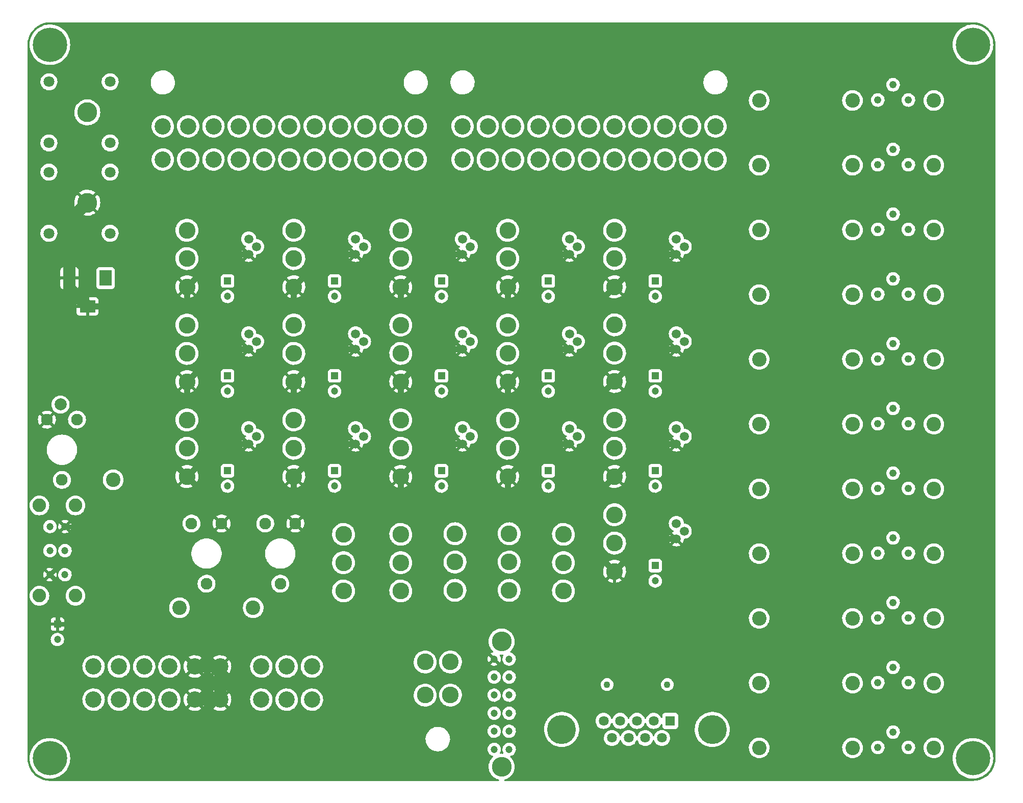
<source format=gbr>
%TF.GenerationSoftware,KiCad,Pcbnew,(6.0.1)*%
%TF.CreationDate,2024-03-16T16:01:56+01:00*%
%TF.ProjectId,mock_up_pcb,6d6f636b-5f75-4705-9f70-63622e6b6963,rev?*%
%TF.SameCoordinates,Original*%
%TF.FileFunction,Copper,L2,Inr*%
%TF.FilePolarity,Positive*%
%FSLAX46Y46*%
G04 Gerber Fmt 4.6, Leading zero omitted, Abs format (unit mm)*
G04 Created by KiCad (PCBNEW (6.0.1)) date 2024-03-16 16:01:56*
%MOMM*%
%LPD*%
G01*
G04 APERTURE LIST*
%TA.AperFunction,ComponentPad*%
%ADD10C,1.500000*%
%TD*%
%TA.AperFunction,ComponentPad*%
%ADD11C,1.240000*%
%TD*%
%TA.AperFunction,ComponentPad*%
%ADD12R,1.200000X1.200000*%
%TD*%
%TA.AperFunction,ComponentPad*%
%ADD13C,1.200000*%
%TD*%
%TA.AperFunction,ComponentPad*%
%ADD14C,2.400000*%
%TD*%
%TA.AperFunction,ComponentPad*%
%ADD15C,5.700000*%
%TD*%
%TA.AperFunction,ComponentPad*%
%ADD16C,1.800000*%
%TD*%
%TA.AperFunction,ComponentPad*%
%ADD17C,3.300000*%
%TD*%
%TA.AperFunction,ComponentPad*%
%ADD18C,2.700000*%
%TD*%
%TA.AperFunction,ComponentPad*%
%ADD19C,2.775000*%
%TD*%
%TA.AperFunction,ComponentPad*%
%ADD20C,1.950000*%
%TD*%
%TA.AperFunction,ComponentPad*%
%ADD21R,1.635000X1.635000*%
%TD*%
%TA.AperFunction,ComponentPad*%
%ADD22C,1.635000*%
%TD*%
%TA.AperFunction,ComponentPad*%
%ADD23C,4.800000*%
%TD*%
%TA.AperFunction,ComponentPad*%
%ADD24C,3.290000*%
%TD*%
%TA.AperFunction,ComponentPad*%
%ADD25C,2.250000*%
%TD*%
%TA.AperFunction,ComponentPad*%
%ADD26C,1.100000*%
%TD*%
%TA.AperFunction,ComponentPad*%
%ADD27R,2.000000X2.600000*%
%TD*%
%TA.AperFunction,ComponentPad*%
%ADD28R,2.600000X2.000000*%
%TD*%
%TA.AperFunction,ViaPad*%
%ADD29C,1.500000*%
%TD*%
%TA.AperFunction,ViaPad*%
%ADD30C,2.000000*%
%TD*%
%TA.AperFunction,Conductor*%
%ADD31C,1.000000*%
%TD*%
%TA.AperFunction,Conductor*%
%ADD32C,0.500000*%
%TD*%
%TA.AperFunction,Conductor*%
%ADD33C,0.750000*%
%TD*%
%TA.AperFunction,Conductor*%
%ADD34C,2.000000*%
%TD*%
G04 APERTURE END LIST*
D10*
%TO.N,Net-(LED14-Pad1)*%
%TO.C,Q13*%
X212250000Y-78750000D03*
%TO.N,Net-(Q13-Pad2)*%
X213550000Y-80020000D03*
%TO.N,GND*%
X212250000Y-81290000D03*
%TD*%
%TO.N,Net-(LED15-Pad1)*%
%TO.C,Q14*%
X265500000Y-94500000D03*
%TO.N,Net-(Q14-Pad2)*%
X266800000Y-95770000D03*
%TO.N,GND*%
X265500000Y-97040000D03*
%TD*%
%TO.N,Net-(LED8-Pad1)*%
%TO.C,Q7*%
X194500000Y-110250000D03*
%TO.N,Net-(Q7-Pad2)*%
X195800000Y-111520000D03*
%TO.N,GND*%
X194500000Y-112790000D03*
%TD*%
%TO.N,Net-(LED7-Pad1)*%
%TO.C,Q6*%
X230000000Y-94500000D03*
%TO.N,Net-(Q6-Pad2)*%
X231300000Y-95770000D03*
%TO.N,GND*%
X230000000Y-97040000D03*
%TD*%
%TO.N,Net-(LED17-Pad1)*%
%TO.C,Q16*%
X247750000Y-94500000D03*
%TO.N,Net-(Q16-Pad2)*%
X249050000Y-95770000D03*
%TO.N,GND*%
X247750000Y-97040000D03*
%TD*%
%TO.N,Net-(LED2-Pad1)*%
%TO.C,Q1*%
X230000000Y-78750000D03*
%TO.N,Net-(Q1-Pad2)*%
X231300000Y-80020000D03*
%TO.N,GND*%
X230000000Y-81290000D03*
%TD*%
%TO.N,Net-(LED16-Pad1)*%
%TO.C,Q15*%
X194500000Y-78750000D03*
%TO.N,Net-(Q15-Pad2)*%
X195800000Y-80020000D03*
%TO.N,GND*%
X194500000Y-81290000D03*
%TD*%
%TO.N,Net-(LED10-Pad1)*%
%TO.C,Q9*%
X230000000Y-110250000D03*
%TO.N,Net-(Q9-Pad2)*%
X231300000Y-111520000D03*
%TO.N,GND*%
X230000000Y-112790000D03*
%TD*%
%TO.N,Net-(LED5-Pad1)*%
%TO.C,Q4*%
X194500000Y-94500000D03*
%TO.N,Net-(Q4-Pad2)*%
X195800000Y-95770000D03*
%TO.N,GND*%
X194500000Y-97040000D03*
%TD*%
%TO.N,Net-(LED9-Pad1)*%
%TO.C,Q8*%
X212250000Y-110250000D03*
%TO.N,Net-(Q8-Pad2)*%
X213550000Y-111520000D03*
%TO.N,GND*%
X212250000Y-112790000D03*
%TD*%
%TO.N,Net-(LED13-Pad1)*%
%TO.C,Q12*%
X265500000Y-126000000D03*
%TO.N,Net-(Q12-Pad2)*%
X266800000Y-127270000D03*
%TO.N,GND*%
X265500000Y-128540000D03*
%TD*%
%TO.N,Net-(LED3-Pad1)*%
%TO.C,Q2*%
X247750000Y-78750000D03*
%TO.N,Net-(Q2-Pad2)*%
X249050000Y-80020000D03*
%TO.N,GND*%
X247750000Y-81290000D03*
%TD*%
%TO.N,Net-(LED6-Pad1)*%
%TO.C,Q5*%
X212250000Y-94500000D03*
%TO.N,Net-(Q5-Pad2)*%
X213550000Y-95770000D03*
%TO.N,GND*%
X212250000Y-97040000D03*
%TD*%
%TO.N,Net-(LED11-Pad1)*%
%TO.C,Q10*%
X247750000Y-110250000D03*
%TO.N,Net-(Q10-Pad2)*%
X249050000Y-111520000D03*
%TO.N,GND*%
X247750000Y-112790000D03*
%TD*%
%TO.N,Net-(LED4-Pad1)*%
%TO.C,Q3*%
X265500000Y-78750000D03*
%TO.N,Net-(Q3-Pad2)*%
X266800000Y-80020000D03*
%TO.N,GND*%
X265500000Y-81290000D03*
%TD*%
%TO.N,Net-(LED12-Pad1)*%
%TO.C,Q11*%
X265500000Y-110250000D03*
%TO.N,Net-(Q11-Pad2)*%
X266800000Y-111520000D03*
%TO.N,GND*%
X265500000Y-112790000D03*
%TD*%
D11*
%TO.N,Net-(TP19-Pad1)*%
%TO.C,VR19*%
X298945000Y-87925000D03*
%TO.N,T-AUX-GND-8*%
X301485000Y-85385000D03*
%TO.N,unconnected-(VR19-Pad3)*%
X304025000Y-87925000D03*
%TD*%
%TO.N,Net-(TP21-Pad1)*%
%TO.C,VR21*%
X298945000Y-66425000D03*
%TO.N,T-AUX-GND-10*%
X301485000Y-63885000D03*
%TO.N,unconnected-(VR21-Pad3)*%
X304025000Y-66425000D03*
%TD*%
%TO.N,Net-(TP15-Pad1)*%
%TO.C,VR15*%
X298945000Y-130925000D03*
%TO.N,T-AUX-GND-4*%
X301485000Y-128385000D03*
%TO.N,unconnected-(VR15-Pad3)*%
X304025000Y-130925000D03*
%TD*%
%TO.N,Net-(TP14-Pad1)*%
%TO.C,VR14*%
X298945000Y-141675000D03*
%TO.N,T-AUX-GND-3*%
X301485000Y-139135000D03*
%TO.N,unconnected-(VR14-Pad3)*%
X304025000Y-141675000D03*
%TD*%
%TO.N,Net-(TP17-Pad1)*%
%TO.C,VR17*%
X298945000Y-109425000D03*
%TO.N,T-AUX-GND-6*%
X301485000Y-106885000D03*
%TO.N,unconnected-(VR17-Pad3)*%
X304025000Y-109425000D03*
%TD*%
%TO.N,Net-(TP16-Pad1)*%
%TO.C,VR16*%
X298945000Y-120175000D03*
%TO.N,T-AUX-GND-5*%
X301485000Y-117635000D03*
%TO.N,unconnected-(VR16-Pad3)*%
X304025000Y-120175000D03*
%TD*%
%TO.N,Net-(TP20-Pad1)*%
%TO.C,VR20*%
X298945000Y-77175000D03*
%TO.N,T-AUX-GND-9*%
X301485000Y-74635000D03*
%TO.N,unconnected-(VR20-Pad3)*%
X304025000Y-77175000D03*
%TD*%
%TO.N,Net-(TP13-Pad1)*%
%TO.C,VR13*%
X298945000Y-152425000D03*
%TO.N,T-AUX-GND-2*%
X301485000Y-149885000D03*
%TO.N,unconnected-(VR13-Pad3)*%
X304025000Y-152425000D03*
%TD*%
%TO.N,Net-(TP22-Pad1)*%
%TO.C,VR22*%
X298945000Y-55675000D03*
%TO.N,T-AUX-GND-11*%
X301485000Y-53135000D03*
%TO.N,unconnected-(VR22-Pad3)*%
X304025000Y-55675000D03*
%TD*%
%TO.N,Net-(TP12-Pad1)*%
%TO.C,VR12*%
X298945000Y-163175000D03*
%TO.N,T-AUX-GND-1*%
X301485000Y-160635000D03*
%TO.N,unconnected-(VR12-Pad3)*%
X304025000Y-163175000D03*
%TD*%
%TO.N,Net-(TP18-Pad1)*%
%TO.C,VR18*%
X298945000Y-98675000D03*
%TO.N,T-AUX-GND-7*%
X301485000Y-96135000D03*
%TO.N,unconnected-(VR18-Pad3)*%
X304025000Y-98675000D03*
%TD*%
D12*
%TO.N,Net-(LED13-Pad1)*%
%TO.C,LED13*%
X262000000Y-133000000D03*
D13*
%TO.N,Net-(LED13-Pad2)*%
X262000000Y-135540000D03*
%TD*%
D14*
%TO.N,Net-(Hall_low1-PadS1)*%
%TO.C,TP35*%
X195250000Y-140000000D03*
%TD*%
%TO.N,T-AUX-1*%
%TO.C,TP1*%
X279250000Y-163250000D03*
%TD*%
D15*
%TO.N,N/C*%
%TO.C,REF\u002A\u002A*%
X161500000Y-46500000D03*
%TD*%
D16*
%TO.N,unconnected-(J8-Pad1)*%
%TO.C,J8*%
X161340000Y-67646000D03*
%TO.N,unconnected-(J8-Pad2)*%
X171500000Y-67646000D03*
%TO.N,unconnected-(J8-Pad3)*%
X161340000Y-77806000D03*
%TO.N,unconnected-(J8-Pad4)*%
X171500000Y-77806000D03*
D17*
%TO.N,GND*%
X167700000Y-72726000D03*
%TD*%
D18*
%TO.N,T-AUX-GND-3*%
%TO.C,J6*%
X230000000Y-60050000D03*
%TO.N,T-AUX-GND-2*%
X234200000Y-60050000D03*
%TO.N,T-AUX-GND-1*%
X238400000Y-60050000D03*
%TO.N,T-AUX-GND-11*%
X242600000Y-60050000D03*
%TO.N,T-AUX-GND-10*%
X246800000Y-60050000D03*
%TO.N,T-AUX-GND-9*%
X251000000Y-60050000D03*
%TO.N,T-AUX-GND-8*%
X255200000Y-60050000D03*
%TO.N,T-AUX-GND-7*%
X259400000Y-60050000D03*
%TO.N,T-AUX-GND-4*%
X263600000Y-60050000D03*
%TO.N,T-AUX-GND-5*%
X267800000Y-60050000D03*
%TO.N,T-AUX-GND-6*%
X272000000Y-60050000D03*
%TO.N,T-AUX-1*%
X230000000Y-65550000D03*
%TO.N,T-AUX-2*%
X234200000Y-65550000D03*
%TO.N,T-AUX-3*%
X238400000Y-65550000D03*
%TO.N,T-AUX-4*%
X242600000Y-65550000D03*
%TO.N,T-AUX-5*%
X246800000Y-65550000D03*
%TO.N,T-AUX-6*%
X251000000Y-65550000D03*
%TO.N,T-AUX-7*%
X255200000Y-65550000D03*
%TO.N,T-AUX-8*%
X259400000Y-65550000D03*
%TO.N,T-AUX-11*%
X263600000Y-65550000D03*
%TO.N,T-AUX-10*%
X267800000Y-65550000D03*
%TO.N,T-AUX-9*%
X272000000Y-65550000D03*
%TD*%
D19*
%TO.N,GND*%
%TO.C,S14*%
X255250000Y-133950000D03*
%TO.N,GPIO16*%
X255250000Y-129250000D03*
%TO.N,unconnected-(S14-Pad3)*%
X255250000Y-124550000D03*
%TD*%
D14*
%TO.N,T-AUX-3*%
%TO.C,TP3*%
X279250000Y-141750000D03*
%TD*%
D12*
%TO.N,Net-(LED7-Pad1)*%
%TO.C,LED7*%
X226500000Y-101500000D03*
D13*
%TO.N,Net-(LED7-Pad2)*%
X226500000Y-104040000D03*
%TD*%
D19*
%TO.N,GND*%
%TO.C,S6*%
X184250000Y-102450000D03*
%TO.N,GPIO6*%
X184250000Y-97750000D03*
%TO.N,unconnected-(S6-Pad3)*%
X184250000Y-93050000D03*
%TD*%
D12*
%TO.N,Net-(LED2-Pad1)*%
%TO.C,LED2*%
X226500000Y-85750000D03*
D13*
%TO.N,Net-(LED2-Pad2)*%
X226500000Y-88290000D03*
%TD*%
D14*
%TO.N,T-AUX-GND-4*%
%TO.C,TP26*%
X308250000Y-131000000D03*
%TD*%
%TO.N,T-AUX-GND-8*%
%TO.C,TP30*%
X308250000Y-88000000D03*
%TD*%
D19*
%TO.N,GND*%
%TO.C,S3*%
X219750000Y-86700000D03*
%TO.N,GPIO3*%
X219750000Y-82000000D03*
%TO.N,unconnected-(S3-Pad3)*%
X219750000Y-77300000D03*
%TD*%
D12*
%TO.N,Net-(LED11-Pad1)*%
%TO.C,LED11*%
X244250000Y-117250000D03*
D13*
%TO.N,Net-(LED11-Pad2)*%
X244250000Y-119790000D03*
%TD*%
D15*
%TO.N,N/C*%
%TO.C,REF\u002A\u002A*%
X314750000Y-165000000D03*
%TD*%
D14*
%TO.N,T-AUX-GND-5*%
%TO.C,TP27*%
X308250000Y-120250000D03*
%TD*%
D19*
%TO.N,Net-(J4-Pad11)*%
%TO.C,S23*%
X210250000Y-137200000D03*
%TO.N,5V*%
X210250000Y-132500000D03*
%TO.N,unconnected-(S23-Pad3)*%
X210250000Y-127800000D03*
%TD*%
%TO.N,HV+ Load*%
%TO.C,S21*%
X237750000Y-137100000D03*
%TO.N,Net-(J1-Pad3)*%
X237750000Y-132400000D03*
%TO.N,unconnected-(S21-Pad3)*%
X237750000Y-127700000D03*
%TD*%
%TO.N,GND*%
%TO.C,S7*%
X202000000Y-102450000D03*
%TO.N,GPIO7*%
X202000000Y-97750000D03*
%TO.N,unconnected-(S7-Pad3)*%
X202000000Y-93050000D03*
%TD*%
D14*
%TO.N,T-AUX-GND-10*%
%TO.C,TP32*%
X308250000Y-66500000D03*
%TD*%
D19*
%TO.N,GND*%
%TO.C,S11*%
X219750000Y-118200000D03*
%TO.N,GPIO13*%
X219750000Y-113500000D03*
%TO.N,unconnected-(S11-Pad3)*%
X219750000Y-108800000D03*
%TD*%
D14*
%TO.N,T-AUX-GND-11*%
%TO.C,TP33*%
X308250000Y-55750000D03*
%TD*%
D18*
%TO.N,GPIO16*%
%TO.C,J5*%
X180250000Y-60050000D03*
%TO.N,GPIO11*%
X184450000Y-60050000D03*
%TO.N,GPIO12*%
X188650000Y-60050000D03*
%TO.N,GPIO13*%
X192850000Y-60050000D03*
%TO.N,GPIO14*%
X197050000Y-60050000D03*
%TO.N,GPIO15*%
X201250000Y-60050000D03*
%TO.N,GPIO9*%
X205450000Y-60050000D03*
%TO.N,GPIO10*%
X209650000Y-60050000D03*
%TO.N,iCAN HI*%
X213850000Y-60050000D03*
%TO.N,sCAN LO*%
X218050000Y-60050000D03*
%TO.N,iCAN LO*%
X222250000Y-60050000D03*
%TO.N,GPIO1*%
X180250000Y-65550000D03*
%TO.N,GPIO2*%
X184450000Y-65550000D03*
%TO.N,GPIO3*%
X188650000Y-65550000D03*
%TO.N,GPIO4*%
X192850000Y-65550000D03*
%TO.N,GPIO5*%
X197050000Y-65550000D03*
%TO.N,GPIO6*%
X201250000Y-65550000D03*
%TO.N,GPIO7*%
X205450000Y-65550000D03*
%TO.N,GPIO8*%
X209650000Y-65550000D03*
%TO.N,unconnected-(J5-Pad20)*%
X213850000Y-65550000D03*
%TO.N,iCAN GND*%
X218050000Y-65550000D03*
%TO.N,sCAN HI*%
X222250000Y-65550000D03*
%TD*%
D14*
%TO.N,Net-(TP18-Pad1)*%
%TO.C,TP18*%
X294750000Y-98750000D03*
%TD*%
D19*
%TO.N,GND*%
%TO.C,S13*%
X255250000Y-118200000D03*
%TO.N,GPIO15*%
X255250000Y-113500000D03*
%TO.N,unconnected-(S13-Pad3)*%
X255250000Y-108800000D03*
%TD*%
D14*
%TO.N,T-AUX-10*%
%TO.C,TP10*%
X279250000Y-66500000D03*
%TD*%
%TO.N,T-AUX-GND-1*%
%TO.C,TP23*%
X308250000Y-163250000D03*
%TD*%
D19*
%TO.N,GND*%
%TO.C,S4*%
X237500000Y-86700000D03*
%TO.N,GPIO4*%
X237500000Y-82000000D03*
%TO.N,unconnected-(S4-Pad3)*%
X237500000Y-77300000D03*
%TD*%
D14*
%TO.N,T-AUX-GND-2*%
%TO.C,TP24*%
X308250000Y-152500000D03*
%TD*%
%TO.N,Net-(TP21-Pad1)*%
%TO.C,TP21*%
X294750000Y-66500000D03*
%TD*%
%TO.N,T-AUX-GND-9*%
%TO.C,TP31*%
X308250000Y-77250000D03*
%TD*%
%TO.N,T-AUX-9*%
%TO.C,TP9*%
X279250000Y-77250000D03*
%TD*%
D12*
%TO.N,Net-(LED6-Pad1)*%
%TO.C,LED6*%
X208750000Y-101500000D03*
D13*
%TO.N,Net-(LED6-Pad2)*%
X208750000Y-104040000D03*
%TD*%
D14*
%TO.N,Net-(TP20-Pad1)*%
%TO.C,TP20*%
X294750000Y-77250000D03*
%TD*%
%TO.N,T-AUX-GND-6*%
%TO.C,TP28*%
X308250000Y-109500000D03*
%TD*%
%TO.N,Net-(TP15-Pad1)*%
%TO.C,TP15*%
X294750000Y-131000000D03*
%TD*%
D19*
%TO.N,GND*%
%TO.C,S8*%
X219750000Y-102450000D03*
%TO.N,GPIO8*%
X219750000Y-97750000D03*
%TO.N,unconnected-(S8-Pad3)*%
X219750000Y-93050000D03*
%TD*%
D12*
%TO.N,Net-(LED3-Pad1)*%
%TO.C,LED3*%
X244250000Y-85750000D03*
D13*
%TO.N,Net-(LED3-Pad2)*%
X244250000Y-88290000D03*
%TD*%
D14*
%TO.N,T-AUX-11*%
%TO.C,TP11*%
X279250000Y-55750000D03*
%TD*%
D20*
%TO.N,Net-(R2-Pad2)*%
%TO.C,Shunt_Ctrl1*%
X166000000Y-108750000D03*
%TO.N,GND*%
X161000000Y-108750000D03*
%TO.N,Net-(S2-Pad3)*%
X163500000Y-118750000D03*
%TD*%
D12*
%TO.N,Net-(LED14-Pad1)*%
%TO.C,LED14*%
X208750000Y-85750000D03*
D13*
%TO.N,Net-(LED14-Pad2)*%
X208750000Y-88290000D03*
%TD*%
D19*
%TO.N,GND*%
%TO.C,S12*%
X237500000Y-118200000D03*
%TO.N,GPIO14*%
X237500000Y-113500000D03*
%TO.N,unconnected-(S12-Pad3)*%
X237500000Y-108800000D03*
%TD*%
%TO.N,GND*%
%TO.C,S5*%
X255250000Y-86700000D03*
%TO.N,GPIO5*%
X255250000Y-82000000D03*
%TO.N,unconnected-(S5-Pad3)*%
X255250000Y-77300000D03*
%TD*%
D14*
%TO.N,T-AUX-GND-7*%
%TO.C,TP29*%
X308250000Y-98750000D03*
%TD*%
%TO.N,T-AUX-8*%
%TO.C,TP8*%
X279250000Y-88000000D03*
%TD*%
D15*
%TO.N,N/C*%
%TO.C,REF\u002A\u002A*%
X161500000Y-165000000D03*
%TD*%
D12*
%TO.N,Net-(LED4-Pad1)*%
%TO.C,LED4*%
X262000000Y-85750000D03*
D13*
%TO.N,Net-(LED4-Pad2)*%
X262000000Y-88290000D03*
%TD*%
D14*
%TO.N,Net-(TP22-Pad1)*%
%TO.C,TP22*%
X294750000Y-55750000D03*
%TD*%
D19*
%TO.N,GND*%
%TO.C,S18*%
X237500000Y-102450000D03*
%TO.N,GPIO9*%
X237500000Y-97750000D03*
%TO.N,unconnected-(S18-Pad3)*%
X237500000Y-93050000D03*
%TD*%
D12*
%TO.N,Net-(LED5-Pad1)*%
%TO.C,LED5*%
X191000000Y-101500000D03*
D13*
%TO.N,Net-(LED5-Pad2)*%
X191000000Y-104040000D03*
%TD*%
D19*
%TO.N,GND*%
%TO.C,S17*%
X184250000Y-86700000D03*
%TO.N,GPIO1*%
X184250000Y-82000000D03*
%TO.N,unconnected-(S17-Pad3)*%
X184250000Y-77300000D03*
%TD*%
D18*
%TO.N,HV+ Charger*%
%TO.C,J3*%
X205000000Y-155250000D03*
%TO.N,HV-*%
X200800000Y-155250000D03*
%TO.N,SH-*%
X196600000Y-155250000D03*
%TO.N,HV+ Load*%
X205000000Y-149750000D03*
%TO.N,HV+*%
X200800000Y-149750000D03*
%TO.N,SH+*%
X196600000Y-149750000D03*
%TD*%
D15*
%TO.N,N/C*%
%TO.C,REF\u002A\u002A*%
X314750000Y-46500000D03*
%TD*%
D14*
%TO.N,T-AUX-5*%
%TO.C,TP5*%
X279250000Y-120250000D03*
%TD*%
%TO.N,T-AUX-7*%
%TO.C,TP7*%
X279250000Y-98750000D03*
%TD*%
%TO.N,Net-(S2-Pad3)*%
%TO.C,TP34*%
X172000000Y-118750000D03*
%TD*%
D21*
%TO.N,unconnected-(J2-Pad1)*%
%TO.C,J2*%
X264500000Y-158780000D03*
D22*
%TO.N,Net-(J2-Pad2)*%
X261730000Y-158780000D03*
%TO.N,Net-(J2-Pad3)*%
X258960000Y-158780000D03*
%TO.N,unconnected-(J2-Pad4)*%
X256190000Y-158780000D03*
%TO.N,unconnected-(J2-Pad5)*%
X253420000Y-158780000D03*
%TO.N,Net-(J2-Pad3)*%
X263115000Y-161620000D03*
%TO.N,Net-(J2-Pad7)*%
X260345000Y-161620000D03*
%TO.N,unconnected-(J2-Pad8)*%
X257575000Y-161620000D03*
%TO.N,unconnected-(J2-Pad9)*%
X254805000Y-161620000D03*
D23*
%TO.N,unconnected-(J2-PadMH1)*%
X271460000Y-160200000D03*
%TO.N,unconnected-(J2-PadMH2)*%
X246460000Y-160200000D03*
%TD*%
D12*
%TO.N,GND*%
%TO.C,LED1*%
X162750000Y-142730000D03*
D13*
%TO.N,/HVIL OUT*%
X162750000Y-145270000D03*
%TD*%
D19*
%TO.N,HV+*%
%TO.C,S19*%
X219750000Y-137200000D03*
%TO.N,Net-(J1-Pad2)*%
X219750000Y-132500000D03*
%TO.N,unconnected-(S19-Pad3)*%
X219750000Y-127800000D03*
%TD*%
%TO.N,Net-(J1-Pad1)*%
%TO.C,J1*%
X228000000Y-154500000D03*
%TO.N,Net-(J1-Pad2)*%
X223800000Y-154500000D03*
%TO.N,Net-(J1-Pad3)*%
X228000000Y-149000000D03*
%TO.N,Net-(J1-Pad4)*%
X223800000Y-149000000D03*
%TD*%
%TO.N,GND*%
%TO.C,S15*%
X202000000Y-86700000D03*
%TO.N,GPIO2*%
X202000000Y-82000000D03*
%TO.N,unconnected-(S15-Pad3)*%
X202000000Y-77300000D03*
%TD*%
D12*
%TO.N,Net-(LED12-Pad1)*%
%TO.C,LED12*%
X262000000Y-117250000D03*
D13*
%TO.N,Net-(LED12-Pad2)*%
X262000000Y-119790000D03*
%TD*%
D16*
%TO.N,unconnected-(J7-Pad1)*%
%TO.C,J7*%
X161340000Y-52646000D03*
%TO.N,unconnected-(J7-Pad2)*%
X171500000Y-52646000D03*
%TO.N,unconnected-(J7-Pad3)*%
X161340000Y-62806000D03*
%TO.N,unconnected-(J7-Pad4)*%
X171500000Y-62806000D03*
D17*
%TO.N,Net-(F1-Pad1)*%
X167700000Y-57726000D03*
%TD*%
D13*
%TO.N,sCAN HI*%
%TO.C,S1*%
X237750000Y-148500000D03*
%TO.N,Net-(J2-Pad7)*%
X237750000Y-151500000D03*
%TO.N,iCAN HI*%
X237750000Y-154500000D03*
%TO.N,sCAN LO*%
X237750000Y-157500000D03*
%TO.N,Net-(J2-Pad2)*%
X237750000Y-160500000D03*
%TO.N,iCAN LO*%
X237750000Y-163500000D03*
%TO.N,GND*%
X235250000Y-148500000D03*
%TO.N,Net-(J2-Pad3)*%
X235250000Y-151500000D03*
%TO.N,iCAN GND*%
X235250000Y-154500000D03*
%TO.N,unconnected-(S1-Pad10)*%
X235250000Y-157500000D03*
%TO.N,unconnected-(S1-Pad11)*%
X235250000Y-160500000D03*
%TO.N,unconnected-(S1-Pad12)*%
X235250000Y-163500000D03*
D24*
%TO.N,unconnected-(S1-PadMH1)*%
X236500000Y-145600000D03*
%TO.N,unconnected-(S1-PadMH2)*%
X236500000Y-166400000D03*
%TD*%
D14*
%TO.N,Net-(TP12-Pad1)*%
%TO.C,TP12*%
X294750000Y-163250000D03*
%TD*%
D18*
%TO.N,GND*%
%TO.C,J4*%
X189750000Y-155250000D03*
X185550000Y-155250000D03*
%TO.N,Net-(Hall_low1-PadS1)*%
X181350000Y-155250000D03*
%TO.N,Net-(Hall_high1-PadS1)*%
X177150000Y-155250000D03*
%TO.N,5V*%
X172950000Y-155250000D03*
X168750000Y-155250000D03*
%TO.N,GND*%
X189750000Y-149750000D03*
X185550000Y-149750000D03*
%TO.N,6V-35V Power*%
X181350000Y-149750000D03*
X177150000Y-149750000D03*
%TO.N,Net-(J4-Pad11)*%
X172950000Y-149750000D03*
%TO.N,/HVIL OUT*%
X168750000Y-149750000D03*
%TD*%
D19*
%TO.N,GND*%
%TO.C,S9*%
X184250000Y-118200000D03*
%TO.N,GPIO11*%
X184250000Y-113500000D03*
%TO.N,unconnected-(S9-Pad3)*%
X184250000Y-108800000D03*
%TD*%
D14*
%TO.N,T-AUX-2*%
%TO.C,TP2*%
X279250000Y-152500000D03*
%TD*%
D12*
%TO.N,Net-(LED9-Pad1)*%
%TO.C,LED9*%
X208750000Y-117250000D03*
D13*
%TO.N,Net-(LED9-Pad2)*%
X208750000Y-119790000D03*
%TD*%
D12*
%TO.N,Net-(LED16-Pad1)*%
%TO.C,LED16*%
X191000000Y-85750000D03*
D13*
%TO.N,Net-(LED16-Pad2)*%
X191000000Y-88290000D03*
%TD*%
%TO.N,GND*%
%TO.C,S2*%
X161500000Y-134500000D03*
%TO.N,SH-*%
X161500000Y-130500000D03*
%TO.N,Net-(S2-Pad3)*%
X161500000Y-126500000D03*
X164000000Y-134500000D03*
%TO.N,SH+*%
X164000000Y-130500000D03*
%TO.N,GND*%
X164000000Y-126500000D03*
D25*
%TO.N,unconnected-(S2-PadMH1)*%
X159750000Y-138000000D03*
%TO.N,unconnected-(S2-PadMH2)*%
X159750000Y-123000000D03*
%TO.N,unconnected-(S2-PadMH3)*%
X165750000Y-138000000D03*
%TO.N,unconnected-(S2-PadMH4)*%
X165750000Y-123000000D03*
%TD*%
D26*
%TO.N,Net-(J2-Pad7)*%
%TO.C,R6*%
X264000000Y-152750000D03*
%TO.N,Net-(J2-Pad2)*%
X254000000Y-152750000D03*
%TD*%
D19*
%TO.N,GND*%
%TO.C,S16*%
X255250000Y-102410000D03*
%TO.N,GPIO10*%
X255250000Y-97710000D03*
%TO.N,unconnected-(S16-Pad3)*%
X255250000Y-93010000D03*
%TD*%
D20*
%TO.N,GND*%
%TO.C,Hall_high1*%
X190000000Y-126000000D03*
%TO.N,5V*%
X185000000Y-126000000D03*
%TO.N,Net-(Hall_high1-PadS1)*%
X187500000Y-136000000D03*
%TD*%
D12*
%TO.N,Net-(LED15-Pad1)*%
%TO.C,LED15*%
X262000000Y-101500000D03*
D13*
%TO.N,Net-(LED15-Pad2)*%
X262000000Y-104040000D03*
%TD*%
D14*
%TO.N,T-AUX-GND-3*%
%TO.C,TP25*%
X308250000Y-141750000D03*
%TD*%
D19*
%TO.N,HV+ Charger*%
%TO.C,S22*%
X246760383Y-137201670D03*
%TO.N,Net-(J1-Pad1)*%
X246760383Y-132501670D03*
%TO.N,unconnected-(S22-Pad3)*%
X246760383Y-127801670D03*
%TD*%
D12*
%TO.N,Net-(LED10-Pad1)*%
%TO.C,LED10*%
X226500000Y-117250000D03*
D13*
%TO.N,Net-(LED10-Pad2)*%
X226500000Y-119790000D03*
%TD*%
D12*
%TO.N,Net-(LED8-Pad1)*%
%TO.C,LED8*%
X191000000Y-117250000D03*
D13*
%TO.N,Net-(LED8-Pad2)*%
X191000000Y-119790000D03*
%TD*%
D19*
%TO.N,GND*%
%TO.C,S10*%
X202000000Y-118200000D03*
%TO.N,GPIO12*%
X202000000Y-113500000D03*
%TO.N,unconnected-(S10-Pad3)*%
X202000000Y-108800000D03*
%TD*%
D14*
%TO.N,Net-(TP13-Pad1)*%
%TO.C,TP13*%
X294750000Y-152500000D03*
%TD*%
D20*
%TO.N,GND*%
%TO.C,Hall_low1*%
X202250000Y-126000000D03*
%TO.N,5V*%
X197250000Y-126000000D03*
%TO.N,Net-(Hall_low1-PadS1)*%
X199750000Y-136000000D03*
%TD*%
D14*
%TO.N,Net-(TP19-Pad1)*%
%TO.C,TP19*%
X294750000Y-88000000D03*
%TD*%
%TO.N,T-AUX-4*%
%TO.C,TP4*%
X279250000Y-131000000D03*
%TD*%
%TO.N,Net-(TP17-Pad1)*%
%TO.C,TP17*%
X294750000Y-109500000D03*
%TD*%
%TO.N,Net-(TP14-Pad1)*%
%TO.C,TP14*%
X294750000Y-141750000D03*
%TD*%
D19*
%TO.N,HV-*%
%TO.C,S20*%
X228750000Y-137100000D03*
%TO.N,Net-(J1-Pad4)*%
X228750000Y-132400000D03*
%TO.N,unconnected-(S20-Pad3)*%
X228750000Y-127700000D03*
%TD*%
D27*
%TO.N,Net-(F1-Pad1)*%
%TO.C,J10*%
X170750000Y-85250000D03*
%TO.N,GND*%
X164750000Y-85250000D03*
D28*
X167750000Y-89950000D03*
%TD*%
D14*
%TO.N,T-AUX-6*%
%TO.C,TP6*%
X279250000Y-109500000D03*
%TD*%
%TO.N,Net-(Hall_high1-PadS1)*%
%TO.C,TP36*%
X183000000Y-140000000D03*
%TD*%
%TO.N,Net-(TP16-Pad1)*%
%TO.C,TP16*%
X294750000Y-120250000D03*
%TD*%
D12*
%TO.N,Net-(LED17-Pad1)*%
%TO.C,LED17*%
X244250000Y-101500000D03*
D13*
%TO.N,Net-(LED17-Pad2)*%
X244250000Y-104040000D03*
%TD*%
D29*
%TO.N,GND*%
X174500000Y-113500000D03*
D30*
%TO.N,6V-35V Power*%
X163250000Y-106250000D03*
%TD*%
D31*
%TO.N,GND*%
X260620000Y-97040000D02*
X255250000Y-102410000D01*
X255250000Y-118200000D02*
X251950000Y-121500000D01*
X189660000Y-112790000D02*
X184250000Y-118200000D01*
X180250000Y-105750000D02*
X180200000Y-105700000D01*
D32*
X233500000Y-143750000D02*
X233500000Y-146750000D01*
D31*
X219750000Y-102450000D02*
X219750000Y-105500000D01*
D33*
X170275489Y-131974511D02*
X174500000Y-127750000D01*
D31*
X220000000Y-105750000D02*
X202000000Y-105750000D01*
D33*
X164000000Y-126500000D02*
X174500000Y-126500000D01*
X174500000Y-126500000D02*
X174500000Y-113500000D01*
X161500000Y-134500000D02*
X164025489Y-131974511D01*
D31*
X237500000Y-118200000D02*
X237500000Y-121500000D01*
D34*
X167750000Y-89950000D02*
X164750000Y-86950000D01*
D31*
X184250000Y-118200000D02*
X180200000Y-114150000D01*
D33*
X161500000Y-134500000D02*
X162750000Y-135750000D01*
D32*
X253000000Y-141500000D02*
X235750000Y-141500000D01*
D31*
X194500000Y-81290000D02*
X189660000Y-81290000D01*
X219750000Y-121500000D02*
X202000000Y-121500000D01*
X237500000Y-105750000D02*
X220000000Y-105750000D01*
X260660000Y-112790000D02*
X255250000Y-118200000D01*
D32*
X171750000Y-110750000D02*
X163000000Y-110750000D01*
D31*
X247750000Y-112790000D02*
X242910000Y-112790000D01*
X212250000Y-97040000D02*
X207410000Y-97040000D01*
X202000000Y-89950000D02*
X202000000Y-86700000D01*
X184250000Y-102450000D02*
X184250000Y-105750000D01*
X219750000Y-118200000D02*
X219750000Y-121500000D01*
D32*
X235750000Y-141500000D02*
X233500000Y-143750000D01*
D31*
X242910000Y-81290000D02*
X237500000Y-86700000D01*
D33*
X162750000Y-135750000D02*
X162750000Y-142730000D01*
D32*
X163000000Y-110750000D02*
X161000000Y-108750000D01*
D31*
X167750000Y-89950000D02*
X180200000Y-89950000D01*
X184250000Y-105750000D02*
X180250000Y-105750000D01*
D33*
X162750000Y-142730000D02*
X178530000Y-142730000D01*
D31*
X189660000Y-97040000D02*
X184250000Y-102450000D01*
D34*
X167700000Y-72726000D02*
X164750000Y-75676000D01*
D31*
X251910000Y-105750000D02*
X237500000Y-105750000D01*
D32*
X174500000Y-113500000D02*
X171750000Y-110750000D01*
D31*
X230000000Y-97040000D02*
X225160000Y-97040000D01*
X212250000Y-81290000D02*
X207410000Y-81290000D01*
X255250000Y-102410000D02*
X251910000Y-105750000D01*
X207410000Y-112790000D02*
X202000000Y-118200000D01*
X174500000Y-113500000D02*
X180000000Y-113500000D01*
X237500000Y-86700000D02*
X237500000Y-89900000D01*
X230000000Y-81290000D02*
X225160000Y-81290000D01*
D34*
X185550000Y-155250000D02*
X189750000Y-155250000D01*
D31*
X251250000Y-121500000D02*
X237500000Y-121500000D01*
X184250000Y-89900000D02*
X184200000Y-89950000D01*
X265500000Y-112790000D02*
X260660000Y-112790000D01*
X265500000Y-128540000D02*
X260660000Y-128540000D01*
X202000000Y-121500000D02*
X187550000Y-121500000D01*
X202000000Y-118200000D02*
X202000000Y-121500000D01*
X202000000Y-102450000D02*
X202000000Y-105750000D01*
X237500000Y-102450000D02*
X237500000Y-105750000D01*
X212250000Y-112790000D02*
X207410000Y-112790000D01*
X180200000Y-105700000D02*
X180200000Y-89950000D01*
D34*
X164750000Y-75676000D02*
X164750000Y-85250000D01*
D31*
X207410000Y-97040000D02*
X202000000Y-102450000D01*
D34*
X164750000Y-86950000D02*
X164750000Y-85250000D01*
D31*
X237500000Y-121500000D02*
X219750000Y-121500000D01*
X265500000Y-97040000D02*
X260620000Y-97040000D01*
X247750000Y-97040000D02*
X242910000Y-97040000D01*
X194500000Y-112790000D02*
X189660000Y-112790000D01*
X260660000Y-128540000D02*
X255250000Y-133950000D01*
X219750000Y-105500000D02*
X220000000Y-105750000D01*
D34*
X189750000Y-155250000D02*
X189750000Y-149750000D01*
D31*
X225160000Y-81290000D02*
X219750000Y-86700000D01*
X189660000Y-81290000D02*
X184250000Y-86700000D01*
X251250000Y-129950000D02*
X251250000Y-121500000D01*
X194500000Y-97040000D02*
X189660000Y-97040000D01*
X260660000Y-81290000D02*
X255250000Y-86700000D01*
X180200000Y-113300000D02*
X180200000Y-105700000D01*
X225160000Y-97040000D02*
X219750000Y-102450000D01*
X187550000Y-121500000D02*
X184250000Y-118200000D01*
D33*
X174500000Y-127750000D02*
X174500000Y-126500000D01*
D31*
X184250000Y-86700000D02*
X184250000Y-89900000D01*
D32*
X233500000Y-146750000D02*
X235250000Y-148500000D01*
X255250000Y-133950000D02*
X255250000Y-139250000D01*
D31*
X242910000Y-112790000D02*
X237500000Y-118200000D01*
X219700000Y-89950000D02*
X237550000Y-89950000D01*
X242910000Y-97040000D02*
X237500000Y-102450000D01*
X202000000Y-89950000D02*
X219700000Y-89950000D01*
X180200000Y-89950000D02*
X184200000Y-89950000D01*
X237550000Y-89950000D02*
X252000000Y-89950000D01*
D32*
X255250000Y-139250000D02*
X253000000Y-141500000D01*
D31*
X247750000Y-81290000D02*
X242910000Y-81290000D01*
X237500000Y-89900000D02*
X237550000Y-89950000D01*
D34*
X185550000Y-149750000D02*
X189750000Y-149750000D01*
D31*
X251950000Y-121500000D02*
X251250000Y-121500000D01*
X219750000Y-89900000D02*
X219700000Y-89950000D01*
D33*
X178530000Y-142730000D02*
X185550000Y-149750000D01*
X164025489Y-131974511D02*
X170275489Y-131974511D01*
D31*
X207410000Y-81290000D02*
X202000000Y-86700000D01*
X180200000Y-114150000D02*
X180200000Y-113300000D01*
X255250000Y-133950000D02*
X251250000Y-129950000D01*
X202000000Y-105750000D02*
X184250000Y-105750000D01*
X180000000Y-113500000D02*
X180200000Y-113300000D01*
X225160000Y-112790000D02*
X219750000Y-118200000D01*
X184200000Y-89950000D02*
X202000000Y-89950000D01*
X230000000Y-112790000D02*
X225160000Y-112790000D01*
X265500000Y-81290000D02*
X260660000Y-81290000D01*
X252000000Y-89950000D02*
X255250000Y-86700000D01*
X219750000Y-86700000D02*
X219750000Y-89900000D01*
%TD*%
%TA.AperFunction,Conductor*%
%TO.N,GND*%
G36*
X314720057Y-42759500D02*
G01*
X314734858Y-42761805D01*
X314734861Y-42761805D01*
X314743730Y-42763186D01*
X314763054Y-42760659D01*
X314785570Y-42759747D01*
X315110604Y-42775716D01*
X315122898Y-42776927D01*
X315473904Y-42828993D01*
X315486026Y-42831403D01*
X315567006Y-42851688D01*
X315830239Y-42917625D01*
X315842071Y-42921214D01*
X316176174Y-43040758D01*
X316187598Y-43045490D01*
X316363769Y-43128812D01*
X316508377Y-43197206D01*
X316519274Y-43203031D01*
X316616927Y-43261562D01*
X316823638Y-43385460D01*
X316833919Y-43392330D01*
X317118928Y-43603708D01*
X317128486Y-43611552D01*
X317391407Y-43849849D01*
X317400151Y-43858593D01*
X317638448Y-44121514D01*
X317646292Y-44131072D01*
X317857670Y-44416081D01*
X317864540Y-44426362D01*
X318046967Y-44730722D01*
X318052796Y-44741627D01*
X318204510Y-45062402D01*
X318209242Y-45073826D01*
X318328786Y-45407929D01*
X318332375Y-45419761D01*
X318418596Y-45763971D01*
X318421007Y-45776096D01*
X318421754Y-45781125D01*
X318473073Y-46127097D01*
X318474285Y-46139403D01*
X318489890Y-46457062D01*
X318488543Y-46482624D01*
X318488195Y-46484857D01*
X318488195Y-46484860D01*
X318486814Y-46493730D01*
X318487978Y-46502632D01*
X318487978Y-46502635D01*
X318490936Y-46525251D01*
X318492000Y-46541589D01*
X318492000Y-164950672D01*
X318490500Y-164970056D01*
X318486814Y-164993730D01*
X318488542Y-165006941D01*
X318489341Y-165013050D01*
X318490253Y-165035570D01*
X318489957Y-165041592D01*
X318474285Y-165360598D01*
X318473073Y-165372898D01*
X318448445Y-165538935D01*
X318421008Y-165723901D01*
X318418596Y-165736029D01*
X318332375Y-166080239D01*
X318328786Y-166092071D01*
X318209242Y-166426174D01*
X318204510Y-166437598D01*
X318121188Y-166613769D01*
X318064610Y-166733395D01*
X318052796Y-166758373D01*
X318046967Y-166769278D01*
X317864540Y-167073638D01*
X317857670Y-167083919D01*
X317646292Y-167368928D01*
X317638448Y-167378486D01*
X317400151Y-167641407D01*
X317391407Y-167650151D01*
X317128486Y-167888448D01*
X317118928Y-167896292D01*
X316833919Y-168107670D01*
X316823638Y-168114540D01*
X316519278Y-168296967D01*
X316508377Y-168302794D01*
X316389395Y-168359068D01*
X316187598Y-168454510D01*
X316176174Y-168459242D01*
X315842071Y-168578786D01*
X315830239Y-168582375D01*
X315586510Y-168643426D01*
X315486026Y-168668597D01*
X315473904Y-168671007D01*
X315122898Y-168723073D01*
X315110602Y-168724285D01*
X315014524Y-168729005D01*
X314792938Y-168739890D01*
X314767376Y-168738543D01*
X314765143Y-168738195D01*
X314765139Y-168738195D01*
X314756270Y-168736814D01*
X314747368Y-168737978D01*
X314747365Y-168737978D01*
X314728083Y-168740500D01*
X314725728Y-168740808D01*
X314724749Y-168740936D01*
X314708411Y-168742000D01*
X237036212Y-168742000D01*
X236968091Y-168721998D01*
X236921598Y-168668342D01*
X236911494Y-168598068D01*
X236940988Y-168533488D01*
X237004239Y-168494124D01*
X237184337Y-168446876D01*
X237184338Y-168446876D01*
X237188484Y-168445788D01*
X237459759Y-168333422D01*
X237479265Y-168322024D01*
X237709568Y-168187446D01*
X237713275Y-168185280D01*
X237944340Y-168004102D01*
X237965666Y-167982096D01*
X238145695Y-167796319D01*
X238148678Y-167793241D01*
X238151211Y-167789793D01*
X238151215Y-167789788D01*
X238319971Y-167560054D01*
X238322509Y-167556599D01*
X238446640Y-167327977D01*
X238460565Y-167302331D01*
X238460566Y-167302329D01*
X238462615Y-167298555D01*
X238566405Y-167023884D01*
X238631957Y-166737669D01*
X238658059Y-166445205D01*
X238658230Y-166428914D01*
X238658506Y-166402485D01*
X238658532Y-166400000D01*
X238638561Y-166107054D01*
X238635392Y-166091749D01*
X238579886Y-165823725D01*
X238579017Y-165819528D01*
X238481003Y-165542744D01*
X238386990Y-165360597D01*
X238348296Y-165285629D01*
X238348296Y-165285628D01*
X238346331Y-165281822D01*
X238177494Y-165041592D01*
X238127934Y-164988259D01*
X311386587Y-164988259D01*
X311404992Y-165351574D01*
X311405529Y-165354929D01*
X311405530Y-165354935D01*
X311432297Y-165522046D01*
X311462527Y-165710777D01*
X311558519Y-166061664D01*
X311691845Y-166400133D01*
X311693428Y-166403148D01*
X311859362Y-166719206D01*
X311859367Y-166719214D01*
X311860946Y-166722222D01*
X311862840Y-166725040D01*
X311862845Y-166725049D01*
X312022556Y-166962724D01*
X312063843Y-167024165D01*
X312298163Y-167302428D01*
X312425392Y-167424010D01*
X312558702Y-167551405D01*
X312558709Y-167551411D01*
X312561165Y-167553758D01*
X312849771Y-167775214D01*
X312852689Y-167776988D01*
X313157692Y-167962433D01*
X313157697Y-167962436D01*
X313160607Y-167964205D01*
X313163695Y-167965651D01*
X313163694Y-167965651D01*
X313486952Y-168117077D01*
X313486962Y-168117081D01*
X313490036Y-168118521D01*
X313493254Y-168119623D01*
X313493257Y-168119624D01*
X313830981Y-168235253D01*
X313830989Y-168235255D01*
X313834204Y-168236356D01*
X314189084Y-168316332D01*
X314242123Y-168322375D01*
X314547144Y-168357128D01*
X314547152Y-168357128D01*
X314550527Y-168357513D01*
X314553931Y-168357531D01*
X314553934Y-168357531D01*
X314752058Y-168358568D01*
X314914303Y-168359418D01*
X314917689Y-168359068D01*
X314917691Y-168359068D01*
X315272765Y-168322375D01*
X315272774Y-168322374D01*
X315276157Y-168322024D01*
X315279490Y-168321310D01*
X315279493Y-168321309D01*
X315393036Y-168296967D01*
X315631856Y-168245768D01*
X315977239Y-168131544D01*
X315980323Y-168130138D01*
X315980332Y-168130135D01*
X316305171Y-167982096D01*
X316308265Y-167980686D01*
X316352276Y-167954554D01*
X316618128Y-167796704D01*
X316618132Y-167796701D01*
X316621063Y-167794961D01*
X316911973Y-167576539D01*
X317177592Y-167327977D01*
X317414813Y-167052182D01*
X317522983Y-166894794D01*
X317618931Y-166755190D01*
X317618936Y-166755182D01*
X317620861Y-166752381D01*
X317622473Y-166749387D01*
X317622478Y-166749379D01*
X317747718Y-166516781D01*
X317793325Y-166432080D01*
X317930188Y-166095027D01*
X317934330Y-166080489D01*
X317961252Y-165985975D01*
X318029850Y-165745164D01*
X318030423Y-165741812D01*
X318090571Y-165389930D01*
X318090571Y-165389928D01*
X318091143Y-165386583D01*
X318092355Y-165366780D01*
X318113241Y-165025278D01*
X318113351Y-165023481D01*
X318113433Y-165000000D01*
X318093760Y-164636751D01*
X318034972Y-164277752D01*
X317937756Y-163927202D01*
X317933331Y-163916081D01*
X317804508Y-163592365D01*
X317803249Y-163589201D01*
X317757981Y-163503704D01*
X317634624Y-163270723D01*
X317634620Y-163270716D01*
X317633025Y-163267704D01*
X317631118Y-163264888D01*
X317631113Y-163264879D01*
X317430985Y-162969292D01*
X317429075Y-162966471D01*
X317193785Y-162689027D01*
X316989532Y-162495198D01*
X316932375Y-162440958D01*
X316932374Y-162440957D01*
X316929908Y-162438617D01*
X316721410Y-162279784D01*
X316643237Y-162220232D01*
X316643235Y-162220230D01*
X316640530Y-162218170D01*
X316637618Y-162216413D01*
X316637613Y-162216410D01*
X316331951Y-162032023D01*
X316331945Y-162032020D01*
X316329036Y-162030265D01*
X315999071Y-161877100D01*
X315654494Y-161760467D01*
X315647273Y-161758866D01*
X315540363Y-161735165D01*
X315299336Y-161681731D01*
X315170217Y-161667476D01*
X314941133Y-161642184D01*
X314941128Y-161642184D01*
X314937752Y-161641811D01*
X314934353Y-161641805D01*
X314934352Y-161641805D01*
X314762763Y-161641506D01*
X314573972Y-161641176D01*
X314438831Y-161655618D01*
X314215634Y-161679471D01*
X314215628Y-161679472D01*
X314212250Y-161679833D01*
X313856820Y-161757330D01*
X313511838Y-161872759D01*
X313181340Y-162024771D01*
X313178406Y-162026527D01*
X313178404Y-162026528D01*
X313096994Y-162075251D01*
X312869192Y-162211588D01*
X312579046Y-162431023D01*
X312314296Y-162680511D01*
X312312084Y-162683101D01*
X312312083Y-162683102D01*
X312194096Y-162821248D01*
X312078040Y-162957132D01*
X311873040Y-163257651D01*
X311817560Y-163361556D01*
X311710566Y-163561937D01*
X311701694Y-163578552D01*
X311700419Y-163581724D01*
X311700417Y-163581728D01*
X311568035Y-163911042D01*
X311566009Y-163916081D01*
X311565090Y-163919349D01*
X311565088Y-163919356D01*
X311472658Y-164248184D01*
X311467569Y-164266290D01*
X311467007Y-164269647D01*
X311467007Y-164269648D01*
X311409764Y-164611723D01*
X311407528Y-164625082D01*
X311386587Y-164988259D01*
X238127934Y-164988259D01*
X237977617Y-164826498D01*
X237950334Y-164804167D01*
X237910288Y-164745542D01*
X237908295Y-164674573D01*
X237944986Y-164613793D01*
X238000727Y-164584144D01*
X238004162Y-164583320D01*
X238009883Y-164582490D01*
X238015353Y-164580633D01*
X238015358Y-164580632D01*
X238197327Y-164518862D01*
X238197332Y-164518860D01*
X238202799Y-164517004D01*
X238380551Y-164417458D01*
X238537186Y-164287186D01*
X238667458Y-164130551D01*
X238753793Y-163976389D01*
X238764180Y-163957842D01*
X238764184Y-163957834D01*
X238767004Y-163952799D01*
X238768860Y-163947332D01*
X238768862Y-163947327D01*
X238830634Y-163765352D01*
X238830635Y-163765347D01*
X238832490Y-163759883D01*
X238861723Y-163558263D01*
X238863249Y-163500000D01*
X238844608Y-163297126D01*
X238838165Y-163274280D01*
X238818668Y-163205151D01*
X277537296Y-163205151D01*
X277537520Y-163209817D01*
X277537520Y-163209822D01*
X277541447Y-163291566D01*
X277549480Y-163458798D01*
X277562873Y-163526128D01*
X277593431Y-163679753D01*
X277599021Y-163707857D01*
X277600600Y-163712255D01*
X277600602Y-163712262D01*
X277657814Y-163871610D01*
X277684831Y-163946858D01*
X277687048Y-163950984D01*
X277782709Y-164129018D01*
X277805025Y-164170551D01*
X277807820Y-164174294D01*
X277807822Y-164174297D01*
X277954171Y-164370282D01*
X277954176Y-164370288D01*
X277956963Y-164374020D01*
X277960272Y-164377300D01*
X277960277Y-164377306D01*
X278133990Y-164549509D01*
X278137307Y-164552797D01*
X278141069Y-164555555D01*
X278141072Y-164555558D01*
X278306996Y-164677218D01*
X278342094Y-164702953D01*
X278346229Y-164705129D01*
X278346233Y-164705131D01*
X278423042Y-164745542D01*
X278566827Y-164821191D01*
X278806568Y-164904912D01*
X279056050Y-164952278D01*
X279176532Y-164957011D01*
X279305125Y-164962064D01*
X279305130Y-164962064D01*
X279309793Y-164962247D01*
X279408774Y-164951407D01*
X279557569Y-164935112D01*
X279557575Y-164935111D01*
X279562222Y-164934602D01*
X279671680Y-164905784D01*
X279803273Y-164871138D01*
X279807793Y-164869948D01*
X279967554Y-164801310D01*
X280036807Y-164771557D01*
X280036810Y-164771555D01*
X280041110Y-164769708D01*
X280045090Y-164767245D01*
X280045094Y-164767243D01*
X280253064Y-164638547D01*
X280253066Y-164638545D01*
X280257047Y-164636082D01*
X280266016Y-164628489D01*
X280447289Y-164475031D01*
X280447291Y-164475029D01*
X280450862Y-164472006D01*
X280618295Y-164281084D01*
X280620909Y-164277021D01*
X280753141Y-164071442D01*
X280755669Y-164067512D01*
X280859967Y-163835980D01*
X280928896Y-163591575D01*
X280946718Y-163451486D01*
X280960545Y-163342798D01*
X280960545Y-163342792D01*
X280960943Y-163339667D01*
X280963291Y-163250000D01*
X280959958Y-163205151D01*
X293037296Y-163205151D01*
X293037520Y-163209817D01*
X293037520Y-163209822D01*
X293041447Y-163291566D01*
X293049480Y-163458798D01*
X293062873Y-163526128D01*
X293093431Y-163679753D01*
X293099021Y-163707857D01*
X293100600Y-163712255D01*
X293100602Y-163712262D01*
X293157814Y-163871610D01*
X293184831Y-163946858D01*
X293187048Y-163950984D01*
X293282709Y-164129018D01*
X293305025Y-164170551D01*
X293307820Y-164174294D01*
X293307822Y-164174297D01*
X293454171Y-164370282D01*
X293454176Y-164370288D01*
X293456963Y-164374020D01*
X293460272Y-164377300D01*
X293460277Y-164377306D01*
X293633990Y-164549509D01*
X293637307Y-164552797D01*
X293641069Y-164555555D01*
X293641072Y-164555558D01*
X293806996Y-164677218D01*
X293842094Y-164702953D01*
X293846229Y-164705129D01*
X293846233Y-164705131D01*
X293923042Y-164745542D01*
X294066827Y-164821191D01*
X294306568Y-164904912D01*
X294556050Y-164952278D01*
X294676532Y-164957011D01*
X294805125Y-164962064D01*
X294805130Y-164962064D01*
X294809793Y-164962247D01*
X294908774Y-164951407D01*
X295057569Y-164935112D01*
X295057575Y-164935111D01*
X295062222Y-164934602D01*
X295171680Y-164905784D01*
X295303273Y-164871138D01*
X295307793Y-164869948D01*
X295467554Y-164801310D01*
X295536807Y-164771557D01*
X295536810Y-164771555D01*
X295541110Y-164769708D01*
X295545090Y-164767245D01*
X295545094Y-164767243D01*
X295753064Y-164638547D01*
X295753066Y-164638545D01*
X295757047Y-164636082D01*
X295766016Y-164628489D01*
X295947289Y-164475031D01*
X295947291Y-164475029D01*
X295950862Y-164472006D01*
X296118295Y-164281084D01*
X296120909Y-164277021D01*
X296253141Y-164071442D01*
X296255669Y-164067512D01*
X296359967Y-163835980D01*
X296428896Y-163591575D01*
X296446718Y-163451486D01*
X296460545Y-163342798D01*
X296460545Y-163342792D01*
X296460943Y-163339667D01*
X296463291Y-163250000D01*
X296456900Y-163164000D01*
X296455513Y-163145333D01*
X297812053Y-163145333D01*
X297825618Y-163352293D01*
X297876671Y-163553315D01*
X297963503Y-163741667D01*
X298083205Y-163911042D01*
X298087339Y-163915069D01*
X298227265Y-164051379D01*
X298231769Y-164055767D01*
X298236565Y-164058972D01*
X298236568Y-164058974D01*
X298350345Y-164134997D01*
X298404219Y-164170994D01*
X298409522Y-164173272D01*
X298409525Y-164173274D01*
X298578215Y-164245749D01*
X298594780Y-164252866D01*
X298668521Y-164269552D01*
X298791433Y-164297364D01*
X298791438Y-164297365D01*
X298797070Y-164298639D01*
X298802841Y-164298866D01*
X298802843Y-164298866D01*
X298864612Y-164301293D01*
X299004314Y-164306782D01*
X299114009Y-164290877D01*
X299203858Y-164277850D01*
X299203863Y-164277849D01*
X299209572Y-164277021D01*
X299217137Y-164274453D01*
X299400497Y-164212211D01*
X299400502Y-164212209D01*
X299405969Y-164210353D01*
X299586928Y-164109011D01*
X299746389Y-163976389D01*
X299879011Y-163816928D01*
X299962200Y-163668383D01*
X299977529Y-163641012D01*
X299977530Y-163641010D01*
X299980353Y-163635969D01*
X299982209Y-163630502D01*
X299982211Y-163630497D01*
X300045165Y-163445040D01*
X300045165Y-163445039D01*
X300047021Y-163439572D01*
X300047849Y-163433863D01*
X300047850Y-163433858D01*
X300074049Y-163253160D01*
X300076782Y-163234314D01*
X300078335Y-163175000D01*
X300075609Y-163145333D01*
X302892053Y-163145333D01*
X302905618Y-163352293D01*
X302956671Y-163553315D01*
X303043503Y-163741667D01*
X303163205Y-163911042D01*
X303167339Y-163915069D01*
X303307265Y-164051379D01*
X303311769Y-164055767D01*
X303316565Y-164058972D01*
X303316568Y-164058974D01*
X303430345Y-164134997D01*
X303484219Y-164170994D01*
X303489522Y-164173272D01*
X303489525Y-164173274D01*
X303658215Y-164245749D01*
X303674780Y-164252866D01*
X303748521Y-164269552D01*
X303871433Y-164297364D01*
X303871438Y-164297365D01*
X303877070Y-164298639D01*
X303882841Y-164298866D01*
X303882843Y-164298866D01*
X303944612Y-164301293D01*
X304084314Y-164306782D01*
X304194009Y-164290877D01*
X304283858Y-164277850D01*
X304283863Y-164277849D01*
X304289572Y-164277021D01*
X304297137Y-164274453D01*
X304480497Y-164212211D01*
X304480502Y-164212209D01*
X304485969Y-164210353D01*
X304666928Y-164109011D01*
X304826389Y-163976389D01*
X304959011Y-163816928D01*
X305042200Y-163668383D01*
X305057529Y-163641012D01*
X305057530Y-163641010D01*
X305060353Y-163635969D01*
X305062209Y-163630502D01*
X305062211Y-163630497D01*
X305125165Y-163445040D01*
X305125165Y-163445039D01*
X305127021Y-163439572D01*
X305127849Y-163433863D01*
X305127850Y-163433858D01*
X305154049Y-163253160D01*
X305156782Y-163234314D01*
X305157546Y-163205151D01*
X306537296Y-163205151D01*
X306537520Y-163209817D01*
X306537520Y-163209822D01*
X306541447Y-163291566D01*
X306549480Y-163458798D01*
X306562873Y-163526128D01*
X306593431Y-163679753D01*
X306599021Y-163707857D01*
X306600600Y-163712255D01*
X306600602Y-163712262D01*
X306657814Y-163871610D01*
X306684831Y-163946858D01*
X306687048Y-163950984D01*
X306782709Y-164129018D01*
X306805025Y-164170551D01*
X306807820Y-164174294D01*
X306807822Y-164174297D01*
X306954171Y-164370282D01*
X306954176Y-164370288D01*
X306956963Y-164374020D01*
X306960272Y-164377300D01*
X306960277Y-164377306D01*
X307133990Y-164549509D01*
X307137307Y-164552797D01*
X307141069Y-164555555D01*
X307141072Y-164555558D01*
X307306996Y-164677218D01*
X307342094Y-164702953D01*
X307346229Y-164705129D01*
X307346233Y-164705131D01*
X307423042Y-164745542D01*
X307566827Y-164821191D01*
X307806568Y-164904912D01*
X308056050Y-164952278D01*
X308176532Y-164957011D01*
X308305125Y-164962064D01*
X308305130Y-164962064D01*
X308309793Y-164962247D01*
X308408774Y-164951407D01*
X308557569Y-164935112D01*
X308557575Y-164935111D01*
X308562222Y-164934602D01*
X308671680Y-164905784D01*
X308803273Y-164871138D01*
X308807793Y-164869948D01*
X308967554Y-164801310D01*
X309036807Y-164771557D01*
X309036810Y-164771555D01*
X309041110Y-164769708D01*
X309045090Y-164767245D01*
X309045094Y-164767243D01*
X309253064Y-164638547D01*
X309253066Y-164638545D01*
X309257047Y-164636082D01*
X309266016Y-164628489D01*
X309447289Y-164475031D01*
X309447291Y-164475029D01*
X309450862Y-164472006D01*
X309618295Y-164281084D01*
X309620909Y-164277021D01*
X309753141Y-164071442D01*
X309755669Y-164067512D01*
X309859967Y-163835980D01*
X309928896Y-163591575D01*
X309946718Y-163451486D01*
X309960545Y-163342798D01*
X309960545Y-163342792D01*
X309960943Y-163339667D01*
X309963291Y-163250000D01*
X309956900Y-163164000D01*
X309944818Y-163001411D01*
X309944817Y-163001407D01*
X309944472Y-162996759D01*
X309937619Y-162966471D01*
X309889459Y-162753639D01*
X309888428Y-162749082D01*
X309883408Y-162736173D01*
X309798084Y-162516762D01*
X309798083Y-162516760D01*
X309796391Y-162512409D01*
X309794073Y-162508353D01*
X309672702Y-162295997D01*
X309672700Y-162295995D01*
X309670383Y-162291940D01*
X309513171Y-162092517D01*
X309424050Y-162008681D01*
X309331610Y-161921722D01*
X309331608Y-161921720D01*
X309328209Y-161918523D01*
X309268498Y-161877100D01*
X309123393Y-161776437D01*
X309123390Y-161776435D01*
X309119561Y-161773779D01*
X309115384Y-161771719D01*
X309115377Y-161771715D01*
X308895996Y-161663528D01*
X308895992Y-161663527D01*
X308891810Y-161661464D01*
X308649960Y-161584047D01*
X308641026Y-161582592D01*
X308403935Y-161543980D01*
X308403934Y-161543980D01*
X308399323Y-161543229D01*
X308272365Y-161541567D01*
X308150083Y-161539966D01*
X308150080Y-161539966D01*
X308145406Y-161539905D01*
X307893787Y-161574149D01*
X307889301Y-161575457D01*
X307889299Y-161575457D01*
X307834879Y-161591319D01*
X307649993Y-161645208D01*
X307645740Y-161647168D01*
X307645739Y-161647169D01*
X307618471Y-161659740D01*
X307419380Y-161751522D01*
X307397369Y-161765953D01*
X307210928Y-161888189D01*
X307210923Y-161888193D01*
X307207015Y-161890755D01*
X307155136Y-161937059D01*
X307030978Y-162047874D01*
X307017562Y-162059848D01*
X306855183Y-162255087D01*
X306723447Y-162472182D01*
X306721638Y-162476496D01*
X306721637Y-162476498D01*
X306628995Y-162697425D01*
X306625246Y-162706365D01*
X306624095Y-162710897D01*
X306624094Y-162710900D01*
X306609377Y-162768849D01*
X306562738Y-162952490D01*
X306537296Y-163205151D01*
X305157546Y-163205151D01*
X305158335Y-163175000D01*
X305141957Y-162996759D01*
X305139886Y-162974220D01*
X305139885Y-162974217D01*
X305139357Y-162968466D01*
X305136959Y-162959961D01*
X305084627Y-162774408D01*
X305084626Y-162774406D01*
X305083059Y-162768849D01*
X305076275Y-162755091D01*
X304993882Y-162588015D01*
X304991327Y-162582834D01*
X304976982Y-162563623D01*
X304870685Y-162421275D01*
X304870684Y-162421274D01*
X304867232Y-162416651D01*
X304775989Y-162332307D01*
X304719171Y-162279784D01*
X304719168Y-162279782D01*
X304714931Y-162275865D01*
X304539523Y-162165191D01*
X304346885Y-162088336D01*
X304341228Y-162087211D01*
X304341222Y-162087209D01*
X304149133Y-162049001D01*
X304149131Y-162049001D01*
X304143466Y-162047874D01*
X304137691Y-162047798D01*
X304137687Y-162047798D01*
X304033848Y-162046439D01*
X303936080Y-162045159D01*
X303930383Y-162046138D01*
X303930382Y-162046138D01*
X303737368Y-162079303D01*
X303737367Y-162079303D01*
X303731671Y-162080282D01*
X303537087Y-162152069D01*
X303358842Y-162258113D01*
X303354502Y-162261919D01*
X303354498Y-162261922D01*
X303314126Y-162297328D01*
X303202908Y-162394864D01*
X303199333Y-162399399D01*
X303199332Y-162399400D01*
X303179400Y-162424684D01*
X303074505Y-162557742D01*
X303071816Y-162562853D01*
X303071814Y-162562856D01*
X303020763Y-162659889D01*
X302977935Y-162741291D01*
X302944176Y-162850011D01*
X302918929Y-162931322D01*
X302916431Y-162939366D01*
X302892053Y-163145333D01*
X300075609Y-163145333D01*
X300061957Y-162996759D01*
X300059886Y-162974220D01*
X300059885Y-162974217D01*
X300059357Y-162968466D01*
X300056959Y-162959961D01*
X300004627Y-162774408D01*
X300004626Y-162774406D01*
X300003059Y-162768849D01*
X299996275Y-162755091D01*
X299913882Y-162588015D01*
X299911327Y-162582834D01*
X299896982Y-162563623D01*
X299790685Y-162421275D01*
X299790684Y-162421274D01*
X299787232Y-162416651D01*
X299695989Y-162332307D01*
X299639171Y-162279784D01*
X299639168Y-162279782D01*
X299634931Y-162275865D01*
X299459523Y-162165191D01*
X299266885Y-162088336D01*
X299261228Y-162087211D01*
X299261222Y-162087209D01*
X299069133Y-162049001D01*
X299069131Y-162049001D01*
X299063466Y-162047874D01*
X299057691Y-162047798D01*
X299057687Y-162047798D01*
X298953848Y-162046439D01*
X298856080Y-162045159D01*
X298850383Y-162046138D01*
X298850382Y-162046138D01*
X298657368Y-162079303D01*
X298657367Y-162079303D01*
X298651671Y-162080282D01*
X298457087Y-162152069D01*
X298278842Y-162258113D01*
X298274502Y-162261919D01*
X298274498Y-162261922D01*
X298234126Y-162297328D01*
X298122908Y-162394864D01*
X298119333Y-162399399D01*
X298119332Y-162399400D01*
X298099400Y-162424684D01*
X297994505Y-162557742D01*
X297991816Y-162562853D01*
X297991814Y-162562856D01*
X297940763Y-162659889D01*
X297897935Y-162741291D01*
X297864176Y-162850011D01*
X297838929Y-162931322D01*
X297836431Y-162939366D01*
X297812053Y-163145333D01*
X296455513Y-163145333D01*
X296444818Y-163001411D01*
X296444817Y-163001407D01*
X296444472Y-162996759D01*
X296437619Y-162966471D01*
X296389459Y-162753639D01*
X296388428Y-162749082D01*
X296383408Y-162736173D01*
X296298084Y-162516762D01*
X296298083Y-162516760D01*
X296296391Y-162512409D01*
X296294073Y-162508353D01*
X296172702Y-162295997D01*
X296172700Y-162295995D01*
X296170383Y-162291940D01*
X296013171Y-162092517D01*
X295924050Y-162008681D01*
X295831610Y-161921722D01*
X295831608Y-161921720D01*
X295828209Y-161918523D01*
X295768498Y-161877100D01*
X295623393Y-161776437D01*
X295623390Y-161776435D01*
X295619561Y-161773779D01*
X295615384Y-161771719D01*
X295615377Y-161771715D01*
X295395996Y-161663528D01*
X295395992Y-161663527D01*
X295391810Y-161661464D01*
X295149960Y-161584047D01*
X295141026Y-161582592D01*
X294903935Y-161543980D01*
X294903934Y-161543980D01*
X294899323Y-161543229D01*
X294772365Y-161541567D01*
X294650083Y-161539966D01*
X294650080Y-161539966D01*
X294645406Y-161539905D01*
X294393787Y-161574149D01*
X294389301Y-161575457D01*
X294389299Y-161575457D01*
X294334879Y-161591319D01*
X294149993Y-161645208D01*
X294145740Y-161647168D01*
X294145739Y-161647169D01*
X294118471Y-161659740D01*
X293919380Y-161751522D01*
X293897369Y-161765953D01*
X293710928Y-161888189D01*
X293710923Y-161888193D01*
X293707015Y-161890755D01*
X293655136Y-161937059D01*
X293530978Y-162047874D01*
X293517562Y-162059848D01*
X293355183Y-162255087D01*
X293223447Y-162472182D01*
X293221638Y-162476496D01*
X293221637Y-162476498D01*
X293128995Y-162697425D01*
X293125246Y-162706365D01*
X293124095Y-162710897D01*
X293124094Y-162710900D01*
X293109377Y-162768849D01*
X293062738Y-162952490D01*
X293037296Y-163205151D01*
X280959958Y-163205151D01*
X280956900Y-163164000D01*
X280944818Y-163001411D01*
X280944817Y-163001407D01*
X280944472Y-162996759D01*
X280937619Y-162966471D01*
X280889459Y-162753639D01*
X280888428Y-162749082D01*
X280883408Y-162736173D01*
X280798084Y-162516762D01*
X280798083Y-162516760D01*
X280796391Y-162512409D01*
X280794073Y-162508353D01*
X280672702Y-162295997D01*
X280672700Y-162295995D01*
X280670383Y-162291940D01*
X280513171Y-162092517D01*
X280424050Y-162008681D01*
X280331610Y-161921722D01*
X280331608Y-161921720D01*
X280328209Y-161918523D01*
X280268498Y-161877100D01*
X280123393Y-161776437D01*
X280123390Y-161776435D01*
X280119561Y-161773779D01*
X280115384Y-161771719D01*
X280115377Y-161771715D01*
X279895996Y-161663528D01*
X279895992Y-161663527D01*
X279891810Y-161661464D01*
X279649960Y-161584047D01*
X279641026Y-161582592D01*
X279403935Y-161543980D01*
X279403934Y-161543980D01*
X279399323Y-161543229D01*
X279272365Y-161541567D01*
X279150083Y-161539966D01*
X279150080Y-161539966D01*
X279145406Y-161539905D01*
X278893787Y-161574149D01*
X278889301Y-161575457D01*
X278889299Y-161575457D01*
X278834879Y-161591319D01*
X278649993Y-161645208D01*
X278645740Y-161647168D01*
X278645739Y-161647169D01*
X278618471Y-161659740D01*
X278419380Y-161751522D01*
X278397369Y-161765953D01*
X278210928Y-161888189D01*
X278210923Y-161888193D01*
X278207015Y-161890755D01*
X278155136Y-161937059D01*
X278030978Y-162047874D01*
X278017562Y-162059848D01*
X277855183Y-162255087D01*
X277723447Y-162472182D01*
X277721638Y-162476496D01*
X277721637Y-162476498D01*
X277628995Y-162697425D01*
X277625246Y-162706365D01*
X277624095Y-162710897D01*
X277624094Y-162710900D01*
X277609377Y-162768849D01*
X277562738Y-162952490D01*
X277537296Y-163205151D01*
X238818668Y-163205151D01*
X238790875Y-163106606D01*
X238790874Y-163106604D01*
X238789307Y-163101047D01*
X238784207Y-163090704D01*
X238701756Y-162923510D01*
X238699201Y-162918329D01*
X238680796Y-162893681D01*
X238580758Y-162759715D01*
X238580758Y-162759714D01*
X238577305Y-162755091D01*
X238455845Y-162642814D01*
X238431943Y-162620719D01*
X238431940Y-162620717D01*
X238427703Y-162616800D01*
X238373870Y-162582834D01*
X238260288Y-162511169D01*
X238260283Y-162511167D01*
X238255404Y-162508088D01*
X238066180Y-162432595D01*
X237866366Y-162392849D01*
X237860592Y-162392773D01*
X237860588Y-162392773D01*
X237757452Y-162391424D01*
X237662655Y-162390183D01*
X237656958Y-162391162D01*
X237656957Y-162391162D01*
X237467567Y-162423705D01*
X237461870Y-162424684D01*
X237270734Y-162495198D01*
X237265773Y-162498150D01*
X237265772Y-162498150D01*
X237123432Y-162582834D01*
X237095649Y-162599363D01*
X236942478Y-162733690D01*
X236938911Y-162738215D01*
X236938906Y-162738220D01*
X236872168Y-162822878D01*
X236816351Y-162893681D01*
X236813662Y-162898792D01*
X236813660Y-162898795D01*
X236786412Y-162950586D01*
X236721492Y-163073978D01*
X236692590Y-163167057D01*
X236665855Y-163253160D01*
X236661078Y-163268543D01*
X236637132Y-163470859D01*
X236650457Y-163674151D01*
X236700605Y-163871610D01*
X236785898Y-164056624D01*
X236788560Y-164060391D01*
X236805208Y-164129018D01*
X236781987Y-164196110D01*
X236726180Y-164239997D01*
X236666690Y-164247149D01*
X236666614Y-164248184D01*
X236662336Y-164247870D01*
X236658087Y-164247265D01*
X236653798Y-164247243D01*
X236653791Y-164247242D01*
X236368751Y-164245749D01*
X236368744Y-164245749D01*
X236364465Y-164245727D01*
X236360221Y-164246286D01*
X236360217Y-164246286D01*
X236331332Y-164250089D01*
X236261183Y-164239150D01*
X236208085Y-164192021D01*
X236188895Y-164123667D01*
X236204950Y-164063604D01*
X236267004Y-163952799D01*
X236268860Y-163947332D01*
X236268862Y-163947327D01*
X236330634Y-163765352D01*
X236330635Y-163765347D01*
X236332490Y-163759883D01*
X236361723Y-163558263D01*
X236363249Y-163500000D01*
X236344608Y-163297126D01*
X236338165Y-163274280D01*
X236290875Y-163106606D01*
X236290874Y-163106604D01*
X236289307Y-163101047D01*
X236284207Y-163090704D01*
X236201756Y-162923510D01*
X236199201Y-162918329D01*
X236180796Y-162893681D01*
X236080758Y-162759715D01*
X236080758Y-162759714D01*
X236077305Y-162755091D01*
X235955845Y-162642814D01*
X235931943Y-162620719D01*
X235931940Y-162620717D01*
X235927703Y-162616800D01*
X235873870Y-162582834D01*
X235760288Y-162511169D01*
X235760283Y-162511167D01*
X235755404Y-162508088D01*
X235566180Y-162432595D01*
X235366366Y-162392849D01*
X235360592Y-162392773D01*
X235360588Y-162392773D01*
X235257452Y-162391424D01*
X235162655Y-162390183D01*
X235156958Y-162391162D01*
X235156957Y-162391162D01*
X234967567Y-162423705D01*
X234961870Y-162424684D01*
X234770734Y-162495198D01*
X234765773Y-162498150D01*
X234765772Y-162498150D01*
X234623432Y-162582834D01*
X234595649Y-162599363D01*
X234442478Y-162733690D01*
X234438911Y-162738215D01*
X234438906Y-162738220D01*
X234372168Y-162822878D01*
X234316351Y-162893681D01*
X234313662Y-162898792D01*
X234313660Y-162898795D01*
X234286412Y-162950586D01*
X234221492Y-163073978D01*
X234192590Y-163167057D01*
X234165855Y-163253160D01*
X234161078Y-163268543D01*
X234137132Y-163470859D01*
X234150457Y-163674151D01*
X234200605Y-163871610D01*
X234285898Y-164056624D01*
X234403479Y-164222997D01*
X234456300Y-164274453D01*
X234489487Y-164306782D01*
X234549410Y-164365157D01*
X234554206Y-164368362D01*
X234554209Y-164368364D01*
X234562674Y-164374020D01*
X234718803Y-164478342D01*
X234724106Y-164480620D01*
X234724109Y-164480622D01*
X234813115Y-164518862D01*
X234905987Y-164558763D01*
X234990335Y-164577849D01*
X235000204Y-164580082D01*
X235062230Y-164614625D01*
X235095735Y-164677218D01*
X235090081Y-164747989D01*
X235051177Y-164801309D01*
X235038942Y-164811111D01*
X234949928Y-164904912D01*
X234862194Y-164997365D01*
X234836823Y-165024100D01*
X234665479Y-165262549D01*
X234528083Y-165522046D01*
X234526611Y-165526069D01*
X234526609Y-165526073D01*
X234460249Y-165707411D01*
X234427175Y-165797789D01*
X234364624Y-166084675D01*
X234341586Y-166377396D01*
X234358489Y-166670536D01*
X234359314Y-166674741D01*
X234359315Y-166674749D01*
X234368629Y-166722222D01*
X234415018Y-166958669D01*
X234416405Y-166962719D01*
X234416406Y-166962724D01*
X234508740Y-167232409D01*
X234510129Y-167236465D01*
X234642061Y-167498782D01*
X234644487Y-167502311D01*
X234644490Y-167502317D01*
X234743237Y-167645994D01*
X234808373Y-167740767D01*
X234811260Y-167743940D01*
X234811261Y-167743941D01*
X234942752Y-167888448D01*
X235005987Y-167957943D01*
X235034874Y-167982096D01*
X235227955Y-168143537D01*
X235227960Y-168143541D01*
X235231247Y-168146289D01*
X235293404Y-168185280D01*
X235476344Y-168300039D01*
X235476348Y-168300041D01*
X235479984Y-168302322D01*
X235483894Y-168304087D01*
X235483895Y-168304088D01*
X235511013Y-168316332D01*
X235747596Y-168423153D01*
X235824010Y-168445788D01*
X235990784Y-168495189D01*
X236050419Y-168533715D01*
X236079758Y-168598365D01*
X236069487Y-168668615D01*
X236022866Y-168722160D01*
X235954998Y-168742000D01*
X161549328Y-168742000D01*
X161529943Y-168740500D01*
X161515142Y-168738195D01*
X161515139Y-168738195D01*
X161506270Y-168736814D01*
X161486946Y-168739341D01*
X161464430Y-168740253D01*
X161139396Y-168724284D01*
X161127102Y-168723073D01*
X160776096Y-168671007D01*
X160763974Y-168668597D01*
X160663490Y-168643426D01*
X160419761Y-168582375D01*
X160407929Y-168578786D01*
X160073826Y-168459242D01*
X160062402Y-168454510D01*
X159860605Y-168359068D01*
X159741623Y-168302794D01*
X159730722Y-168296967D01*
X159426362Y-168114540D01*
X159416081Y-168107670D01*
X159131072Y-167896292D01*
X159121514Y-167888448D01*
X158858593Y-167650151D01*
X158849849Y-167641407D01*
X158611552Y-167378486D01*
X158603708Y-167368928D01*
X158392330Y-167083919D01*
X158385460Y-167073638D01*
X158203033Y-166769278D01*
X158197204Y-166758373D01*
X158185391Y-166733395D01*
X158128812Y-166613769D01*
X158045490Y-166437598D01*
X158040758Y-166426174D01*
X157921214Y-166092071D01*
X157917625Y-166080239D01*
X157831404Y-165736029D01*
X157828992Y-165723901D01*
X157801555Y-165538935D01*
X157776927Y-165372898D01*
X157775715Y-165360597D01*
X157760110Y-165042938D01*
X157761457Y-165017376D01*
X157761805Y-165015143D01*
X157761805Y-165015139D01*
X157763186Y-165006270D01*
X157761547Y-164993730D01*
X157760831Y-164988259D01*
X158136587Y-164988259D01*
X158154992Y-165351574D01*
X158155529Y-165354929D01*
X158155530Y-165354935D01*
X158182297Y-165522046D01*
X158212527Y-165710777D01*
X158308519Y-166061664D01*
X158441845Y-166400133D01*
X158443428Y-166403148D01*
X158609362Y-166719206D01*
X158609367Y-166719214D01*
X158610946Y-166722222D01*
X158612840Y-166725040D01*
X158612845Y-166725049D01*
X158772556Y-166962724D01*
X158813843Y-167024165D01*
X159048163Y-167302428D01*
X159175392Y-167424010D01*
X159308702Y-167551405D01*
X159308709Y-167551411D01*
X159311165Y-167553758D01*
X159599771Y-167775214D01*
X159602689Y-167776988D01*
X159907692Y-167962433D01*
X159907697Y-167962436D01*
X159910607Y-167964205D01*
X159913695Y-167965651D01*
X159913694Y-167965651D01*
X160236952Y-168117077D01*
X160236962Y-168117081D01*
X160240036Y-168118521D01*
X160243254Y-168119623D01*
X160243257Y-168119624D01*
X160580981Y-168235253D01*
X160580989Y-168235255D01*
X160584204Y-168236356D01*
X160939084Y-168316332D01*
X160992123Y-168322375D01*
X161297144Y-168357128D01*
X161297152Y-168357128D01*
X161300527Y-168357513D01*
X161303931Y-168357531D01*
X161303934Y-168357531D01*
X161502058Y-168358568D01*
X161664303Y-168359418D01*
X161667689Y-168359068D01*
X161667691Y-168359068D01*
X162022765Y-168322375D01*
X162022774Y-168322374D01*
X162026157Y-168322024D01*
X162029490Y-168321310D01*
X162029493Y-168321309D01*
X162143036Y-168296967D01*
X162381856Y-168245768D01*
X162727239Y-168131544D01*
X162730323Y-168130138D01*
X162730332Y-168130135D01*
X163055171Y-167982096D01*
X163058265Y-167980686D01*
X163102276Y-167954554D01*
X163368128Y-167796704D01*
X163368132Y-167796701D01*
X163371063Y-167794961D01*
X163661973Y-167576539D01*
X163927592Y-167327977D01*
X164164813Y-167052182D01*
X164272983Y-166894794D01*
X164368931Y-166755190D01*
X164368936Y-166755182D01*
X164370861Y-166752381D01*
X164372473Y-166749387D01*
X164372478Y-166749379D01*
X164497718Y-166516781D01*
X164543325Y-166432080D01*
X164680188Y-166095027D01*
X164684330Y-166080489D01*
X164711252Y-165985975D01*
X164779850Y-165745164D01*
X164780423Y-165741812D01*
X164840571Y-165389930D01*
X164840571Y-165389928D01*
X164841143Y-165386583D01*
X164842355Y-165366780D01*
X164863241Y-165025278D01*
X164863351Y-165023481D01*
X164863433Y-165000000D01*
X164843760Y-164636751D01*
X164784972Y-164277752D01*
X164687756Y-163927202D01*
X164683331Y-163916081D01*
X164554508Y-163592365D01*
X164553249Y-163589201D01*
X164507981Y-163503704D01*
X164384624Y-163270723D01*
X164384620Y-163270716D01*
X164383025Y-163267704D01*
X164381118Y-163264888D01*
X164381113Y-163264879D01*
X164180985Y-162969292D01*
X164179075Y-162966471D01*
X163943785Y-162689027D01*
X163739532Y-162495198D01*
X163682375Y-162440958D01*
X163682374Y-162440957D01*
X163679908Y-162438617D01*
X163471410Y-162279784D01*
X163393237Y-162220232D01*
X163393235Y-162220230D01*
X163390530Y-162218170D01*
X163387618Y-162216413D01*
X163387613Y-162216410D01*
X163081951Y-162032023D01*
X163081945Y-162032020D01*
X163079036Y-162030265D01*
X162749071Y-161877100D01*
X162404494Y-161760467D01*
X162397273Y-161758866D01*
X162290363Y-161735165D01*
X162261918Y-161728859D01*
X223862776Y-161728859D01*
X223862929Y-161733247D01*
X223862929Y-161733253D01*
X223871916Y-161990584D01*
X223872701Y-162013078D01*
X223873463Y-162017401D01*
X223873464Y-162017408D01*
X223885772Y-162087209D01*
X223922085Y-162293150D01*
X223923440Y-162297321D01*
X223923442Y-162297328D01*
X223991227Y-162505948D01*
X224009967Y-162563623D01*
X224011895Y-162567576D01*
X224011897Y-162567581D01*
X224040711Y-162626657D01*
X224134637Y-162819233D01*
X224137092Y-162822872D01*
X224137095Y-162822878D01*
X224227651Y-162957132D01*
X224293667Y-163055005D01*
X224296611Y-163058274D01*
X224296612Y-163058276D01*
X224330459Y-163095867D01*
X224483963Y-163266350D01*
X224701820Y-163449154D01*
X224942998Y-163599859D01*
X225202804Y-163715531D01*
X225476179Y-163793921D01*
X225480533Y-163794533D01*
X225480538Y-163794534D01*
X225650770Y-163818458D01*
X225757804Y-163833500D01*
X225971018Y-163833500D01*
X225973204Y-163833347D01*
X225973208Y-163833347D01*
X226179315Y-163818935D01*
X226179320Y-163818934D01*
X226183700Y-163818628D01*
X226461877Y-163759499D01*
X226466006Y-163757996D01*
X226466010Y-163757995D01*
X226724974Y-163663740D01*
X226724978Y-163663738D01*
X226729119Y-163662231D01*
X226733009Y-163660163D01*
X226733015Y-163660160D01*
X226976330Y-163530787D01*
X226976336Y-163530783D01*
X226980222Y-163528717D01*
X226983782Y-163526130D01*
X226983786Y-163526128D01*
X227206738Y-163364145D01*
X227206741Y-163364142D01*
X227210301Y-163361556D01*
X227225866Y-163346525D01*
X227411710Y-163167057D01*
X227411714Y-163167053D01*
X227414875Y-163164000D01*
X227424955Y-163151099D01*
X227545539Y-162996759D01*
X227589965Y-162939896D01*
X227657525Y-162822878D01*
X227729956Y-162697425D01*
X227729959Y-162697420D01*
X227732161Y-162693605D01*
X227733811Y-162689521D01*
X227733814Y-162689515D01*
X227824008Y-162466274D01*
X227838696Y-162429921D01*
X227840481Y-162422764D01*
X227893133Y-162211588D01*
X227907497Y-162153976D01*
X227914515Y-162087209D01*
X227936765Y-161875510D01*
X227936765Y-161875507D01*
X227937224Y-161871141D01*
X227936711Y-161856452D01*
X227927453Y-161591319D01*
X227927452Y-161591313D01*
X227927299Y-161586922D01*
X227926191Y-161580634D01*
X227889234Y-161371042D01*
X227877915Y-161306850D01*
X227876560Y-161302679D01*
X227876558Y-161302672D01*
X227791394Y-161040566D01*
X227790033Y-161036377D01*
X227665363Y-160780767D01*
X227662908Y-160777128D01*
X227662905Y-160777122D01*
X227547031Y-160605333D01*
X227506333Y-160544995D01*
X227439581Y-160470859D01*
X234137132Y-160470859D01*
X234150457Y-160674151D01*
X234200605Y-160871610D01*
X234285898Y-161056624D01*
X234403479Y-161222997D01*
X234549410Y-161365157D01*
X234554206Y-161368362D01*
X234554209Y-161368364D01*
X234620720Y-161412805D01*
X234718803Y-161478342D01*
X234724106Y-161480620D01*
X234724109Y-161480622D01*
X234869689Y-161543168D01*
X234905987Y-161558763D01*
X234971200Y-161573519D01*
X235099055Y-161602450D01*
X235099060Y-161602451D01*
X235104692Y-161603725D01*
X235110463Y-161603952D01*
X235110465Y-161603952D01*
X235173470Y-161606427D01*
X235308263Y-161611723D01*
X235509883Y-161582490D01*
X235515347Y-161580635D01*
X235515352Y-161580634D01*
X235697327Y-161518862D01*
X235697332Y-161518860D01*
X235702799Y-161517004D01*
X235880551Y-161417458D01*
X236037186Y-161287186D01*
X236167458Y-161130551D01*
X236267004Y-160952799D01*
X236268860Y-160947332D01*
X236268862Y-160947327D01*
X236330634Y-160765352D01*
X236330635Y-160765347D01*
X236332490Y-160759883D01*
X236361723Y-160558263D01*
X236363249Y-160500000D01*
X236360571Y-160470859D01*
X236637132Y-160470859D01*
X236650457Y-160674151D01*
X236700605Y-160871610D01*
X236785898Y-161056624D01*
X236903479Y-161222997D01*
X237049410Y-161365157D01*
X237054206Y-161368362D01*
X237054209Y-161368364D01*
X237120720Y-161412805D01*
X237218803Y-161478342D01*
X237224106Y-161480620D01*
X237224109Y-161480622D01*
X237369689Y-161543168D01*
X237405987Y-161558763D01*
X237471200Y-161573519D01*
X237599055Y-161602450D01*
X237599060Y-161602451D01*
X237604692Y-161603725D01*
X237610463Y-161603952D01*
X237610465Y-161603952D01*
X237673470Y-161606427D01*
X237808263Y-161611723D01*
X238009883Y-161582490D01*
X238015347Y-161580635D01*
X238015352Y-161580634D01*
X238197327Y-161518862D01*
X238197332Y-161518860D01*
X238202799Y-161517004D01*
X238380551Y-161417458D01*
X238537186Y-161287186D01*
X238667458Y-161130551D01*
X238767004Y-160952799D01*
X238768860Y-160947332D01*
X238768862Y-160947327D01*
X238830634Y-160765352D01*
X238830635Y-160765347D01*
X238832490Y-160759883D01*
X238861723Y-160558263D01*
X238863249Y-160500000D01*
X238851231Y-160369208D01*
X238845137Y-160302880D01*
X238845136Y-160302877D01*
X238844608Y-160297126D01*
X238828058Y-160238444D01*
X238791406Y-160108487D01*
X243548009Y-160108487D01*
X243548104Y-160112117D01*
X243548104Y-160112119D01*
X243555268Y-160385715D01*
X243556789Y-160443789D01*
X243604050Y-160775861D01*
X243689164Y-161100299D01*
X243811005Y-161412805D01*
X243826332Y-161441753D01*
X243953787Y-161682472D01*
X243967957Y-161709235D01*
X243970009Y-161712220D01*
X243970014Y-161712229D01*
X244061717Y-161845657D01*
X244157939Y-161985661D01*
X244160316Y-161988385D01*
X244160320Y-161988391D01*
X244362569Y-162220232D01*
X244378435Y-162238419D01*
X244626520Y-162464160D01*
X244898907Y-162659889D01*
X245191985Y-162823015D01*
X245501870Y-162951374D01*
X245505364Y-162952369D01*
X245505366Y-162952370D01*
X245820954Y-163042267D01*
X245820959Y-163042268D01*
X245824455Y-163043264D01*
X246012014Y-163073978D01*
X246151884Y-163096883D01*
X246151888Y-163096883D01*
X246155464Y-163097469D01*
X246159090Y-163097640D01*
X246486882Y-163113098D01*
X246486883Y-163113098D01*
X246490509Y-163113269D01*
X246503430Y-163112388D01*
X246821518Y-163090704D01*
X246821526Y-163090703D01*
X246825149Y-163090456D01*
X246828725Y-163089793D01*
X246828727Y-163089793D01*
X247151385Y-163029992D01*
X247151389Y-163029991D01*
X247154950Y-163029331D01*
X247398102Y-162954528D01*
X247472062Y-162931775D01*
X247475540Y-162930705D01*
X247717697Y-162824405D01*
X247779346Y-162797343D01*
X247779350Y-162797341D01*
X247782669Y-162795884D01*
X247837799Y-162763669D01*
X248069127Y-162628492D01*
X248069129Y-162628491D01*
X248072267Y-162626657D01*
X248108619Y-162599363D01*
X248337588Y-162427448D01*
X248337592Y-162427445D01*
X248340495Y-162425265D01*
X248583798Y-162194379D01*
X248798952Y-161937059D01*
X248811128Y-161918523D01*
X248981117Y-161659740D01*
X248981122Y-161659731D01*
X248983104Y-161656714D01*
X249001569Y-161620000D01*
X253473935Y-161620000D01*
X253494157Y-161851137D01*
X253495581Y-161856450D01*
X253495581Y-161856452D01*
X253549246Y-162056731D01*
X253554208Y-162075251D01*
X253556530Y-162080232D01*
X253556531Y-162080233D01*
X253649584Y-162279784D01*
X253652264Y-162285532D01*
X253785345Y-162475592D01*
X253949408Y-162639655D01*
X253953916Y-162642812D01*
X253953919Y-162642814D01*
X254016575Y-162686686D01*
X254139467Y-162772736D01*
X254144449Y-162775059D01*
X254144454Y-162775062D01*
X254344767Y-162868469D01*
X254349749Y-162870792D01*
X254355057Y-162872214D01*
X254355059Y-162872215D01*
X254568548Y-162929419D01*
X254568550Y-162929419D01*
X254573863Y-162930843D01*
X254805000Y-162951065D01*
X255036137Y-162930843D01*
X255041450Y-162929419D01*
X255041452Y-162929419D01*
X255254941Y-162872215D01*
X255254943Y-162872214D01*
X255260251Y-162870792D01*
X255265233Y-162868469D01*
X255465546Y-162775062D01*
X255465551Y-162775059D01*
X255470533Y-162772736D01*
X255593425Y-162686686D01*
X255656081Y-162642814D01*
X255656084Y-162642812D01*
X255660592Y-162639655D01*
X255824655Y-162475592D01*
X255957736Y-162285532D01*
X255960417Y-162279784D01*
X256053469Y-162080233D01*
X256053470Y-162080232D01*
X256055792Y-162075251D01*
X256060755Y-162056731D01*
X256068293Y-162028597D01*
X256105245Y-161967974D01*
X256169106Y-161936953D01*
X256239600Y-161945381D01*
X256294347Y-161990584D01*
X256311707Y-162028597D01*
X256319246Y-162056731D01*
X256324208Y-162075251D01*
X256326530Y-162080232D01*
X256326531Y-162080233D01*
X256419584Y-162279784D01*
X256422264Y-162285532D01*
X256555345Y-162475592D01*
X256719408Y-162639655D01*
X256723916Y-162642812D01*
X256723919Y-162642814D01*
X256786575Y-162686686D01*
X256909467Y-162772736D01*
X256914449Y-162775059D01*
X256914454Y-162775062D01*
X257114767Y-162868469D01*
X257119749Y-162870792D01*
X257125057Y-162872214D01*
X257125059Y-162872215D01*
X257338548Y-162929419D01*
X257338550Y-162929419D01*
X257343863Y-162930843D01*
X257575000Y-162951065D01*
X257806137Y-162930843D01*
X257811450Y-162929419D01*
X257811452Y-162929419D01*
X258024941Y-162872215D01*
X258024943Y-162872214D01*
X258030251Y-162870792D01*
X258035233Y-162868469D01*
X258235546Y-162775062D01*
X258235551Y-162775059D01*
X258240533Y-162772736D01*
X258363425Y-162686686D01*
X258426081Y-162642814D01*
X258426084Y-162642812D01*
X258430592Y-162639655D01*
X258594655Y-162475592D01*
X258727736Y-162285532D01*
X258730417Y-162279784D01*
X258823469Y-162080233D01*
X258823470Y-162080232D01*
X258825792Y-162075251D01*
X258830755Y-162056731D01*
X258838293Y-162028597D01*
X258875245Y-161967974D01*
X258939106Y-161936953D01*
X259009600Y-161945381D01*
X259064347Y-161990584D01*
X259081707Y-162028597D01*
X259089246Y-162056731D01*
X259094208Y-162075251D01*
X259096530Y-162080232D01*
X259096531Y-162080233D01*
X259189584Y-162279784D01*
X259192264Y-162285532D01*
X259325345Y-162475592D01*
X259489408Y-162639655D01*
X259493916Y-162642812D01*
X259493919Y-162642814D01*
X259556575Y-162686686D01*
X259679467Y-162772736D01*
X259684449Y-162775059D01*
X259684454Y-162775062D01*
X259884767Y-162868469D01*
X259889749Y-162870792D01*
X259895057Y-162872214D01*
X259895059Y-162872215D01*
X260108548Y-162929419D01*
X260108550Y-162929419D01*
X260113863Y-162930843D01*
X260345000Y-162951065D01*
X260576137Y-162930843D01*
X260581450Y-162929419D01*
X260581452Y-162929419D01*
X260794941Y-162872215D01*
X260794943Y-162872214D01*
X260800251Y-162870792D01*
X260805233Y-162868469D01*
X261005546Y-162775062D01*
X261005551Y-162775059D01*
X261010533Y-162772736D01*
X261133425Y-162686686D01*
X261196081Y-162642814D01*
X261196084Y-162642812D01*
X261200592Y-162639655D01*
X261364655Y-162475592D01*
X261497736Y-162285532D01*
X261500417Y-162279784D01*
X261593469Y-162080233D01*
X261593470Y-162080232D01*
X261595792Y-162075251D01*
X261600755Y-162056731D01*
X261608293Y-162028597D01*
X261645245Y-161967974D01*
X261709106Y-161936953D01*
X261779600Y-161945381D01*
X261834347Y-161990584D01*
X261851707Y-162028597D01*
X261859246Y-162056731D01*
X261864208Y-162075251D01*
X261866530Y-162080232D01*
X261866531Y-162080233D01*
X261959584Y-162279784D01*
X261962264Y-162285532D01*
X262095345Y-162475592D01*
X262259408Y-162639655D01*
X262263916Y-162642812D01*
X262263919Y-162642814D01*
X262326575Y-162686686D01*
X262449467Y-162772736D01*
X262454449Y-162775059D01*
X262454454Y-162775062D01*
X262654767Y-162868469D01*
X262659749Y-162870792D01*
X262665057Y-162872214D01*
X262665059Y-162872215D01*
X262878548Y-162929419D01*
X262878550Y-162929419D01*
X262883863Y-162930843D01*
X263115000Y-162951065D01*
X263346137Y-162930843D01*
X263351450Y-162929419D01*
X263351452Y-162929419D01*
X263564941Y-162872215D01*
X263564943Y-162872214D01*
X263570251Y-162870792D01*
X263575233Y-162868469D01*
X263775546Y-162775062D01*
X263775551Y-162775059D01*
X263780533Y-162772736D01*
X263903425Y-162686686D01*
X263966081Y-162642814D01*
X263966084Y-162642812D01*
X263970592Y-162639655D01*
X264134655Y-162475592D01*
X264267736Y-162285532D01*
X264270417Y-162279784D01*
X264363469Y-162080233D01*
X264363470Y-162080232D01*
X264365792Y-162075251D01*
X264370755Y-162056731D01*
X264424419Y-161856452D01*
X264424419Y-161856450D01*
X264425843Y-161851137D01*
X264446065Y-161620000D01*
X264425843Y-161388863D01*
X264417322Y-161357062D01*
X264367215Y-161170059D01*
X264367214Y-161170057D01*
X264365792Y-161164749D01*
X264363469Y-161159767D01*
X264270059Y-160959449D01*
X264270057Y-160959446D01*
X264267736Y-160954468D01*
X264134655Y-160764408D01*
X263970592Y-160600345D01*
X263966084Y-160597188D01*
X263966081Y-160597186D01*
X263886722Y-160541619D01*
X263780533Y-160467264D01*
X263775551Y-160464941D01*
X263775546Y-160464938D01*
X263575233Y-160371531D01*
X263575232Y-160371530D01*
X263570251Y-160369208D01*
X263564943Y-160367786D01*
X263564941Y-160367785D01*
X263351452Y-160310581D01*
X263351450Y-160310581D01*
X263346137Y-160309157D01*
X263115000Y-160288935D01*
X262883863Y-160309157D01*
X262878550Y-160310581D01*
X262878548Y-160310581D01*
X262665059Y-160367785D01*
X262665057Y-160367786D01*
X262659749Y-160369208D01*
X262654768Y-160371530D01*
X262654767Y-160371531D01*
X262454449Y-160464941D01*
X262454446Y-160464943D01*
X262449468Y-160467264D01*
X262259408Y-160600345D01*
X262095345Y-160764408D01*
X261962264Y-160954468D01*
X261959943Y-160959446D01*
X261959941Y-160959449D01*
X261866531Y-161159767D01*
X261864208Y-161164749D01*
X261862786Y-161170057D01*
X261862785Y-161170059D01*
X261851707Y-161211403D01*
X261814755Y-161272026D01*
X261750894Y-161303047D01*
X261680400Y-161294619D01*
X261625653Y-161249416D01*
X261608293Y-161211403D01*
X261597215Y-161170059D01*
X261597214Y-161170057D01*
X261595792Y-161164749D01*
X261593469Y-161159767D01*
X261500059Y-160959449D01*
X261500057Y-160959446D01*
X261497736Y-160954468D01*
X261364655Y-160764408D01*
X261200592Y-160600345D01*
X261196084Y-160597188D01*
X261196081Y-160597186D01*
X261116722Y-160541619D01*
X261010533Y-160467264D01*
X261005551Y-160464941D01*
X261005546Y-160464938D01*
X260805233Y-160371531D01*
X260805232Y-160371530D01*
X260800251Y-160369208D01*
X260794943Y-160367786D01*
X260794941Y-160367785D01*
X260581452Y-160310581D01*
X260581450Y-160310581D01*
X260576137Y-160309157D01*
X260345000Y-160288935D01*
X260113863Y-160309157D01*
X260108550Y-160310581D01*
X260108548Y-160310581D01*
X259895059Y-160367785D01*
X259895057Y-160367786D01*
X259889749Y-160369208D01*
X259884768Y-160371530D01*
X259884767Y-160371531D01*
X259684449Y-160464941D01*
X259684446Y-160464943D01*
X259679468Y-160467264D01*
X259489408Y-160600345D01*
X259325345Y-160764408D01*
X259192264Y-160954468D01*
X259189943Y-160959446D01*
X259189941Y-160959449D01*
X259096531Y-161159767D01*
X259094208Y-161164749D01*
X259092786Y-161170057D01*
X259092785Y-161170059D01*
X259081707Y-161211403D01*
X259044755Y-161272026D01*
X258980894Y-161303047D01*
X258910400Y-161294619D01*
X258855653Y-161249416D01*
X258838293Y-161211403D01*
X258827215Y-161170059D01*
X258827214Y-161170057D01*
X258825792Y-161164749D01*
X258823469Y-161159767D01*
X258730059Y-160959449D01*
X258730057Y-160959446D01*
X258727736Y-160954468D01*
X258594655Y-160764408D01*
X258430592Y-160600345D01*
X258426084Y-160597188D01*
X258426081Y-160597186D01*
X258346722Y-160541619D01*
X258240533Y-160467264D01*
X258235551Y-160464941D01*
X258235546Y-160464938D01*
X258035233Y-160371531D01*
X258035232Y-160371530D01*
X258030251Y-160369208D01*
X258024943Y-160367786D01*
X258024941Y-160367785D01*
X257811452Y-160310581D01*
X257811450Y-160310581D01*
X257806137Y-160309157D01*
X257575000Y-160288935D01*
X257343863Y-160309157D01*
X257338550Y-160310581D01*
X257338548Y-160310581D01*
X257125059Y-160367785D01*
X257125057Y-160367786D01*
X257119749Y-160369208D01*
X257114768Y-160371530D01*
X257114767Y-160371531D01*
X256914449Y-160464941D01*
X256914446Y-160464943D01*
X256909468Y-160467264D01*
X256719408Y-160600345D01*
X256555345Y-160764408D01*
X256422264Y-160954468D01*
X256419943Y-160959446D01*
X256419941Y-160959449D01*
X256326531Y-161159767D01*
X256324208Y-161164749D01*
X256322786Y-161170057D01*
X256322785Y-161170059D01*
X256311707Y-161211403D01*
X256274755Y-161272026D01*
X256210894Y-161303047D01*
X256140400Y-161294619D01*
X256085653Y-161249416D01*
X256068293Y-161211403D01*
X256057215Y-161170059D01*
X256057214Y-161170057D01*
X256055792Y-161164749D01*
X256053469Y-161159767D01*
X255960059Y-160959449D01*
X255960057Y-160959446D01*
X255957736Y-160954468D01*
X255824655Y-160764408D01*
X255660592Y-160600345D01*
X255656084Y-160597188D01*
X255656081Y-160597186D01*
X255576722Y-160541619D01*
X255470533Y-160467264D01*
X255465551Y-160464941D01*
X255465546Y-160464938D01*
X255265233Y-160371531D01*
X255265232Y-160371530D01*
X255260251Y-160369208D01*
X255254943Y-160367786D01*
X255254941Y-160367785D01*
X255041452Y-160310581D01*
X255041450Y-160310581D01*
X255036137Y-160309157D01*
X254805000Y-160288935D01*
X254573863Y-160309157D01*
X254568550Y-160310581D01*
X254568548Y-160310581D01*
X254355059Y-160367785D01*
X254355057Y-160367786D01*
X254349749Y-160369208D01*
X254344768Y-160371530D01*
X254344767Y-160371531D01*
X254144449Y-160464941D01*
X254144446Y-160464943D01*
X254139468Y-160467264D01*
X253949408Y-160600345D01*
X253785345Y-160764408D01*
X253652264Y-160954468D01*
X253649943Y-160959446D01*
X253649941Y-160959449D01*
X253556531Y-161159767D01*
X253554208Y-161164749D01*
X253552786Y-161170057D01*
X253552785Y-161170059D01*
X253502678Y-161357062D01*
X253494157Y-161388863D01*
X253473935Y-161620000D01*
X249001569Y-161620000D01*
X249133813Y-161357062D01*
X249188954Y-161206383D01*
X249247834Y-161045486D01*
X249247837Y-161045476D01*
X249249082Y-161042074D01*
X249249927Y-161038552D01*
X249249930Y-161038544D01*
X249326537Y-160719453D01*
X249326538Y-160719449D01*
X249327384Y-160715924D01*
X249327821Y-160712314D01*
X249367344Y-160385715D01*
X249367345Y-160385708D01*
X249367680Y-160382936D01*
X249368039Y-160371531D01*
X249373341Y-160202797D01*
X249373429Y-160200000D01*
X249373268Y-160197204D01*
X249354330Y-159868759D01*
X249354329Y-159868754D01*
X249354121Y-159865139D01*
X249351663Y-159851057D01*
X249297077Y-159538289D01*
X249297075Y-159538282D01*
X249296453Y-159534716D01*
X249288566Y-159508088D01*
X249221811Y-159282730D01*
X249201189Y-159213111D01*
X249155239Y-159105381D01*
X249071015Y-158907921D01*
X249069593Y-158904587D01*
X249021437Y-158820160D01*
X248998530Y-158780000D01*
X252088935Y-158780000D01*
X252109157Y-159011137D01*
X252110581Y-159016450D01*
X252110581Y-159016452D01*
X252164210Y-159216597D01*
X252169208Y-159235251D01*
X252171530Y-159240232D01*
X252171531Y-159240233D01*
X252241911Y-159391162D01*
X252267264Y-159445532D01*
X252400345Y-159635592D01*
X252564408Y-159799655D01*
X252568916Y-159802812D01*
X252568919Y-159802814D01*
X252643254Y-159854864D01*
X252754467Y-159932736D01*
X252759449Y-159935059D01*
X252759454Y-159935062D01*
X252936763Y-160017742D01*
X252964749Y-160030792D01*
X252970057Y-160032214D01*
X252970059Y-160032215D01*
X253183548Y-160089419D01*
X253183550Y-160089419D01*
X253188863Y-160090843D01*
X253420000Y-160111065D01*
X253651137Y-160090843D01*
X253656450Y-160089419D01*
X253656452Y-160089419D01*
X253869941Y-160032215D01*
X253869943Y-160032214D01*
X253875251Y-160030792D01*
X253903237Y-160017742D01*
X254080546Y-159935062D01*
X254080551Y-159935059D01*
X254085533Y-159932736D01*
X254196746Y-159854864D01*
X254271081Y-159802814D01*
X254271084Y-159802812D01*
X254275592Y-159799655D01*
X254439655Y-159635592D01*
X254572736Y-159445532D01*
X254598090Y-159391162D01*
X254668469Y-159240233D01*
X254668470Y-159240232D01*
X254670792Y-159235251D01*
X254676725Y-159213111D01*
X254683293Y-159188597D01*
X254720245Y-159127974D01*
X254784106Y-159096953D01*
X254854600Y-159105381D01*
X254909347Y-159150584D01*
X254926707Y-159188597D01*
X254933276Y-159213111D01*
X254939208Y-159235251D01*
X254941530Y-159240232D01*
X254941531Y-159240233D01*
X255011911Y-159391162D01*
X255037264Y-159445532D01*
X255170345Y-159635592D01*
X255334408Y-159799655D01*
X255338916Y-159802812D01*
X255338919Y-159802814D01*
X255413254Y-159854864D01*
X255524467Y-159932736D01*
X255529449Y-159935059D01*
X255529454Y-159935062D01*
X255706763Y-160017742D01*
X255734749Y-160030792D01*
X255740057Y-160032214D01*
X255740059Y-160032215D01*
X255953548Y-160089419D01*
X255953550Y-160089419D01*
X255958863Y-160090843D01*
X256190000Y-160111065D01*
X256421137Y-160090843D01*
X256426450Y-160089419D01*
X256426452Y-160089419D01*
X256639941Y-160032215D01*
X256639943Y-160032214D01*
X256645251Y-160030792D01*
X256673237Y-160017742D01*
X256850546Y-159935062D01*
X256850551Y-159935059D01*
X256855533Y-159932736D01*
X256966746Y-159854864D01*
X257041081Y-159802814D01*
X257041084Y-159802812D01*
X257045592Y-159799655D01*
X257209655Y-159635592D01*
X257342736Y-159445532D01*
X257368090Y-159391162D01*
X257438469Y-159240233D01*
X257438470Y-159240232D01*
X257440792Y-159235251D01*
X257446725Y-159213111D01*
X257453293Y-159188597D01*
X257490245Y-159127974D01*
X257554106Y-159096953D01*
X257624600Y-159105381D01*
X257679347Y-159150584D01*
X257696707Y-159188597D01*
X257703276Y-159213111D01*
X257709208Y-159235251D01*
X257711530Y-159240232D01*
X257711531Y-159240233D01*
X257781911Y-159391162D01*
X257807264Y-159445532D01*
X257940345Y-159635592D01*
X258104408Y-159799655D01*
X258108916Y-159802812D01*
X258108919Y-159802814D01*
X258183254Y-159854864D01*
X258294467Y-159932736D01*
X258299449Y-159935059D01*
X258299454Y-159935062D01*
X258476763Y-160017742D01*
X258504749Y-160030792D01*
X258510057Y-160032214D01*
X258510059Y-160032215D01*
X258723548Y-160089419D01*
X258723550Y-160089419D01*
X258728863Y-160090843D01*
X258960000Y-160111065D01*
X259191137Y-160090843D01*
X259196450Y-160089419D01*
X259196452Y-160089419D01*
X259409941Y-160032215D01*
X259409943Y-160032214D01*
X259415251Y-160030792D01*
X259443237Y-160017742D01*
X259620546Y-159935062D01*
X259620551Y-159935059D01*
X259625533Y-159932736D01*
X259736746Y-159854864D01*
X259811081Y-159802814D01*
X259811084Y-159802812D01*
X259815592Y-159799655D01*
X259979655Y-159635592D01*
X260112736Y-159445532D01*
X260138090Y-159391162D01*
X260208469Y-159240233D01*
X260208470Y-159240232D01*
X260210792Y-159235251D01*
X260216725Y-159213111D01*
X260223293Y-159188597D01*
X260260245Y-159127974D01*
X260324106Y-159096953D01*
X260394600Y-159105381D01*
X260449347Y-159150584D01*
X260466707Y-159188597D01*
X260473276Y-159213111D01*
X260479208Y-159235251D01*
X260481530Y-159240232D01*
X260481531Y-159240233D01*
X260551911Y-159391162D01*
X260577264Y-159445532D01*
X260710345Y-159635592D01*
X260874408Y-159799655D01*
X260878916Y-159802812D01*
X260878919Y-159802814D01*
X260953254Y-159854864D01*
X261064467Y-159932736D01*
X261069449Y-159935059D01*
X261069454Y-159935062D01*
X261246763Y-160017742D01*
X261274749Y-160030792D01*
X261280057Y-160032214D01*
X261280059Y-160032215D01*
X261493548Y-160089419D01*
X261493550Y-160089419D01*
X261498863Y-160090843D01*
X261730000Y-160111065D01*
X261759466Y-160108487D01*
X268548009Y-160108487D01*
X268548104Y-160112117D01*
X268548104Y-160112119D01*
X268555268Y-160385715D01*
X268556789Y-160443789D01*
X268604050Y-160775861D01*
X268689164Y-161100299D01*
X268811005Y-161412805D01*
X268826332Y-161441753D01*
X268953787Y-161682472D01*
X268967957Y-161709235D01*
X268970009Y-161712220D01*
X268970014Y-161712229D01*
X269061717Y-161845657D01*
X269157939Y-161985661D01*
X269160316Y-161988385D01*
X269160320Y-161988391D01*
X269362569Y-162220232D01*
X269378435Y-162238419D01*
X269626520Y-162464160D01*
X269898907Y-162659889D01*
X270191985Y-162823015D01*
X270501870Y-162951374D01*
X270505364Y-162952369D01*
X270505366Y-162952370D01*
X270820954Y-163042267D01*
X270820959Y-163042268D01*
X270824455Y-163043264D01*
X271012014Y-163073978D01*
X271151884Y-163096883D01*
X271151888Y-163096883D01*
X271155464Y-163097469D01*
X271159090Y-163097640D01*
X271486882Y-163113098D01*
X271486883Y-163113098D01*
X271490509Y-163113269D01*
X271503430Y-163112388D01*
X271821518Y-163090704D01*
X271821526Y-163090703D01*
X271825149Y-163090456D01*
X271828725Y-163089793D01*
X271828727Y-163089793D01*
X272151385Y-163029992D01*
X272151389Y-163029991D01*
X272154950Y-163029331D01*
X272398102Y-162954528D01*
X272472062Y-162931775D01*
X272475540Y-162930705D01*
X272717697Y-162824405D01*
X272779346Y-162797343D01*
X272779350Y-162797341D01*
X272782669Y-162795884D01*
X272837799Y-162763669D01*
X273069127Y-162628492D01*
X273069129Y-162628491D01*
X273072267Y-162626657D01*
X273108619Y-162599363D01*
X273337588Y-162427448D01*
X273337592Y-162427445D01*
X273340495Y-162425265D01*
X273583798Y-162194379D01*
X273798952Y-161937059D01*
X273811128Y-161918523D01*
X273981117Y-161659740D01*
X273981122Y-161659731D01*
X273983104Y-161656714D01*
X274133813Y-161357062D01*
X274188954Y-161206383D01*
X274247834Y-161045486D01*
X274247837Y-161045476D01*
X274249082Y-161042074D01*
X274249927Y-161038552D01*
X274249930Y-161038544D01*
X274326537Y-160719453D01*
X274326538Y-160719449D01*
X274327384Y-160715924D01*
X274327821Y-160712314D01*
X274340767Y-160605333D01*
X300352053Y-160605333D01*
X300365618Y-160812293D01*
X300416671Y-161013315D01*
X300503503Y-161201667D01*
X300623205Y-161371042D01*
X300771769Y-161515767D01*
X300776565Y-161518972D01*
X300776568Y-161518974D01*
X300876087Y-161585470D01*
X300944219Y-161630994D01*
X300949522Y-161633272D01*
X300949525Y-161633274D01*
X301129473Y-161710586D01*
X301134780Y-161712866D01*
X301205460Y-161728859D01*
X301331433Y-161757364D01*
X301331438Y-161757365D01*
X301337070Y-161758639D01*
X301342841Y-161758866D01*
X301342843Y-161758866D01*
X301404612Y-161761293D01*
X301544314Y-161766782D01*
X301663058Y-161749565D01*
X301743858Y-161737850D01*
X301743863Y-161737849D01*
X301749572Y-161737021D01*
X301755040Y-161735165D01*
X301940497Y-161672211D01*
X301940502Y-161672209D01*
X301945969Y-161670353D01*
X301961842Y-161661464D01*
X302026104Y-161625475D01*
X302126928Y-161569011D01*
X302286389Y-161436389D01*
X302419011Y-161276928D01*
X302520353Y-161095969D01*
X302522209Y-161090502D01*
X302522211Y-161090497D01*
X302585165Y-160905040D01*
X302585165Y-160905039D01*
X302587021Y-160899572D01*
X302587849Y-160893863D01*
X302587850Y-160893858D01*
X302613137Y-160719453D01*
X302616782Y-160694314D01*
X302618335Y-160635000D01*
X302603782Y-160476625D01*
X302599886Y-160434220D01*
X302599885Y-160434217D01*
X302599357Y-160428466D01*
X302586517Y-160382936D01*
X302544627Y-160234408D01*
X302544626Y-160234406D01*
X302543059Y-160228849D01*
X302528833Y-160200000D01*
X302453882Y-160048015D01*
X302451327Y-160042834D01*
X302443398Y-160032215D01*
X302330685Y-159881275D01*
X302330684Y-159881274D01*
X302327232Y-159876651D01*
X302195730Y-159755091D01*
X302179171Y-159739784D01*
X302179168Y-159739782D01*
X302174931Y-159735865D01*
X301999523Y-159625191D01*
X301806885Y-159548336D01*
X301801228Y-159547211D01*
X301801222Y-159547209D01*
X301609133Y-159509001D01*
X301609131Y-159509001D01*
X301603466Y-159507874D01*
X301597691Y-159507798D01*
X301597687Y-159507798D01*
X301493848Y-159506439D01*
X301396080Y-159505159D01*
X301390383Y-159506138D01*
X301390382Y-159506138D01*
X301197368Y-159539303D01*
X301197367Y-159539303D01*
X301191671Y-159540282D01*
X300997087Y-159612069D01*
X300818842Y-159718113D01*
X300814502Y-159721919D01*
X300814498Y-159721922D01*
X300722259Y-159802814D01*
X300662908Y-159854864D01*
X300534505Y-160017742D01*
X300531816Y-160022853D01*
X300531814Y-160022856D01*
X300491624Y-160099245D01*
X300437935Y-160201291D01*
X300418766Y-160263026D01*
X300380670Y-160385715D01*
X300376431Y-160399366D01*
X300352053Y-160605333D01*
X274340767Y-160605333D01*
X274367344Y-160385715D01*
X274367345Y-160385708D01*
X274367680Y-160382936D01*
X274368039Y-160371531D01*
X274373341Y-160202797D01*
X274373429Y-160200000D01*
X274373268Y-160197204D01*
X274354330Y-159868759D01*
X274354329Y-159868754D01*
X274354121Y-159865139D01*
X274351663Y-159851057D01*
X274297077Y-159538289D01*
X274297075Y-159538282D01*
X274296453Y-159534716D01*
X274288566Y-159508088D01*
X274221811Y-159282730D01*
X274201189Y-159213111D01*
X274155239Y-159105381D01*
X274071015Y-158907921D01*
X274069593Y-158904587D01*
X274021437Y-158820160D01*
X273905210Y-158616393D01*
X273905205Y-158616386D01*
X273903407Y-158613233D01*
X273704836Y-158342910D01*
X273476510Y-158097203D01*
X273343991Y-157984021D01*
X273224229Y-157881734D01*
X273224224Y-157881730D01*
X273221457Y-157879367D01*
X273218432Y-157877334D01*
X272946064Y-157694310D01*
X272946060Y-157694308D01*
X272943056Y-157692289D01*
X272644998Y-157538450D01*
X272331234Y-157419889D01*
X272005922Y-157338176D01*
X271865625Y-157319705D01*
X271676978Y-157294869D01*
X271676970Y-157294868D01*
X271673374Y-157294395D01*
X271534939Y-157292221D01*
X271341640Y-157289184D01*
X271341636Y-157289184D01*
X271337998Y-157289127D01*
X271334383Y-157289488D01*
X271334378Y-157289488D01*
X271097374Y-157313144D01*
X271004239Y-157322440D01*
X270676521Y-157393894D01*
X270673094Y-157395067D01*
X270673088Y-157395069D01*
X270362619Y-157501367D01*
X270362614Y-157501369D01*
X270359188Y-157502542D01*
X270355920Y-157504101D01*
X270355912Y-157504104D01*
X270250140Y-157554555D01*
X270056445Y-157646943D01*
X269772305Y-157825183D01*
X269769471Y-157827453D01*
X269769466Y-157827457D01*
X269619844Y-157947327D01*
X269510535Y-158034900D01*
X269484371Y-158061340D01*
X269320414Y-158227024D01*
X269274605Y-158273315D01*
X269272369Y-158276167D01*
X269272367Y-158276169D01*
X269083528Y-158517004D01*
X269067640Y-158537267D01*
X269065747Y-158540356D01*
X269065745Y-158540359D01*
X269039927Y-158582490D01*
X268892385Y-158823257D01*
X268890858Y-158826547D01*
X268890853Y-158826556D01*
X268773414Y-159079558D01*
X268751162Y-159127495D01*
X268645844Y-159445949D01*
X268645108Y-159449504D01*
X268645107Y-159449507D01*
X268579460Y-159766500D01*
X268577825Y-159774397D01*
X268577502Y-159778019D01*
X268577501Y-159778024D01*
X268548673Y-160101047D01*
X268548009Y-160108487D01*
X261759466Y-160108487D01*
X261961137Y-160090843D01*
X261966450Y-160089419D01*
X261966452Y-160089419D01*
X262179941Y-160032215D01*
X262179943Y-160032214D01*
X262185251Y-160030792D01*
X262213237Y-160017742D01*
X262390546Y-159935062D01*
X262390551Y-159935059D01*
X262395533Y-159932736D01*
X262506746Y-159854864D01*
X262581081Y-159802814D01*
X262581084Y-159802812D01*
X262585592Y-159799655D01*
X262749655Y-159635592D01*
X262882736Y-159445532D01*
X262908511Y-159390259D01*
X262933805Y-159336015D01*
X262980723Y-159282730D01*
X263049000Y-159263269D01*
X263116960Y-159283811D01*
X263163025Y-159337834D01*
X263174000Y-159389265D01*
X263174000Y-159645634D01*
X263180755Y-159707816D01*
X263231885Y-159844205D01*
X263319239Y-159960761D01*
X263435795Y-160048115D01*
X263572184Y-160099245D01*
X263634366Y-160106000D01*
X265365634Y-160106000D01*
X265427816Y-160099245D01*
X265564205Y-160048115D01*
X265680761Y-159960761D01*
X265768115Y-159844205D01*
X265819245Y-159707816D01*
X265826000Y-159645634D01*
X265826000Y-157914366D01*
X265819245Y-157852184D01*
X265768115Y-157715795D01*
X265680761Y-157599239D01*
X265564205Y-157511885D01*
X265427816Y-157460755D01*
X265365634Y-157454000D01*
X263634366Y-157454000D01*
X263572184Y-157460755D01*
X263435795Y-157511885D01*
X263319239Y-157599239D01*
X263231885Y-157715795D01*
X263180755Y-157852184D01*
X263174000Y-157914366D01*
X263174000Y-158170735D01*
X263153998Y-158238856D01*
X263100342Y-158285349D01*
X263030068Y-158295453D01*
X262965488Y-158265959D01*
X262933805Y-158223985D01*
X262885059Y-158119449D01*
X262885057Y-158119446D01*
X262882736Y-158114468D01*
X262749655Y-157924408D01*
X262585592Y-157760345D01*
X262581084Y-157757188D01*
X262581081Y-157757186D01*
X262454257Y-157668383D01*
X262395533Y-157627264D01*
X262390551Y-157624941D01*
X262390546Y-157624938D01*
X262190233Y-157531531D01*
X262190232Y-157531530D01*
X262185251Y-157529208D01*
X262179943Y-157527786D01*
X262179941Y-157527785D01*
X261966452Y-157470581D01*
X261966450Y-157470581D01*
X261961137Y-157469157D01*
X261730000Y-157448935D01*
X261498863Y-157469157D01*
X261493550Y-157470581D01*
X261493548Y-157470581D01*
X261280059Y-157527785D01*
X261280057Y-157527786D01*
X261274749Y-157529208D01*
X261269768Y-157531530D01*
X261269767Y-157531531D01*
X261069449Y-157624941D01*
X261069446Y-157624943D01*
X261064468Y-157627264D01*
X260874408Y-157760345D01*
X260710345Y-157924408D01*
X260577264Y-158114468D01*
X260574943Y-158119446D01*
X260574941Y-158119449D01*
X260496724Y-158287186D01*
X260479208Y-158324749D01*
X260477786Y-158330057D01*
X260477785Y-158330059D01*
X260466707Y-158371403D01*
X260429755Y-158432026D01*
X260365894Y-158463047D01*
X260295400Y-158454619D01*
X260240653Y-158409416D01*
X260223293Y-158371403D01*
X260212215Y-158330059D01*
X260212214Y-158330057D01*
X260210792Y-158324749D01*
X260193276Y-158287186D01*
X260115059Y-158119449D01*
X260115057Y-158119446D01*
X260112736Y-158114468D01*
X259979655Y-157924408D01*
X259815592Y-157760345D01*
X259811084Y-157757188D01*
X259811081Y-157757186D01*
X259684257Y-157668383D01*
X259625533Y-157627264D01*
X259620551Y-157624941D01*
X259620546Y-157624938D01*
X259420233Y-157531531D01*
X259420232Y-157531530D01*
X259415251Y-157529208D01*
X259409943Y-157527786D01*
X259409941Y-157527785D01*
X259196452Y-157470581D01*
X259196450Y-157470581D01*
X259191137Y-157469157D01*
X258960000Y-157448935D01*
X258728863Y-157469157D01*
X258723550Y-157470581D01*
X258723548Y-157470581D01*
X258510059Y-157527785D01*
X258510057Y-157527786D01*
X258504749Y-157529208D01*
X258499768Y-157531530D01*
X258499767Y-157531531D01*
X258299449Y-157624941D01*
X258299446Y-157624943D01*
X258294468Y-157627264D01*
X258104408Y-157760345D01*
X257940345Y-157924408D01*
X257807264Y-158114468D01*
X257804943Y-158119446D01*
X257804941Y-158119449D01*
X257726724Y-158287186D01*
X257709208Y-158324749D01*
X257707786Y-158330057D01*
X257707785Y-158330059D01*
X257696707Y-158371403D01*
X257659755Y-158432026D01*
X257595894Y-158463047D01*
X257525400Y-158454619D01*
X257470653Y-158409416D01*
X257453293Y-158371403D01*
X257442215Y-158330059D01*
X257442214Y-158330057D01*
X257440792Y-158324749D01*
X257423276Y-158287186D01*
X257345059Y-158119449D01*
X257345057Y-158119446D01*
X257342736Y-158114468D01*
X257209655Y-157924408D01*
X257045592Y-157760345D01*
X257041084Y-157757188D01*
X257041081Y-157757186D01*
X256914257Y-157668383D01*
X256855533Y-157627264D01*
X256850551Y-157624941D01*
X256850546Y-157624938D01*
X256650233Y-157531531D01*
X256650232Y-157531530D01*
X256645251Y-157529208D01*
X256639943Y-157527786D01*
X256639941Y-157527785D01*
X256426452Y-157470581D01*
X256426450Y-157470581D01*
X256421137Y-157469157D01*
X256190000Y-157448935D01*
X255958863Y-157469157D01*
X255953550Y-157470581D01*
X255953548Y-157470581D01*
X255740059Y-157527785D01*
X255740057Y-157527786D01*
X255734749Y-157529208D01*
X255729768Y-157531530D01*
X255729767Y-157531531D01*
X255529449Y-157624941D01*
X255529446Y-157624943D01*
X255524468Y-157627264D01*
X255334408Y-157760345D01*
X255170345Y-157924408D01*
X255037264Y-158114468D01*
X255034943Y-158119446D01*
X255034941Y-158119449D01*
X254956724Y-158287186D01*
X254939208Y-158324749D01*
X254937786Y-158330057D01*
X254937785Y-158330059D01*
X254926707Y-158371403D01*
X254889755Y-158432026D01*
X254825894Y-158463047D01*
X254755400Y-158454619D01*
X254700653Y-158409416D01*
X254683293Y-158371403D01*
X254672215Y-158330059D01*
X254672214Y-158330057D01*
X254670792Y-158324749D01*
X254653276Y-158287186D01*
X254575059Y-158119449D01*
X254575057Y-158119446D01*
X254572736Y-158114468D01*
X254439655Y-157924408D01*
X254275592Y-157760345D01*
X254271084Y-157757188D01*
X254271081Y-157757186D01*
X254144257Y-157668383D01*
X254085533Y-157627264D01*
X254080551Y-157624941D01*
X254080546Y-157624938D01*
X253880233Y-157531531D01*
X253880232Y-157531530D01*
X253875251Y-157529208D01*
X253869943Y-157527786D01*
X253869941Y-157527785D01*
X253656452Y-157470581D01*
X253656450Y-157470581D01*
X253651137Y-157469157D01*
X253420000Y-157448935D01*
X253188863Y-157469157D01*
X253183550Y-157470581D01*
X253183548Y-157470581D01*
X252970059Y-157527785D01*
X252970057Y-157527786D01*
X252964749Y-157529208D01*
X252959768Y-157531530D01*
X252959767Y-157531531D01*
X252759449Y-157624941D01*
X252759446Y-157624943D01*
X252754468Y-157627264D01*
X252564408Y-157760345D01*
X252400345Y-157924408D01*
X252267264Y-158114468D01*
X252264943Y-158119446D01*
X252264941Y-158119449D01*
X252186724Y-158287186D01*
X252169208Y-158324749D01*
X252167786Y-158330057D01*
X252167785Y-158330059D01*
X252110581Y-158543548D01*
X252109157Y-158548863D01*
X252088935Y-158780000D01*
X248998530Y-158780000D01*
X248905210Y-158616393D01*
X248905205Y-158616386D01*
X248903407Y-158613233D01*
X248704836Y-158342910D01*
X248476510Y-158097203D01*
X248343991Y-157984021D01*
X248224229Y-157881734D01*
X248224224Y-157881730D01*
X248221457Y-157879367D01*
X248218432Y-157877334D01*
X247946064Y-157694310D01*
X247946060Y-157694308D01*
X247943056Y-157692289D01*
X247644998Y-157538450D01*
X247331234Y-157419889D01*
X247005922Y-157338176D01*
X246865625Y-157319705D01*
X246676978Y-157294869D01*
X246676970Y-157294868D01*
X246673374Y-157294395D01*
X246534939Y-157292221D01*
X246341640Y-157289184D01*
X246341636Y-157289184D01*
X246337998Y-157289127D01*
X246334383Y-157289488D01*
X246334378Y-157289488D01*
X246097374Y-157313144D01*
X246004239Y-157322440D01*
X245676521Y-157393894D01*
X245673094Y-157395067D01*
X245673088Y-157395069D01*
X245362619Y-157501367D01*
X245362614Y-157501369D01*
X245359188Y-157502542D01*
X245355920Y-157504101D01*
X245355912Y-157504104D01*
X245250140Y-157554555D01*
X245056445Y-157646943D01*
X244772305Y-157825183D01*
X244769471Y-157827453D01*
X244769466Y-157827457D01*
X244619844Y-157947327D01*
X244510535Y-158034900D01*
X244484371Y-158061340D01*
X244320414Y-158227024D01*
X244274605Y-158273315D01*
X244272369Y-158276167D01*
X244272367Y-158276169D01*
X244083528Y-158517004D01*
X244067640Y-158537267D01*
X244065747Y-158540356D01*
X244065745Y-158540359D01*
X244039927Y-158582490D01*
X243892385Y-158823257D01*
X243890858Y-158826547D01*
X243890853Y-158826556D01*
X243773414Y-159079558D01*
X243751162Y-159127495D01*
X243645844Y-159445949D01*
X243645108Y-159449504D01*
X243645107Y-159449507D01*
X243579460Y-159766500D01*
X243577825Y-159774397D01*
X243577502Y-159778019D01*
X243577501Y-159778024D01*
X243548673Y-160101047D01*
X243548009Y-160108487D01*
X238791406Y-160108487D01*
X238790875Y-160106606D01*
X238790874Y-160106604D01*
X238789307Y-160101047D01*
X238784512Y-160091322D01*
X238701756Y-159923510D01*
X238699201Y-159918329D01*
X238680796Y-159893681D01*
X238580758Y-159759715D01*
X238580758Y-159759714D01*
X238577305Y-159755091D01*
X238462570Y-159649031D01*
X238431943Y-159620719D01*
X238431940Y-159620717D01*
X238427703Y-159616800D01*
X238381675Y-159587759D01*
X238260288Y-159511169D01*
X238260283Y-159511167D01*
X238255404Y-159508088D01*
X238066180Y-159432595D01*
X237866366Y-159392849D01*
X237860592Y-159392773D01*
X237860588Y-159392773D01*
X237757452Y-159391424D01*
X237662655Y-159390183D01*
X237656958Y-159391162D01*
X237656957Y-159391162D01*
X237467567Y-159423705D01*
X237461870Y-159424684D01*
X237270734Y-159495198D01*
X237265773Y-159498150D01*
X237265772Y-159498150D01*
X237183312Y-159547209D01*
X237095649Y-159599363D01*
X236942478Y-159733690D01*
X236938911Y-159738215D01*
X236938906Y-159738220D01*
X236861983Y-159835797D01*
X236816351Y-159893681D01*
X236813662Y-159898792D01*
X236813660Y-159898795D01*
X236784836Y-159953581D01*
X236721492Y-160073978D01*
X236661078Y-160268543D01*
X236637132Y-160470859D01*
X236360571Y-160470859D01*
X236351231Y-160369208D01*
X236345137Y-160302880D01*
X236345136Y-160302877D01*
X236344608Y-160297126D01*
X236328058Y-160238444D01*
X236290875Y-160106606D01*
X236290874Y-160106604D01*
X236289307Y-160101047D01*
X236284512Y-160091322D01*
X236201756Y-159923510D01*
X236199201Y-159918329D01*
X236180796Y-159893681D01*
X236080758Y-159759715D01*
X236080758Y-159759714D01*
X236077305Y-159755091D01*
X235962570Y-159649031D01*
X235931943Y-159620719D01*
X235931940Y-159620717D01*
X235927703Y-159616800D01*
X235881675Y-159587759D01*
X235760288Y-159511169D01*
X235760283Y-159511167D01*
X235755404Y-159508088D01*
X235566180Y-159432595D01*
X235366366Y-159392849D01*
X235360592Y-159392773D01*
X235360588Y-159392773D01*
X235257452Y-159391424D01*
X235162655Y-159390183D01*
X235156958Y-159391162D01*
X235156957Y-159391162D01*
X234967567Y-159423705D01*
X234961870Y-159424684D01*
X234770734Y-159495198D01*
X234765773Y-159498150D01*
X234765772Y-159498150D01*
X234683312Y-159547209D01*
X234595649Y-159599363D01*
X234442478Y-159733690D01*
X234438911Y-159738215D01*
X234438906Y-159738220D01*
X234361983Y-159835797D01*
X234316351Y-159893681D01*
X234313662Y-159898792D01*
X234313660Y-159898795D01*
X234284836Y-159953581D01*
X234221492Y-160073978D01*
X234161078Y-160268543D01*
X234137132Y-160470859D01*
X227439581Y-160470859D01*
X227316037Y-160333650D01*
X227098180Y-160150846D01*
X226857002Y-160000141D01*
X226597196Y-159884469D01*
X226323821Y-159806079D01*
X226319467Y-159805467D01*
X226319462Y-159805466D01*
X226124195Y-159778024D01*
X226042196Y-159766500D01*
X225828982Y-159766500D01*
X225826796Y-159766653D01*
X225826792Y-159766653D01*
X225620685Y-159781065D01*
X225620680Y-159781066D01*
X225616300Y-159781372D01*
X225338123Y-159840501D01*
X225333994Y-159842004D01*
X225333990Y-159842005D01*
X225075026Y-159936260D01*
X225075022Y-159936262D01*
X225070881Y-159937769D01*
X225066991Y-159939837D01*
X225066985Y-159939840D01*
X224823670Y-160069213D01*
X224823664Y-160069217D01*
X224819778Y-160071283D01*
X224816218Y-160073870D01*
X224816214Y-160073872D01*
X224610035Y-160223669D01*
X224589699Y-160238444D01*
X224586535Y-160241500D01*
X224586532Y-160241502D01*
X224388290Y-160432943D01*
X224388286Y-160432947D01*
X224385125Y-160436000D01*
X224382418Y-160439465D01*
X224382416Y-160439467D01*
X224302524Y-160541724D01*
X224210035Y-160660104D01*
X224207832Y-160663920D01*
X224138089Y-160784719D01*
X224067839Y-160906395D01*
X224066189Y-160910479D01*
X224066186Y-160910485D01*
X224013021Y-161042074D01*
X223961304Y-161170079D01*
X223892503Y-161446024D01*
X223892044Y-161450392D01*
X223892043Y-161450397D01*
X223864524Y-161712229D01*
X223862776Y-161728859D01*
X162261918Y-161728859D01*
X162049336Y-161681731D01*
X161920217Y-161667476D01*
X161691133Y-161642184D01*
X161691128Y-161642184D01*
X161687752Y-161641811D01*
X161684353Y-161641805D01*
X161684352Y-161641805D01*
X161512763Y-161641506D01*
X161323972Y-161641176D01*
X161188831Y-161655618D01*
X160965634Y-161679471D01*
X160965628Y-161679472D01*
X160962250Y-161679833D01*
X160606820Y-161757330D01*
X160261838Y-161872759D01*
X159931340Y-162024771D01*
X159928406Y-162026527D01*
X159928404Y-162026528D01*
X159846994Y-162075251D01*
X159619192Y-162211588D01*
X159329046Y-162431023D01*
X159064296Y-162680511D01*
X159062084Y-162683101D01*
X159062083Y-162683102D01*
X158944096Y-162821248D01*
X158828040Y-162957132D01*
X158623040Y-163257651D01*
X158567560Y-163361556D01*
X158460566Y-163561937D01*
X158451694Y-163578552D01*
X158450419Y-163581724D01*
X158450417Y-163581728D01*
X158318035Y-163911042D01*
X158316009Y-163916081D01*
X158315090Y-163919349D01*
X158315088Y-163919356D01*
X158222658Y-164248184D01*
X158217569Y-164266290D01*
X158217007Y-164269647D01*
X158217007Y-164269648D01*
X158159764Y-164611723D01*
X158157528Y-164625082D01*
X158136587Y-164988259D01*
X157760831Y-164988259D01*
X157759064Y-164974749D01*
X157758000Y-164958411D01*
X157758000Y-157470859D01*
X234137132Y-157470859D01*
X234150457Y-157674151D01*
X234200605Y-157871610D01*
X234285898Y-158056624D01*
X234403479Y-158222997D01*
X234549410Y-158365157D01*
X234554206Y-158368362D01*
X234554209Y-158368364D01*
X234615648Y-158409416D01*
X234718803Y-158478342D01*
X234724106Y-158480620D01*
X234724109Y-158480622D01*
X234870573Y-158543548D01*
X234905987Y-158558763D01*
X234978817Y-158575243D01*
X235099055Y-158602450D01*
X235099060Y-158602451D01*
X235104692Y-158603725D01*
X235110463Y-158603952D01*
X235110465Y-158603952D01*
X235173470Y-158606427D01*
X235308263Y-158611723D01*
X235509883Y-158582490D01*
X235515347Y-158580635D01*
X235515352Y-158580634D01*
X235697327Y-158518862D01*
X235697332Y-158518860D01*
X235702799Y-158517004D01*
X235880551Y-158417458D01*
X236037186Y-158287186D01*
X236167458Y-158130551D01*
X236267004Y-157952799D01*
X236268860Y-157947332D01*
X236268862Y-157947327D01*
X236330634Y-157765352D01*
X236330635Y-157765347D01*
X236332490Y-157759883D01*
X236361723Y-157558263D01*
X236363249Y-157500000D01*
X236360571Y-157470859D01*
X236637132Y-157470859D01*
X236650457Y-157674151D01*
X236700605Y-157871610D01*
X236785898Y-158056624D01*
X236903479Y-158222997D01*
X237049410Y-158365157D01*
X237054206Y-158368362D01*
X237054209Y-158368364D01*
X237115648Y-158409416D01*
X237218803Y-158478342D01*
X237224106Y-158480620D01*
X237224109Y-158480622D01*
X237370573Y-158543548D01*
X237405987Y-158558763D01*
X237478817Y-158575243D01*
X237599055Y-158602450D01*
X237599060Y-158602451D01*
X237604692Y-158603725D01*
X237610463Y-158603952D01*
X237610465Y-158603952D01*
X237673470Y-158606427D01*
X237808263Y-158611723D01*
X238009883Y-158582490D01*
X238015347Y-158580635D01*
X238015352Y-158580634D01*
X238197327Y-158518862D01*
X238197332Y-158518860D01*
X238202799Y-158517004D01*
X238380551Y-158417458D01*
X238537186Y-158287186D01*
X238667458Y-158130551D01*
X238767004Y-157952799D01*
X238768860Y-157947332D01*
X238768862Y-157947327D01*
X238830634Y-157765352D01*
X238830635Y-157765347D01*
X238832490Y-157759883D01*
X238861723Y-157558263D01*
X238863249Y-157500000D01*
X238844608Y-157297126D01*
X238789307Y-157101047D01*
X238779307Y-157080767D01*
X238701756Y-156923510D01*
X238699201Y-156918329D01*
X238691390Y-156907868D01*
X238580758Y-156759715D01*
X238580758Y-156759714D01*
X238577305Y-156755091D01*
X238427703Y-156616800D01*
X238321243Y-156549629D01*
X238260288Y-156511169D01*
X238260283Y-156511167D01*
X238255404Y-156508088D01*
X238066180Y-156432595D01*
X237866366Y-156392849D01*
X237860592Y-156392773D01*
X237860588Y-156392773D01*
X237757452Y-156391424D01*
X237662655Y-156390183D01*
X237656958Y-156391162D01*
X237656957Y-156391162D01*
X237499267Y-156418258D01*
X237461870Y-156424684D01*
X237270734Y-156495198D01*
X237265773Y-156498150D01*
X237265772Y-156498150D01*
X237184240Y-156546657D01*
X237095649Y-156599363D01*
X236942478Y-156733690D01*
X236938911Y-156738215D01*
X236938906Y-156738220D01*
X236908564Y-156776709D01*
X236816351Y-156893681D01*
X236813662Y-156898792D01*
X236813660Y-156898795D01*
X236807678Y-156910165D01*
X236721492Y-157073978D01*
X236661078Y-157268543D01*
X236637132Y-157470859D01*
X236360571Y-157470859D01*
X236344608Y-157297126D01*
X236289307Y-157101047D01*
X236279307Y-157080767D01*
X236201756Y-156923510D01*
X236199201Y-156918329D01*
X236191390Y-156907868D01*
X236080758Y-156759715D01*
X236080758Y-156759714D01*
X236077305Y-156755091D01*
X235927703Y-156616800D01*
X235821243Y-156549629D01*
X235760288Y-156511169D01*
X235760283Y-156511167D01*
X235755404Y-156508088D01*
X235566180Y-156432595D01*
X235366366Y-156392849D01*
X235360592Y-156392773D01*
X235360588Y-156392773D01*
X235257452Y-156391424D01*
X235162655Y-156390183D01*
X235156958Y-156391162D01*
X235156957Y-156391162D01*
X234999267Y-156418258D01*
X234961870Y-156424684D01*
X234770734Y-156495198D01*
X234765773Y-156498150D01*
X234765772Y-156498150D01*
X234684240Y-156546657D01*
X234595649Y-156599363D01*
X234442478Y-156733690D01*
X234438911Y-156738215D01*
X234438906Y-156738220D01*
X234408564Y-156776709D01*
X234316351Y-156893681D01*
X234313662Y-156898792D01*
X234313660Y-156898795D01*
X234307678Y-156910165D01*
X234221492Y-157073978D01*
X234161078Y-157268543D01*
X234137132Y-157470859D01*
X157758000Y-157470859D01*
X157758000Y-155191474D01*
X166887672Y-155191474D01*
X166887847Y-155195926D01*
X166895600Y-155393242D01*
X166898005Y-155454462D01*
X166916637Y-155556483D01*
X166928017Y-155618790D01*
X166945290Y-155713371D01*
X166946699Y-155717594D01*
X167003707Y-155888467D01*
X167028584Y-155963034D01*
X167030577Y-155967022D01*
X167143824Y-156193664D01*
X167146225Y-156198470D01*
X167148754Y-156202129D01*
X167284635Y-156398733D01*
X167295865Y-156414982D01*
X167474520Y-156608249D01*
X167678623Y-156774415D01*
X167682431Y-156776708D01*
X167682433Y-156776709D01*
X167900288Y-156907868D01*
X167900292Y-156907870D01*
X167904104Y-156910165D01*
X168040026Y-156967721D01*
X168142359Y-157011054D01*
X168142364Y-157011056D01*
X168146462Y-157012791D01*
X168150760Y-157013930D01*
X168150764Y-157013932D01*
X168273662Y-157046518D01*
X168400862Y-157080244D01*
X168662229Y-157111179D01*
X168925347Y-157104978D01*
X168980085Y-157095867D01*
X169180576Y-157062496D01*
X169180580Y-157062495D01*
X169184966Y-157061765D01*
X169189207Y-157060424D01*
X169189210Y-157060423D01*
X169431661Y-156983746D01*
X169431663Y-156983745D01*
X169435907Y-156982403D01*
X169439918Y-156980477D01*
X169439923Y-156980475D01*
X169669143Y-156870405D01*
X169669144Y-156870404D01*
X169673162Y-156868475D01*
X169783187Y-156794958D01*
X169888289Y-156724732D01*
X169888293Y-156724729D01*
X169891997Y-156722254D01*
X169895314Y-156719283D01*
X169895318Y-156719280D01*
X170084729Y-156549629D01*
X170084730Y-156549628D01*
X170088047Y-156546657D01*
X170257398Y-156345189D01*
X170285893Y-156299500D01*
X170394320Y-156125643D01*
X170396674Y-156121869D01*
X170426160Y-156055174D01*
X170501295Y-155885219D01*
X170503093Y-155881152D01*
X170574534Y-155627843D01*
X170583641Y-155560038D01*
X170609143Y-155370176D01*
X170609144Y-155370168D01*
X170609570Y-155366994D01*
X170612218Y-155282748D01*
X170613146Y-155253222D01*
X170613146Y-155253217D01*
X170613247Y-155250000D01*
X170609103Y-155191474D01*
X171087672Y-155191474D01*
X171087847Y-155195926D01*
X171095600Y-155393242D01*
X171098005Y-155454462D01*
X171116637Y-155556483D01*
X171128017Y-155618790D01*
X171145290Y-155713371D01*
X171146699Y-155717594D01*
X171203707Y-155888467D01*
X171228584Y-155963034D01*
X171230577Y-155967022D01*
X171343824Y-156193664D01*
X171346225Y-156198470D01*
X171348754Y-156202129D01*
X171484635Y-156398733D01*
X171495865Y-156414982D01*
X171674520Y-156608249D01*
X171878623Y-156774415D01*
X171882431Y-156776708D01*
X171882433Y-156776709D01*
X172100288Y-156907868D01*
X172100292Y-156907870D01*
X172104104Y-156910165D01*
X172240026Y-156967721D01*
X172342359Y-157011054D01*
X172342364Y-157011056D01*
X172346462Y-157012791D01*
X172350760Y-157013930D01*
X172350764Y-157013932D01*
X172473662Y-157046518D01*
X172600862Y-157080244D01*
X172862229Y-157111179D01*
X173125347Y-157104978D01*
X173180085Y-157095867D01*
X173380576Y-157062496D01*
X173380580Y-157062495D01*
X173384966Y-157061765D01*
X173389207Y-157060424D01*
X173389210Y-157060423D01*
X173631661Y-156983746D01*
X173631663Y-156983745D01*
X173635907Y-156982403D01*
X173639918Y-156980477D01*
X173639923Y-156980475D01*
X173869143Y-156870405D01*
X173869144Y-156870404D01*
X173873162Y-156868475D01*
X173983187Y-156794958D01*
X174088289Y-156724732D01*
X174088293Y-156724729D01*
X174091997Y-156722254D01*
X174095314Y-156719283D01*
X174095318Y-156719280D01*
X174284729Y-156549629D01*
X174284730Y-156549628D01*
X174288047Y-156546657D01*
X174457398Y-156345189D01*
X174485893Y-156299500D01*
X174594320Y-156125643D01*
X174596674Y-156121869D01*
X174626160Y-156055174D01*
X174701295Y-155885219D01*
X174703093Y-155881152D01*
X174774534Y-155627843D01*
X174783641Y-155560038D01*
X174809143Y-155370176D01*
X174809144Y-155370168D01*
X174809570Y-155366994D01*
X174812218Y-155282748D01*
X174813146Y-155253222D01*
X174813146Y-155253217D01*
X174813247Y-155250000D01*
X174809103Y-155191474D01*
X175287672Y-155191474D01*
X175287847Y-155195926D01*
X175295600Y-155393242D01*
X175298005Y-155454462D01*
X175316637Y-155556483D01*
X175328017Y-155618790D01*
X175345290Y-155713371D01*
X175346699Y-155717594D01*
X175403707Y-155888467D01*
X175428584Y-155963034D01*
X175430577Y-155967022D01*
X175543824Y-156193664D01*
X175546225Y-156198470D01*
X175548754Y-156202129D01*
X175684635Y-156398733D01*
X175695865Y-156414982D01*
X175874520Y-156608249D01*
X176078623Y-156774415D01*
X176082431Y-156776708D01*
X176082433Y-156776709D01*
X176300288Y-156907868D01*
X176300292Y-156907870D01*
X176304104Y-156910165D01*
X176440026Y-156967721D01*
X176542359Y-157011054D01*
X176542364Y-157011056D01*
X176546462Y-157012791D01*
X176550760Y-157013930D01*
X176550764Y-157013932D01*
X176673662Y-157046518D01*
X176800862Y-157080244D01*
X177062229Y-157111179D01*
X177325347Y-157104978D01*
X177380085Y-157095867D01*
X177580576Y-157062496D01*
X177580580Y-157062495D01*
X177584966Y-157061765D01*
X177589207Y-157060424D01*
X177589210Y-157060423D01*
X177831661Y-156983746D01*
X177831663Y-156983745D01*
X177835907Y-156982403D01*
X177839918Y-156980477D01*
X177839923Y-156980475D01*
X178069143Y-156870405D01*
X178069144Y-156870404D01*
X178073162Y-156868475D01*
X178183187Y-156794958D01*
X178288289Y-156724732D01*
X178288293Y-156724729D01*
X178291997Y-156722254D01*
X178295314Y-156719283D01*
X178295318Y-156719280D01*
X178484729Y-156549629D01*
X178484730Y-156549628D01*
X178488047Y-156546657D01*
X178657398Y-156345189D01*
X178685893Y-156299500D01*
X178794320Y-156125643D01*
X178796674Y-156121869D01*
X178826160Y-156055174D01*
X178901295Y-155885219D01*
X178903093Y-155881152D01*
X178974534Y-155627843D01*
X178983641Y-155560038D01*
X179009143Y-155370176D01*
X179009144Y-155370168D01*
X179009570Y-155366994D01*
X179012218Y-155282748D01*
X179013146Y-155253222D01*
X179013146Y-155253217D01*
X179013247Y-155250000D01*
X179009103Y-155191474D01*
X179487672Y-155191474D01*
X179487847Y-155195926D01*
X179495600Y-155393242D01*
X179498005Y-155454462D01*
X179516637Y-155556483D01*
X179528017Y-155618790D01*
X179545290Y-155713371D01*
X179546699Y-155717594D01*
X179603707Y-155888467D01*
X179628584Y-155963034D01*
X179630577Y-155967022D01*
X179743824Y-156193664D01*
X179746225Y-156198470D01*
X179748754Y-156202129D01*
X179884635Y-156398733D01*
X179895865Y-156414982D01*
X180074520Y-156608249D01*
X180278623Y-156774415D01*
X180282431Y-156776708D01*
X180282433Y-156776709D01*
X180500288Y-156907868D01*
X180500292Y-156907870D01*
X180504104Y-156910165D01*
X180640026Y-156967721D01*
X180742359Y-157011054D01*
X180742364Y-157011056D01*
X180746462Y-157012791D01*
X180750760Y-157013930D01*
X180750764Y-157013932D01*
X180873662Y-157046518D01*
X181000862Y-157080244D01*
X181262229Y-157111179D01*
X181525347Y-157104978D01*
X181580085Y-157095867D01*
X181780576Y-157062496D01*
X181780580Y-157062495D01*
X181784966Y-157061765D01*
X181789207Y-157060424D01*
X181789210Y-157060423D01*
X182031661Y-156983746D01*
X182031663Y-156983745D01*
X182035907Y-156982403D01*
X182039918Y-156980477D01*
X182039923Y-156980475D01*
X182269143Y-156870405D01*
X182269144Y-156870404D01*
X182273162Y-156868475D01*
X182383187Y-156794958D01*
X182477018Y-156732263D01*
X184432904Y-156732263D01*
X184440294Y-156742566D01*
X184475455Y-156771192D01*
X184482731Y-156776305D01*
X184700514Y-156907421D01*
X184708428Y-156911454D01*
X184942523Y-157010581D01*
X184950928Y-157013458D01*
X185196650Y-157078610D01*
X185205382Y-157080276D01*
X185457835Y-157110155D01*
X185466703Y-157110573D01*
X185720843Y-157104584D01*
X185729698Y-157103747D01*
X185980459Y-157062009D01*
X185989093Y-157059936D01*
X186231477Y-156983280D01*
X186239739Y-156980009D01*
X186468895Y-156869970D01*
X186476619Y-156865564D01*
X186659218Y-156743556D01*
X186667506Y-156733638D01*
X186666802Y-156732263D01*
X188632904Y-156732263D01*
X188640294Y-156742566D01*
X188675455Y-156771192D01*
X188682731Y-156776305D01*
X188900514Y-156907421D01*
X188908428Y-156911454D01*
X189142523Y-157010581D01*
X189150928Y-157013458D01*
X189396650Y-157078610D01*
X189405382Y-157080276D01*
X189657835Y-157110155D01*
X189666703Y-157110573D01*
X189920843Y-157104584D01*
X189929698Y-157103747D01*
X190180459Y-157062009D01*
X190189093Y-157059936D01*
X190431477Y-156983280D01*
X190439739Y-156980009D01*
X190668895Y-156869970D01*
X190676619Y-156865564D01*
X190859218Y-156743556D01*
X190867506Y-156733638D01*
X190860249Y-156719459D01*
X189762812Y-155622022D01*
X189748868Y-155614408D01*
X189747035Y-155614539D01*
X189740420Y-155618790D01*
X188640070Y-156719140D01*
X188632904Y-156732263D01*
X186666802Y-156732263D01*
X186660249Y-156719459D01*
X185562812Y-155622022D01*
X185548868Y-155614408D01*
X185547035Y-155614539D01*
X185540420Y-155618790D01*
X184440070Y-156719140D01*
X184432904Y-156732263D01*
X182477018Y-156732263D01*
X182488289Y-156724732D01*
X182488293Y-156724729D01*
X182491997Y-156722254D01*
X182495314Y-156719283D01*
X182495318Y-156719280D01*
X182684729Y-156549629D01*
X182684730Y-156549628D01*
X182688047Y-156546657D01*
X182857398Y-156345189D01*
X182885893Y-156299500D01*
X182994320Y-156125643D01*
X182996674Y-156121869D01*
X183026160Y-156055174D01*
X183101295Y-155885219D01*
X183103093Y-155881152D01*
X183174534Y-155627843D01*
X183183641Y-155560038D01*
X183209143Y-155370176D01*
X183209144Y-155370168D01*
X183209570Y-155366994D01*
X183212218Y-155282748D01*
X183213146Y-155253222D01*
X183213146Y-155253217D01*
X183213247Y-155250000D01*
X183209420Y-155195942D01*
X183688348Y-155195942D01*
X183698328Y-155449960D01*
X183699302Y-155458784D01*
X183744978Y-155708875D01*
X183747182Y-155717462D01*
X183827636Y-155958613D01*
X183831040Y-155966831D01*
X183944667Y-156194235D01*
X183949185Y-156201874D01*
X184057294Y-156358296D01*
X184067612Y-156366647D01*
X184081267Y-156359523D01*
X185177978Y-155262812D01*
X185184356Y-155251132D01*
X185914408Y-155251132D01*
X185914539Y-155252965D01*
X185918790Y-155259580D01*
X187020027Y-156360817D01*
X187033428Y-156368135D01*
X187043329Y-156361149D01*
X187054127Y-156348305D01*
X187059353Y-156341110D01*
X187193867Y-156125425D01*
X187198038Y-156117547D01*
X187300817Y-155885065D01*
X187303833Y-155876688D01*
X187372832Y-155632034D01*
X187374636Y-155623326D01*
X187408643Y-155370145D01*
X187409171Y-155363752D01*
X187412645Y-155253222D01*
X187412518Y-155246779D01*
X187408919Y-155195942D01*
X187888348Y-155195942D01*
X187898328Y-155449960D01*
X187899302Y-155458784D01*
X187944978Y-155708875D01*
X187947182Y-155717462D01*
X188027636Y-155958613D01*
X188031040Y-155966831D01*
X188144667Y-156194235D01*
X188149185Y-156201874D01*
X188257294Y-156358296D01*
X188267612Y-156366647D01*
X188281267Y-156359523D01*
X189377978Y-155262812D01*
X189384356Y-155251132D01*
X190114408Y-155251132D01*
X190114539Y-155252965D01*
X190118790Y-155259580D01*
X191220027Y-156360817D01*
X191233428Y-156368135D01*
X191243329Y-156361149D01*
X191254127Y-156348305D01*
X191259353Y-156341110D01*
X191393867Y-156125425D01*
X191398038Y-156117547D01*
X191500817Y-155885065D01*
X191503833Y-155876688D01*
X191572832Y-155632034D01*
X191574636Y-155623326D01*
X191608643Y-155370145D01*
X191609171Y-155363752D01*
X191612645Y-155253222D01*
X191612518Y-155246779D01*
X191608602Y-155191474D01*
X194737672Y-155191474D01*
X194737847Y-155195926D01*
X194745600Y-155393242D01*
X194748005Y-155454462D01*
X194766637Y-155556483D01*
X194778017Y-155618790D01*
X194795290Y-155713371D01*
X194796699Y-155717594D01*
X194853707Y-155888467D01*
X194878584Y-155963034D01*
X194880577Y-155967022D01*
X194993824Y-156193664D01*
X194996225Y-156198470D01*
X194998754Y-156202129D01*
X195134635Y-156398733D01*
X195145865Y-156414982D01*
X195324520Y-156608249D01*
X195528623Y-156774415D01*
X195532431Y-156776708D01*
X195532433Y-156776709D01*
X195750288Y-156907868D01*
X195750292Y-156907870D01*
X195754104Y-156910165D01*
X195890026Y-156967721D01*
X195992359Y-157011054D01*
X195992364Y-157011056D01*
X195996462Y-157012791D01*
X196000760Y-157013930D01*
X196000764Y-157013932D01*
X196123662Y-157046518D01*
X196250862Y-157080244D01*
X196512229Y-157111179D01*
X196775347Y-157104978D01*
X196830085Y-157095867D01*
X197030576Y-157062496D01*
X197030580Y-157062495D01*
X197034966Y-157061765D01*
X197039207Y-157060424D01*
X197039210Y-157060423D01*
X197281661Y-156983746D01*
X197281663Y-156983745D01*
X197285907Y-156982403D01*
X197289918Y-156980477D01*
X197289923Y-156980475D01*
X197519143Y-156870405D01*
X197519144Y-156870404D01*
X197523162Y-156868475D01*
X197633187Y-156794958D01*
X197738289Y-156724732D01*
X197738293Y-156724729D01*
X197741997Y-156722254D01*
X197745314Y-156719283D01*
X197745318Y-156719280D01*
X197934729Y-156549629D01*
X197934730Y-156549628D01*
X197938047Y-156546657D01*
X198107398Y-156345189D01*
X198135893Y-156299500D01*
X198244320Y-156125643D01*
X198246674Y-156121869D01*
X198276160Y-156055174D01*
X198351295Y-155885219D01*
X198353093Y-155881152D01*
X198424534Y-155627843D01*
X198433641Y-155560038D01*
X198459143Y-155370176D01*
X198459144Y-155370168D01*
X198459570Y-155366994D01*
X198462218Y-155282748D01*
X198463146Y-155253222D01*
X198463146Y-155253217D01*
X198463247Y-155250000D01*
X198459103Y-155191474D01*
X198937672Y-155191474D01*
X198937847Y-155195926D01*
X198945600Y-155393242D01*
X198948005Y-155454462D01*
X198966637Y-155556483D01*
X198978017Y-155618790D01*
X198995290Y-155713371D01*
X198996699Y-155717594D01*
X199053707Y-155888467D01*
X199078584Y-155963034D01*
X199080577Y-155967022D01*
X199193824Y-156193664D01*
X199196225Y-156198470D01*
X199198754Y-156202129D01*
X199334635Y-156398733D01*
X199345865Y-156414982D01*
X199524520Y-156608249D01*
X199728623Y-156774415D01*
X199732431Y-156776708D01*
X199732433Y-156776709D01*
X199950288Y-156907868D01*
X199950292Y-156907870D01*
X199954104Y-156910165D01*
X200090026Y-156967721D01*
X200192359Y-157011054D01*
X200192364Y-157011056D01*
X200196462Y-157012791D01*
X200200760Y-157013930D01*
X200200764Y-157013932D01*
X200323662Y-157046518D01*
X200450862Y-157080244D01*
X200712229Y-157111179D01*
X200975347Y-157104978D01*
X201030085Y-157095867D01*
X201230576Y-157062496D01*
X201230580Y-157062495D01*
X201234966Y-157061765D01*
X201239207Y-157060424D01*
X201239210Y-157060423D01*
X201481661Y-156983746D01*
X201481663Y-156983745D01*
X201485907Y-156982403D01*
X201489918Y-156980477D01*
X201489923Y-156980475D01*
X201719143Y-156870405D01*
X201719144Y-156870404D01*
X201723162Y-156868475D01*
X201833187Y-156794958D01*
X201938289Y-156724732D01*
X201938293Y-156724729D01*
X201941997Y-156722254D01*
X201945314Y-156719283D01*
X201945318Y-156719280D01*
X202134729Y-156549629D01*
X202134730Y-156549628D01*
X202138047Y-156546657D01*
X202307398Y-156345189D01*
X202335893Y-156299500D01*
X202444320Y-156125643D01*
X202446674Y-156121869D01*
X202476160Y-156055174D01*
X202551295Y-155885219D01*
X202553093Y-155881152D01*
X202624534Y-155627843D01*
X202633641Y-155560038D01*
X202659143Y-155370176D01*
X202659144Y-155370168D01*
X202659570Y-155366994D01*
X202662218Y-155282748D01*
X202663146Y-155253222D01*
X202663146Y-155253217D01*
X202663247Y-155250000D01*
X202659103Y-155191474D01*
X203137672Y-155191474D01*
X203137847Y-155195926D01*
X203145600Y-155393242D01*
X203148005Y-155454462D01*
X203166637Y-155556483D01*
X203178017Y-155618790D01*
X203195290Y-155713371D01*
X203196699Y-155717594D01*
X203253707Y-155888467D01*
X203278584Y-155963034D01*
X203280577Y-155967022D01*
X203393824Y-156193664D01*
X203396225Y-156198470D01*
X203398754Y-156202129D01*
X203534635Y-156398733D01*
X203545865Y-156414982D01*
X203724520Y-156608249D01*
X203928623Y-156774415D01*
X203932431Y-156776708D01*
X203932433Y-156776709D01*
X204150288Y-156907868D01*
X204150292Y-156907870D01*
X204154104Y-156910165D01*
X204290026Y-156967721D01*
X204392359Y-157011054D01*
X204392364Y-157011056D01*
X204396462Y-157012791D01*
X204400760Y-157013930D01*
X204400764Y-157013932D01*
X204523662Y-157046518D01*
X204650862Y-157080244D01*
X204912229Y-157111179D01*
X205175347Y-157104978D01*
X205230085Y-157095867D01*
X205430576Y-157062496D01*
X205430580Y-157062495D01*
X205434966Y-157061765D01*
X205439207Y-157060424D01*
X205439210Y-157060423D01*
X205681661Y-156983746D01*
X205681663Y-156983745D01*
X205685907Y-156982403D01*
X205689918Y-156980477D01*
X205689923Y-156980475D01*
X205919143Y-156870405D01*
X205919144Y-156870404D01*
X205923162Y-156868475D01*
X206033187Y-156794958D01*
X206138289Y-156724732D01*
X206138293Y-156724729D01*
X206141997Y-156722254D01*
X206145314Y-156719283D01*
X206145318Y-156719280D01*
X206334729Y-156549629D01*
X206334730Y-156549628D01*
X206338047Y-156546657D01*
X206507398Y-156345189D01*
X206535893Y-156299500D01*
X206644320Y-156125643D01*
X206646674Y-156121869D01*
X206676160Y-156055174D01*
X206751295Y-155885219D01*
X206753093Y-155881152D01*
X206824534Y-155627843D01*
X206833641Y-155560038D01*
X206859143Y-155370176D01*
X206859144Y-155370168D01*
X206859570Y-155366994D01*
X206862218Y-155282748D01*
X206863146Y-155253222D01*
X206863146Y-155253217D01*
X206863247Y-155250000D01*
X206844659Y-154987466D01*
X206842394Y-154976943D01*
X206790201Y-154734523D01*
X206789264Y-154730171D01*
X206782918Y-154712968D01*
X206699710Y-154487424D01*
X206698169Y-154483247D01*
X206674992Y-154440293D01*
X221900095Y-154440293D01*
X221900270Y-154444745D01*
X221909456Y-154678543D01*
X221910636Y-154708588D01*
X221958875Y-154972720D01*
X222043850Y-155227421D01*
X222073713Y-155287186D01*
X222136959Y-155413760D01*
X222163865Y-155467608D01*
X222316524Y-155688488D01*
X222498783Y-155885655D01*
X222502237Y-155888467D01*
X222703548Y-156052360D01*
X222703552Y-156052363D01*
X222707005Y-156055174D01*
X222937035Y-156193664D01*
X222941130Y-156195398D01*
X222941132Y-156195399D01*
X222957026Y-156202129D01*
X223184284Y-156298360D01*
X223188577Y-156299498D01*
X223188582Y-156299500D01*
X223324080Y-156335426D01*
X223443818Y-156367174D01*
X223710458Y-156398733D01*
X223978885Y-156392407D01*
X223983279Y-156391676D01*
X223983286Y-156391675D01*
X224239341Y-156349056D01*
X224239345Y-156349055D01*
X224243743Y-156348323D01*
X224499747Y-156267359D01*
X224503758Y-156265433D01*
X224503763Y-156265431D01*
X224737770Y-156153062D01*
X224737771Y-156153061D01*
X224741789Y-156151132D01*
X224745495Y-156148656D01*
X224961332Y-156004439D01*
X224961336Y-156004436D01*
X224965040Y-156001961D01*
X225165045Y-155822821D01*
X225337814Y-155617287D01*
X225347068Y-155602450D01*
X225477542Y-155393242D01*
X225477542Y-155393241D01*
X225479900Y-155389461D01*
X225588467Y-155143888D01*
X225661349Y-154885467D01*
X225678217Y-154759883D01*
X225696665Y-154622537D01*
X225696666Y-154622529D01*
X225697092Y-154619355D01*
X225697193Y-154616144D01*
X225700742Y-154503222D01*
X225700742Y-154503217D01*
X225700843Y-154500000D01*
X225696616Y-154440293D01*
X226100095Y-154440293D01*
X226100270Y-154444745D01*
X226109456Y-154678543D01*
X226110636Y-154708588D01*
X226158875Y-154972720D01*
X226243850Y-155227421D01*
X226273713Y-155287186D01*
X226336959Y-155413760D01*
X226363865Y-155467608D01*
X226516524Y-155688488D01*
X226698783Y-155885655D01*
X226702237Y-155888467D01*
X226903548Y-156052360D01*
X226903552Y-156052363D01*
X226907005Y-156055174D01*
X227137035Y-156193664D01*
X227141130Y-156195398D01*
X227141132Y-156195399D01*
X227157026Y-156202129D01*
X227384284Y-156298360D01*
X227388577Y-156299498D01*
X227388582Y-156299500D01*
X227524080Y-156335426D01*
X227643818Y-156367174D01*
X227910458Y-156398733D01*
X228178885Y-156392407D01*
X228183279Y-156391676D01*
X228183286Y-156391675D01*
X228439341Y-156349056D01*
X228439345Y-156349055D01*
X228443743Y-156348323D01*
X228699747Y-156267359D01*
X228703758Y-156265433D01*
X228703763Y-156265431D01*
X228937770Y-156153062D01*
X228937771Y-156153061D01*
X228941789Y-156151132D01*
X228945495Y-156148656D01*
X229161332Y-156004439D01*
X229161336Y-156004436D01*
X229165040Y-156001961D01*
X229365045Y-155822821D01*
X229537814Y-155617287D01*
X229547068Y-155602450D01*
X229677542Y-155393242D01*
X229677542Y-155393241D01*
X229679900Y-155389461D01*
X229788467Y-155143888D01*
X229861349Y-154885467D01*
X229878217Y-154759883D01*
X229896665Y-154622537D01*
X229896666Y-154622529D01*
X229897092Y-154619355D01*
X229897193Y-154616144D01*
X229900742Y-154503222D01*
X229900742Y-154503217D01*
X229900843Y-154500000D01*
X229898780Y-154470859D01*
X234137132Y-154470859D01*
X234150457Y-154674151D01*
X234200605Y-154871610D01*
X234285898Y-155056624D01*
X234403479Y-155222997D01*
X234549410Y-155365157D01*
X234554206Y-155368362D01*
X234554209Y-155368364D01*
X234585783Y-155389461D01*
X234718803Y-155478342D01*
X234724106Y-155480620D01*
X234724109Y-155480622D01*
X234813115Y-155518862D01*
X234905987Y-155558763D01*
X234978817Y-155575243D01*
X235099055Y-155602450D01*
X235099060Y-155602451D01*
X235104692Y-155603725D01*
X235110463Y-155603952D01*
X235110465Y-155603952D01*
X235173470Y-155606427D01*
X235308263Y-155611723D01*
X235509883Y-155582490D01*
X235515347Y-155580635D01*
X235515352Y-155580634D01*
X235697327Y-155518862D01*
X235697332Y-155518860D01*
X235702799Y-155517004D01*
X235880551Y-155417458D01*
X236037186Y-155287186D01*
X236167458Y-155130551D01*
X236267004Y-154952799D01*
X236268860Y-154947332D01*
X236268862Y-154947327D01*
X236330634Y-154765352D01*
X236330635Y-154765347D01*
X236332490Y-154759883D01*
X236361723Y-154558263D01*
X236363249Y-154500000D01*
X236360571Y-154470859D01*
X236637132Y-154470859D01*
X236650457Y-154674151D01*
X236700605Y-154871610D01*
X236785898Y-155056624D01*
X236903479Y-155222997D01*
X237049410Y-155365157D01*
X237054206Y-155368362D01*
X237054209Y-155368364D01*
X237085783Y-155389461D01*
X237218803Y-155478342D01*
X237224106Y-155480620D01*
X237224109Y-155480622D01*
X237313115Y-155518862D01*
X237405987Y-155558763D01*
X237478817Y-155575243D01*
X237599055Y-155602450D01*
X237599060Y-155602451D01*
X237604692Y-155603725D01*
X237610463Y-155603952D01*
X237610465Y-155603952D01*
X237673470Y-155606427D01*
X237808263Y-155611723D01*
X238009883Y-155582490D01*
X238015347Y-155580635D01*
X238015352Y-155580634D01*
X238197327Y-155518862D01*
X238197332Y-155518860D01*
X238202799Y-155517004D01*
X238380551Y-155417458D01*
X238537186Y-155287186D01*
X238667458Y-155130551D01*
X238767004Y-154952799D01*
X238768860Y-154947332D01*
X238768862Y-154947327D01*
X238830634Y-154765352D01*
X238830635Y-154765347D01*
X238832490Y-154759883D01*
X238861723Y-154558263D01*
X238863249Y-154500000D01*
X238844608Y-154297126D01*
X238813016Y-154185112D01*
X238790875Y-154106606D01*
X238790874Y-154106604D01*
X238789307Y-154101047D01*
X238778680Y-154079496D01*
X238701756Y-153923510D01*
X238699201Y-153918329D01*
X238680796Y-153893681D01*
X238580758Y-153759715D01*
X238580758Y-153759714D01*
X238577305Y-153755091D01*
X238478488Y-153663745D01*
X238431943Y-153620719D01*
X238431940Y-153620717D01*
X238427703Y-153616800D01*
X238381675Y-153587759D01*
X238260288Y-153511169D01*
X238260283Y-153511167D01*
X238255404Y-153508088D01*
X238120501Y-153454267D01*
X238071549Y-153434737D01*
X238066180Y-153432595D01*
X237866366Y-153392849D01*
X237860592Y-153392773D01*
X237860588Y-153392773D01*
X237757452Y-153391424D01*
X237662655Y-153390183D01*
X237656958Y-153391162D01*
X237656957Y-153391162D01*
X237467567Y-153423705D01*
X237461870Y-153424684D01*
X237270734Y-153495198D01*
X237265773Y-153498150D01*
X237265772Y-153498150D01*
X237150529Y-153566713D01*
X237095649Y-153599363D01*
X236942478Y-153733690D01*
X236938911Y-153738215D01*
X236938906Y-153738220D01*
X236880223Y-153812660D01*
X236816351Y-153893681D01*
X236813662Y-153898792D01*
X236813660Y-153898795D01*
X236778561Y-153965508D01*
X236721492Y-154073978D01*
X236661078Y-154268543D01*
X236637132Y-154470859D01*
X236360571Y-154470859D01*
X236344608Y-154297126D01*
X236313016Y-154185112D01*
X236290875Y-154106606D01*
X236290874Y-154106604D01*
X236289307Y-154101047D01*
X236278680Y-154079496D01*
X236201756Y-153923510D01*
X236199201Y-153918329D01*
X236180796Y-153893681D01*
X236080758Y-153759715D01*
X236080758Y-153759714D01*
X236077305Y-153755091D01*
X235978488Y-153663745D01*
X235931943Y-153620719D01*
X235931940Y-153620717D01*
X235927703Y-153616800D01*
X235881675Y-153587759D01*
X235760288Y-153511169D01*
X235760283Y-153511167D01*
X235755404Y-153508088D01*
X235620501Y-153454267D01*
X235571549Y-153434737D01*
X235566180Y-153432595D01*
X235366366Y-153392849D01*
X235360592Y-153392773D01*
X235360588Y-153392773D01*
X235257452Y-153391424D01*
X235162655Y-153390183D01*
X235156958Y-153391162D01*
X235156957Y-153391162D01*
X234967567Y-153423705D01*
X234961870Y-153424684D01*
X234770734Y-153495198D01*
X234765773Y-153498150D01*
X234765772Y-153498150D01*
X234650529Y-153566713D01*
X234595649Y-153599363D01*
X234442478Y-153733690D01*
X234438911Y-153738215D01*
X234438906Y-153738220D01*
X234380223Y-153812660D01*
X234316351Y-153893681D01*
X234313662Y-153898792D01*
X234313660Y-153898795D01*
X234278561Y-153965508D01*
X234221492Y-154073978D01*
X234161078Y-154268543D01*
X234137132Y-154470859D01*
X229898780Y-154470859D01*
X229881880Y-154232169D01*
X229877482Y-154211738D01*
X229826304Y-153974029D01*
X229826304Y-153974027D01*
X229825368Y-153969682D01*
X229732435Y-153717776D01*
X229637868Y-153542512D01*
X229607048Y-153485393D01*
X229604935Y-153481477D01*
X229445412Y-153265501D01*
X229381901Y-153200984D01*
X229272890Y-153090248D01*
X229257050Y-153074157D01*
X229253510Y-153071456D01*
X229253504Y-153071450D01*
X229047147Y-152913963D01*
X229047143Y-152913960D01*
X229043606Y-152911261D01*
X228809340Y-152780066D01*
X228693238Y-152735150D01*
X252936482Y-152735150D01*
X252936998Y-152741294D01*
X252949147Y-152885969D01*
X252953852Y-152942004D01*
X253011069Y-153141545D01*
X253013887Y-153147027D01*
X253013888Y-153147031D01*
X253054673Y-153226389D01*
X253105955Y-153326173D01*
X253234894Y-153488854D01*
X253239581Y-153492843D01*
X253239584Y-153492846D01*
X253381609Y-153613718D01*
X253392976Y-153623392D01*
X253574180Y-153724664D01*
X253771603Y-153788810D01*
X253977725Y-153813389D01*
X253983860Y-153812917D01*
X253983862Y-153812917D01*
X254178555Y-153797936D01*
X254178560Y-153797935D01*
X254184696Y-153797463D01*
X254190626Y-153795807D01*
X254190628Y-153795807D01*
X254326717Y-153757810D01*
X254384632Y-153741640D01*
X254390132Y-153738862D01*
X254564416Y-153650825D01*
X254564418Y-153650824D01*
X254569917Y-153648046D01*
X254723761Y-153527850D01*
X254728634Y-153524043D01*
X254728635Y-153524042D01*
X254733495Y-153520245D01*
X254869133Y-153363106D01*
X254971667Y-153182614D01*
X255037190Y-152985644D01*
X255063207Y-152779698D01*
X255063622Y-152750000D01*
X255062166Y-152735150D01*
X262936482Y-152735150D01*
X262936998Y-152741294D01*
X262949147Y-152885969D01*
X262953852Y-152942004D01*
X263011069Y-153141545D01*
X263013887Y-153147027D01*
X263013888Y-153147031D01*
X263054673Y-153226389D01*
X263105955Y-153326173D01*
X263234894Y-153488854D01*
X263239581Y-153492843D01*
X263239584Y-153492846D01*
X263381609Y-153613718D01*
X263392976Y-153623392D01*
X263574180Y-153724664D01*
X263771603Y-153788810D01*
X263977725Y-153813389D01*
X263983860Y-153812917D01*
X263983862Y-153812917D01*
X264178555Y-153797936D01*
X264178560Y-153797935D01*
X264184696Y-153797463D01*
X264190626Y-153795807D01*
X264190628Y-153795807D01*
X264326717Y-153757810D01*
X264384632Y-153741640D01*
X264390132Y-153738862D01*
X264564416Y-153650825D01*
X264564418Y-153650824D01*
X264569917Y-153648046D01*
X264723761Y-153527850D01*
X264728634Y-153524043D01*
X264728635Y-153524042D01*
X264733495Y-153520245D01*
X264869133Y-153363106D01*
X264971667Y-153182614D01*
X265037190Y-152985644D01*
X265063207Y-152779698D01*
X265063622Y-152750000D01*
X265051126Y-152622560D01*
X265043966Y-152549534D01*
X265043965Y-152549531D01*
X265043365Y-152543408D01*
X265016719Y-152455151D01*
X277537296Y-152455151D01*
X277537520Y-152459817D01*
X277537520Y-152459822D01*
X277542273Y-152558763D01*
X277549480Y-152708798D01*
X277564280Y-152783202D01*
X277595868Y-152942004D01*
X277599021Y-152957857D01*
X277600600Y-152962255D01*
X277600602Y-152962262D01*
X277645022Y-153085980D01*
X277684831Y-153196858D01*
X277687048Y-153200984D01*
X277788749Y-153390259D01*
X277805025Y-153420551D01*
X277807820Y-153424294D01*
X277807822Y-153424297D01*
X277954171Y-153620282D01*
X277954176Y-153620288D01*
X277956963Y-153624020D01*
X277960272Y-153627300D01*
X277960277Y-153627306D01*
X278123197Y-153788810D01*
X278137307Y-153802797D01*
X278141069Y-153805555D01*
X278141072Y-153805558D01*
X278209238Y-153855539D01*
X278342094Y-153952953D01*
X278346229Y-153955129D01*
X278346233Y-153955131D01*
X278430578Y-153999507D01*
X278566827Y-154071191D01*
X278806568Y-154154912D01*
X279056050Y-154202278D01*
X279176532Y-154207011D01*
X279305125Y-154212064D01*
X279305130Y-154212064D01*
X279309793Y-154212247D01*
X279408774Y-154201407D01*
X279557569Y-154185112D01*
X279557575Y-154185111D01*
X279562222Y-154184602D01*
X279605568Y-154173190D01*
X279803273Y-154121138D01*
X279807793Y-154119948D01*
X280001476Y-154036736D01*
X280036807Y-154021557D01*
X280036810Y-154021555D01*
X280041110Y-154019708D01*
X280045090Y-154017245D01*
X280045094Y-154017243D01*
X280253064Y-153888547D01*
X280253066Y-153888545D01*
X280257047Y-153886082D01*
X280300081Y-153849651D01*
X280447289Y-153725031D01*
X280447291Y-153725029D01*
X280450862Y-153722006D01*
X280618295Y-153531084D01*
X280620909Y-153527021D01*
X280753141Y-153321442D01*
X280755669Y-153317512D01*
X280859967Y-153085980D01*
X280928896Y-152841575D01*
X280947538Y-152695040D01*
X280960545Y-152592798D01*
X280960545Y-152592792D01*
X280960943Y-152589667D01*
X280961110Y-152583318D01*
X280963208Y-152503160D01*
X280963291Y-152500000D01*
X280959958Y-152455151D01*
X293037296Y-152455151D01*
X293037520Y-152459817D01*
X293037520Y-152459822D01*
X293042273Y-152558763D01*
X293049480Y-152708798D01*
X293064280Y-152783202D01*
X293095868Y-152942004D01*
X293099021Y-152957857D01*
X293100600Y-152962255D01*
X293100602Y-152962262D01*
X293145022Y-153085980D01*
X293184831Y-153196858D01*
X293187048Y-153200984D01*
X293288749Y-153390259D01*
X293305025Y-153420551D01*
X293307820Y-153424294D01*
X293307822Y-153424297D01*
X293454171Y-153620282D01*
X293454176Y-153620288D01*
X293456963Y-153624020D01*
X293460272Y-153627300D01*
X293460277Y-153627306D01*
X293623197Y-153788810D01*
X293637307Y-153802797D01*
X293641069Y-153805555D01*
X293641072Y-153805558D01*
X293709238Y-153855539D01*
X293842094Y-153952953D01*
X293846229Y-153955129D01*
X293846233Y-153955131D01*
X293930578Y-153999507D01*
X294066827Y-154071191D01*
X294306568Y-154154912D01*
X294556050Y-154202278D01*
X294676532Y-154207011D01*
X294805125Y-154212064D01*
X294805130Y-154212064D01*
X294809793Y-154212247D01*
X294908774Y-154201407D01*
X295057569Y-154185112D01*
X295057575Y-154185111D01*
X295062222Y-154184602D01*
X295105568Y-154173190D01*
X295303273Y-154121138D01*
X295307793Y-154119948D01*
X295501476Y-154036736D01*
X295536807Y-154021557D01*
X295536810Y-154021555D01*
X295541110Y-154019708D01*
X295545090Y-154017245D01*
X295545094Y-154017243D01*
X295753064Y-153888547D01*
X295753066Y-153888545D01*
X295757047Y-153886082D01*
X295800081Y-153849651D01*
X295947289Y-153725031D01*
X295947291Y-153725029D01*
X295950862Y-153722006D01*
X296118295Y-153531084D01*
X296120909Y-153527021D01*
X296253141Y-153321442D01*
X296255669Y-153317512D01*
X296359967Y-153085980D01*
X296428896Y-152841575D01*
X296447538Y-152695040D01*
X296460545Y-152592798D01*
X296460545Y-152592792D01*
X296460943Y-152589667D01*
X296461110Y-152583318D01*
X296463208Y-152503160D01*
X296463291Y-152500000D01*
X296456882Y-152413760D01*
X296455513Y-152395333D01*
X297812053Y-152395333D01*
X297825618Y-152602293D01*
X297876671Y-152803315D01*
X297963503Y-152991667D01*
X298083205Y-153161042D01*
X298231769Y-153305767D01*
X298236565Y-153308972D01*
X298236568Y-153308974D01*
X298315684Y-153361837D01*
X298404219Y-153420994D01*
X298409522Y-153423272D01*
X298409525Y-153423274D01*
X298562166Y-153488854D01*
X298594780Y-153502866D01*
X298650964Y-153515579D01*
X298791433Y-153547364D01*
X298791438Y-153547365D01*
X298797070Y-153548639D01*
X298802841Y-153548866D01*
X298802843Y-153548866D01*
X298864612Y-153551293D01*
X299004314Y-153556782D01*
X299120085Y-153539996D01*
X299203858Y-153527850D01*
X299203863Y-153527849D01*
X299209572Y-153527021D01*
X299218345Y-153524043D01*
X299400497Y-153462211D01*
X299400502Y-153462209D01*
X299405969Y-153460353D01*
X299415978Y-153454748D01*
X299476249Y-153420994D01*
X299586928Y-153359011D01*
X299746389Y-153226389D01*
X299879011Y-153066928D01*
X299980353Y-152885969D01*
X299982209Y-152880502D01*
X299982211Y-152880497D01*
X300045165Y-152695040D01*
X300045165Y-152695039D01*
X300047021Y-152689572D01*
X300047849Y-152683863D01*
X300047850Y-152683858D01*
X300070323Y-152528861D01*
X300076782Y-152484314D01*
X300078335Y-152425000D01*
X300075609Y-152395333D01*
X302892053Y-152395333D01*
X302905618Y-152602293D01*
X302956671Y-152803315D01*
X303043503Y-152991667D01*
X303163205Y-153161042D01*
X303311769Y-153305767D01*
X303316565Y-153308972D01*
X303316568Y-153308974D01*
X303395684Y-153361837D01*
X303484219Y-153420994D01*
X303489522Y-153423272D01*
X303489525Y-153423274D01*
X303642166Y-153488854D01*
X303674780Y-153502866D01*
X303730964Y-153515579D01*
X303871433Y-153547364D01*
X303871438Y-153547365D01*
X303877070Y-153548639D01*
X303882841Y-153548866D01*
X303882843Y-153548866D01*
X303944612Y-153551293D01*
X304084314Y-153556782D01*
X304200085Y-153539996D01*
X304283858Y-153527850D01*
X304283863Y-153527849D01*
X304289572Y-153527021D01*
X304298345Y-153524043D01*
X304480497Y-153462211D01*
X304480502Y-153462209D01*
X304485969Y-153460353D01*
X304495978Y-153454748D01*
X304556249Y-153420994D01*
X304666928Y-153359011D01*
X304826389Y-153226389D01*
X304959011Y-153066928D01*
X305060353Y-152885969D01*
X305062209Y-152880502D01*
X305062211Y-152880497D01*
X305125165Y-152695040D01*
X305125165Y-152695039D01*
X305127021Y-152689572D01*
X305127849Y-152683863D01*
X305127850Y-152683858D01*
X305150323Y-152528861D01*
X305156782Y-152484314D01*
X305157546Y-152455151D01*
X306537296Y-152455151D01*
X306537520Y-152459817D01*
X306537520Y-152459822D01*
X306542273Y-152558763D01*
X306549480Y-152708798D01*
X306564280Y-152783202D01*
X306595868Y-152942004D01*
X306599021Y-152957857D01*
X306600600Y-152962255D01*
X306600602Y-152962262D01*
X306645022Y-153085980D01*
X306684831Y-153196858D01*
X306687048Y-153200984D01*
X306788749Y-153390259D01*
X306805025Y-153420551D01*
X306807820Y-153424294D01*
X306807822Y-153424297D01*
X306954171Y-153620282D01*
X306954176Y-153620288D01*
X306956963Y-153624020D01*
X306960272Y-153627300D01*
X306960277Y-153627306D01*
X307123197Y-153788810D01*
X307137307Y-153802797D01*
X307141069Y-153805555D01*
X307141072Y-153805558D01*
X307209238Y-153855539D01*
X307342094Y-153952953D01*
X307346229Y-153955129D01*
X307346233Y-153955131D01*
X307430578Y-153999507D01*
X307566827Y-154071191D01*
X307806568Y-154154912D01*
X308056050Y-154202278D01*
X308176532Y-154207011D01*
X308305125Y-154212064D01*
X308305130Y-154212064D01*
X308309793Y-154212247D01*
X308408774Y-154201407D01*
X308557569Y-154185112D01*
X308557575Y-154185111D01*
X308562222Y-154184602D01*
X308605568Y-154173190D01*
X308803273Y-154121138D01*
X308807793Y-154119948D01*
X309001476Y-154036736D01*
X309036807Y-154021557D01*
X309036810Y-154021555D01*
X309041110Y-154019708D01*
X309045090Y-154017245D01*
X309045094Y-154017243D01*
X309253064Y-153888547D01*
X309253066Y-153888545D01*
X309257047Y-153886082D01*
X309300081Y-153849651D01*
X309447289Y-153725031D01*
X309447291Y-153725029D01*
X309450862Y-153722006D01*
X309618295Y-153531084D01*
X309620909Y-153527021D01*
X309753141Y-153321442D01*
X309755669Y-153317512D01*
X309859967Y-153085980D01*
X309928896Y-152841575D01*
X309947538Y-152695040D01*
X309960545Y-152592798D01*
X309960545Y-152592792D01*
X309960943Y-152589667D01*
X309961110Y-152583318D01*
X309963208Y-152503160D01*
X309963291Y-152500000D01*
X309956882Y-152413760D01*
X309944818Y-152251411D01*
X309944817Y-152251407D01*
X309944472Y-152246759D01*
X309940007Y-152227024D01*
X309889459Y-152003639D01*
X309888428Y-151999082D01*
X309838857Y-151871610D01*
X309798084Y-151766762D01*
X309798083Y-151766760D01*
X309796391Y-151762409D01*
X309794073Y-151758353D01*
X309672702Y-151545997D01*
X309672700Y-151545995D01*
X309670383Y-151541940D01*
X309513171Y-151342517D01*
X309407972Y-151243556D01*
X309331610Y-151171722D01*
X309331608Y-151171720D01*
X309328209Y-151168523D01*
X309152540Y-151046657D01*
X309123393Y-151026437D01*
X309123390Y-151026435D01*
X309119561Y-151023779D01*
X309115384Y-151021719D01*
X309115377Y-151021715D01*
X308895996Y-150913528D01*
X308895992Y-150913527D01*
X308891810Y-150911464D01*
X308649960Y-150834047D01*
X308645355Y-150833297D01*
X308403935Y-150793980D01*
X308403934Y-150793980D01*
X308399323Y-150793229D01*
X308272365Y-150791567D01*
X308150083Y-150789966D01*
X308150080Y-150789966D01*
X308145406Y-150789905D01*
X307893787Y-150824149D01*
X307649993Y-150895208D01*
X307645740Y-150897168D01*
X307645739Y-150897169D01*
X307642212Y-150898795D01*
X307419380Y-151001522D01*
X307408525Y-151008639D01*
X307210928Y-151138189D01*
X307210923Y-151138193D01*
X307207015Y-151140755D01*
X307115703Y-151222254D01*
X307030978Y-151297874D01*
X307017562Y-151309848D01*
X306855183Y-151505087D01*
X306723447Y-151722182D01*
X306721638Y-151726496D01*
X306721637Y-151726498D01*
X306660787Y-151871610D01*
X306625246Y-151956365D01*
X306624095Y-151960897D01*
X306624094Y-151960900D01*
X306609377Y-152018849D01*
X306562738Y-152202490D01*
X306537296Y-152455151D01*
X305157546Y-152455151D01*
X305158335Y-152425000D01*
X305141957Y-152246759D01*
X305139886Y-152224220D01*
X305139885Y-152224217D01*
X305139357Y-152218466D01*
X305134852Y-152202490D01*
X305084627Y-152024408D01*
X305084626Y-152024406D01*
X305083059Y-152018849D01*
X305075559Y-152003639D01*
X304993882Y-151838015D01*
X304991327Y-151832834D01*
X304896032Y-151705218D01*
X304870685Y-151671275D01*
X304870684Y-151671274D01*
X304867232Y-151666651D01*
X304754031Y-151562009D01*
X304719171Y-151529784D01*
X304719168Y-151529782D01*
X304714931Y-151525865D01*
X304539523Y-151415191D01*
X304346885Y-151338336D01*
X304341228Y-151337211D01*
X304341222Y-151337209D01*
X304149133Y-151299001D01*
X304149131Y-151299001D01*
X304143466Y-151297874D01*
X304137691Y-151297798D01*
X304137687Y-151297798D01*
X304033848Y-151296439D01*
X303936080Y-151295159D01*
X303930383Y-151296138D01*
X303930382Y-151296138D01*
X303737368Y-151329303D01*
X303737367Y-151329303D01*
X303731671Y-151330282D01*
X303537087Y-151402069D01*
X303358842Y-151508113D01*
X303354502Y-151511919D01*
X303354498Y-151511922D01*
X303241438Y-151611074D01*
X303202908Y-151644864D01*
X303074505Y-151807742D01*
X303071816Y-151812853D01*
X303071814Y-151812856D01*
X303042687Y-151868217D01*
X302977935Y-151991291D01*
X302969378Y-152018849D01*
X302934694Y-152130551D01*
X302916431Y-152189366D01*
X302892053Y-152395333D01*
X300075609Y-152395333D01*
X300061957Y-152246759D01*
X300059886Y-152224220D01*
X300059885Y-152224217D01*
X300059357Y-152218466D01*
X300054852Y-152202490D01*
X300004627Y-152024408D01*
X300004626Y-152024406D01*
X300003059Y-152018849D01*
X299995559Y-152003639D01*
X299913882Y-151838015D01*
X299911327Y-151832834D01*
X299816032Y-151705218D01*
X299790685Y-151671275D01*
X299790684Y-151671274D01*
X299787232Y-151666651D01*
X299674031Y-151562009D01*
X299639171Y-151529784D01*
X299639168Y-151529782D01*
X299634931Y-151525865D01*
X299459523Y-151415191D01*
X299266885Y-151338336D01*
X299261228Y-151337211D01*
X299261222Y-151337209D01*
X299069133Y-151299001D01*
X299069131Y-151299001D01*
X299063466Y-151297874D01*
X299057691Y-151297798D01*
X299057687Y-151297798D01*
X298953848Y-151296439D01*
X298856080Y-151295159D01*
X298850383Y-151296138D01*
X298850382Y-151296138D01*
X298657368Y-151329303D01*
X298657367Y-151329303D01*
X298651671Y-151330282D01*
X298457087Y-151402069D01*
X298278842Y-151508113D01*
X298274502Y-151511919D01*
X298274498Y-151511922D01*
X298161438Y-151611074D01*
X298122908Y-151644864D01*
X297994505Y-151807742D01*
X297991816Y-151812853D01*
X297991814Y-151812856D01*
X297962687Y-151868217D01*
X297897935Y-151991291D01*
X297889378Y-152018849D01*
X297854694Y-152130551D01*
X297836431Y-152189366D01*
X297812053Y-152395333D01*
X296455513Y-152395333D01*
X296444818Y-152251411D01*
X296444817Y-152251407D01*
X296444472Y-152246759D01*
X296440007Y-152227024D01*
X296389459Y-152003639D01*
X296388428Y-151999082D01*
X296338857Y-151871610D01*
X296298084Y-151766762D01*
X296298083Y-151766760D01*
X296296391Y-151762409D01*
X296294073Y-151758353D01*
X296172702Y-151545997D01*
X296172700Y-151545995D01*
X296170383Y-151541940D01*
X296013171Y-151342517D01*
X295907972Y-151243556D01*
X295831610Y-151171722D01*
X295831608Y-151171720D01*
X295828209Y-151168523D01*
X295652540Y-151046657D01*
X295623393Y-151026437D01*
X295623390Y-151026435D01*
X295619561Y-151023779D01*
X295615384Y-151021719D01*
X295615377Y-151021715D01*
X295395996Y-150913528D01*
X295395992Y-150913527D01*
X295391810Y-150911464D01*
X295149960Y-150834047D01*
X295145355Y-150833297D01*
X294903935Y-150793980D01*
X294903934Y-150793980D01*
X294899323Y-150793229D01*
X294772365Y-150791567D01*
X294650083Y-150789966D01*
X294650080Y-150789966D01*
X294645406Y-150789905D01*
X294393787Y-150824149D01*
X294149993Y-150895208D01*
X294145740Y-150897168D01*
X294145739Y-150897169D01*
X294142212Y-150898795D01*
X293919380Y-151001522D01*
X293908525Y-151008639D01*
X293710928Y-151138189D01*
X293710923Y-151138193D01*
X293707015Y-151140755D01*
X293615703Y-151222254D01*
X293530978Y-151297874D01*
X293517562Y-151309848D01*
X293355183Y-151505087D01*
X293223447Y-151722182D01*
X293221638Y-151726496D01*
X293221637Y-151726498D01*
X293160787Y-151871610D01*
X293125246Y-151956365D01*
X293124095Y-151960897D01*
X293124094Y-151960900D01*
X293109377Y-152018849D01*
X293062738Y-152202490D01*
X293037296Y-152455151D01*
X280959958Y-152455151D01*
X280956882Y-152413760D01*
X280944818Y-152251411D01*
X280944817Y-152251407D01*
X280944472Y-152246759D01*
X280940007Y-152227024D01*
X280889459Y-152003639D01*
X280888428Y-151999082D01*
X280838857Y-151871610D01*
X280798084Y-151766762D01*
X280798083Y-151766760D01*
X280796391Y-151762409D01*
X280794073Y-151758353D01*
X280672702Y-151545997D01*
X280672700Y-151545995D01*
X280670383Y-151541940D01*
X280513171Y-151342517D01*
X280407972Y-151243556D01*
X280331610Y-151171722D01*
X280331608Y-151171720D01*
X280328209Y-151168523D01*
X280152540Y-151046657D01*
X280123393Y-151026437D01*
X280123390Y-151026435D01*
X280119561Y-151023779D01*
X280115384Y-151021719D01*
X280115377Y-151021715D01*
X279895996Y-150913528D01*
X279895992Y-150913527D01*
X279891810Y-150911464D01*
X279649960Y-150834047D01*
X279645355Y-150833297D01*
X279403935Y-150793980D01*
X279403934Y-150793980D01*
X279399323Y-150793229D01*
X279272365Y-150791567D01*
X279150083Y-150789966D01*
X279150080Y-150789966D01*
X279145406Y-150789905D01*
X278893787Y-150824149D01*
X278649993Y-150895208D01*
X278645740Y-150897168D01*
X278645739Y-150897169D01*
X278642212Y-150898795D01*
X278419380Y-151001522D01*
X278408525Y-151008639D01*
X278210928Y-151138189D01*
X278210923Y-151138193D01*
X278207015Y-151140755D01*
X278115703Y-151222254D01*
X278030978Y-151297874D01*
X278017562Y-151309848D01*
X277855183Y-151505087D01*
X277723447Y-151722182D01*
X277721638Y-151726496D01*
X277721637Y-151726498D01*
X277660787Y-151871610D01*
X277625246Y-151956365D01*
X277624095Y-151960897D01*
X277624094Y-151960900D01*
X277609377Y-152018849D01*
X277562738Y-152202490D01*
X277537296Y-152455151D01*
X265016719Y-152455151D01*
X264983368Y-152344685D01*
X264973219Y-152325598D01*
X264888809Y-152166847D01*
X264888808Y-152166845D01*
X264885913Y-152161401D01*
X264837083Y-152101529D01*
X264758610Y-152005311D01*
X264758607Y-152005308D01*
X264754715Y-152000536D01*
X264747770Y-151994790D01*
X264599518Y-151872145D01*
X264599519Y-151872145D01*
X264594770Y-151868217D01*
X264589353Y-151865288D01*
X264589350Y-151865286D01*
X264417590Y-151772416D01*
X264417585Y-151772414D01*
X264412170Y-151769486D01*
X264213871Y-151708102D01*
X264207746Y-151707458D01*
X264207745Y-151707458D01*
X264013554Y-151687048D01*
X264013552Y-151687048D01*
X264007425Y-151686404D01*
X263921515Y-151694223D01*
X263806836Y-151704659D01*
X263806833Y-151704660D01*
X263800697Y-151705218D01*
X263794791Y-151706956D01*
X263794787Y-151706957D01*
X263646932Y-151750473D01*
X263601560Y-151763827D01*
X263417600Y-151859999D01*
X263255823Y-151990071D01*
X263251865Y-151994788D01*
X263251863Y-151994790D01*
X263250163Y-151996816D01*
X263122391Y-152149089D01*
X263119427Y-152154481D01*
X263119424Y-152154485D01*
X263071200Y-152242205D01*
X263022387Y-152330995D01*
X262959621Y-152528861D01*
X262958935Y-152534978D01*
X262958934Y-152534982D01*
X262944179Y-152666528D01*
X262936482Y-152735150D01*
X255062166Y-152735150D01*
X255051126Y-152622560D01*
X255043966Y-152549534D01*
X255043965Y-152549531D01*
X255043365Y-152543408D01*
X254983368Y-152344685D01*
X254973219Y-152325598D01*
X254888809Y-152166847D01*
X254888808Y-152166845D01*
X254885913Y-152161401D01*
X254837083Y-152101529D01*
X254758610Y-152005311D01*
X254758607Y-152005308D01*
X254754715Y-152000536D01*
X254747770Y-151994790D01*
X254599518Y-151872145D01*
X254599519Y-151872145D01*
X254594770Y-151868217D01*
X254589353Y-151865288D01*
X254589350Y-151865286D01*
X254417590Y-151772416D01*
X254417585Y-151772414D01*
X254412170Y-151769486D01*
X254213871Y-151708102D01*
X254207746Y-151707458D01*
X254207745Y-151707458D01*
X254013554Y-151687048D01*
X254013552Y-151687048D01*
X254007425Y-151686404D01*
X253921515Y-151694223D01*
X253806836Y-151704659D01*
X253806833Y-151704660D01*
X253800697Y-151705218D01*
X253794791Y-151706956D01*
X253794787Y-151706957D01*
X253646932Y-151750473D01*
X253601560Y-151763827D01*
X253417600Y-151859999D01*
X253255823Y-151990071D01*
X253251865Y-151994788D01*
X253251863Y-151994790D01*
X253250163Y-151996816D01*
X253122391Y-152149089D01*
X253119427Y-152154481D01*
X253119424Y-152154485D01*
X253071200Y-152242205D01*
X253022387Y-152330995D01*
X252959621Y-152528861D01*
X252958935Y-152534978D01*
X252958934Y-152534982D01*
X252944179Y-152666528D01*
X252936482Y-152735150D01*
X228693238Y-152735150D01*
X228558924Y-152683188D01*
X228554599Y-152682185D01*
X228554594Y-152682184D01*
X228410944Y-152648888D01*
X228297357Y-152622560D01*
X228029857Y-152599392D01*
X228025422Y-152599636D01*
X228025418Y-152599636D01*
X227766204Y-152613901D01*
X227766197Y-152613902D01*
X227761761Y-152614146D01*
X227498419Y-152666528D01*
X227245084Y-152755493D01*
X227006812Y-152879265D01*
X227003197Y-152881848D01*
X227003191Y-152881852D01*
X226791978Y-153032787D01*
X226791974Y-153032790D01*
X226788357Y-153035375D01*
X226594077Y-153220709D01*
X226427850Y-153431568D01*
X226292991Y-153663745D01*
X226291323Y-153667862D01*
X226291320Y-153667869D01*
X226199857Y-153893681D01*
X226192191Y-153912607D01*
X226127462Y-154173190D01*
X226100095Y-154440293D01*
X225696616Y-154440293D01*
X225681880Y-154232169D01*
X225677482Y-154211738D01*
X225626304Y-153974029D01*
X225626304Y-153974027D01*
X225625368Y-153969682D01*
X225532435Y-153717776D01*
X225437868Y-153542512D01*
X225407048Y-153485393D01*
X225404935Y-153481477D01*
X225245412Y-153265501D01*
X225181901Y-153200984D01*
X225072890Y-153090248D01*
X225057050Y-153074157D01*
X225053510Y-153071456D01*
X225053504Y-153071450D01*
X224847147Y-152913963D01*
X224847143Y-152913960D01*
X224843606Y-152911261D01*
X224609340Y-152780066D01*
X224358924Y-152683188D01*
X224354599Y-152682185D01*
X224354594Y-152682184D01*
X224210944Y-152648888D01*
X224097357Y-152622560D01*
X223829857Y-152599392D01*
X223825422Y-152599636D01*
X223825418Y-152599636D01*
X223566204Y-152613901D01*
X223566197Y-152613902D01*
X223561761Y-152614146D01*
X223298419Y-152666528D01*
X223045084Y-152755493D01*
X222806812Y-152879265D01*
X222803197Y-152881848D01*
X222803191Y-152881852D01*
X222591978Y-153032787D01*
X222591974Y-153032790D01*
X222588357Y-153035375D01*
X222394077Y-153220709D01*
X222227850Y-153431568D01*
X222092991Y-153663745D01*
X222091323Y-153667862D01*
X222091320Y-153667869D01*
X221999857Y-153893681D01*
X221992191Y-153912607D01*
X221927462Y-154173190D01*
X221900095Y-154440293D01*
X206674992Y-154440293D01*
X206573191Y-154251622D01*
X206416824Y-154039918D01*
X206394503Y-154017243D01*
X206297130Y-153918329D01*
X206232187Y-153852358D01*
X206228647Y-153849657D01*
X206228641Y-153849651D01*
X206026506Y-153695386D01*
X206026502Y-153695383D01*
X206022965Y-153692684D01*
X205793332Y-153564084D01*
X205547870Y-153469122D01*
X205543545Y-153468119D01*
X205543540Y-153468118D01*
X205385851Y-153431568D01*
X205291476Y-153409693D01*
X205029267Y-153386983D01*
X205024832Y-153387227D01*
X205024828Y-153387227D01*
X204770916Y-153401200D01*
X204770909Y-153401201D01*
X204766473Y-153401445D01*
X204651588Y-153424297D01*
X204512711Y-153451921D01*
X204512706Y-153451922D01*
X204508339Y-153452791D01*
X204504136Y-153454267D01*
X204264223Y-153538518D01*
X204264220Y-153538519D01*
X204260015Y-153539996D01*
X204256062Y-153542049D01*
X204256056Y-153542052D01*
X204151416Y-153596409D01*
X204026456Y-153661321D01*
X204022841Y-153663904D01*
X204022835Y-153663908D01*
X203952938Y-153713858D01*
X203812322Y-153814344D01*
X203809095Y-153817422D01*
X203809093Y-153817424D01*
X203653861Y-153965508D01*
X203621885Y-153996011D01*
X203458945Y-154202700D01*
X203404098Y-154297126D01*
X203328987Y-154426438D01*
X203328984Y-154426444D01*
X203326753Y-154430285D01*
X203325083Y-154434408D01*
X203274917Y-154558263D01*
X203227947Y-154674225D01*
X203226876Y-154678538D01*
X203226874Y-154678543D01*
X203220516Y-154704139D01*
X203164498Y-154929654D01*
X203137672Y-155191474D01*
X202659103Y-155191474D01*
X202644659Y-154987466D01*
X202642394Y-154976943D01*
X202590201Y-154734523D01*
X202589264Y-154730171D01*
X202582918Y-154712968D01*
X202499710Y-154487424D01*
X202498169Y-154483247D01*
X202373191Y-154251622D01*
X202216824Y-154039918D01*
X202194503Y-154017243D01*
X202097130Y-153918329D01*
X202032187Y-153852358D01*
X202028647Y-153849657D01*
X202028641Y-153849651D01*
X201826506Y-153695386D01*
X201826502Y-153695383D01*
X201822965Y-153692684D01*
X201593332Y-153564084D01*
X201347870Y-153469122D01*
X201343545Y-153468119D01*
X201343540Y-153468118D01*
X201185851Y-153431568D01*
X201091476Y-153409693D01*
X200829267Y-153386983D01*
X200824832Y-153387227D01*
X200824828Y-153387227D01*
X200570916Y-153401200D01*
X200570909Y-153401201D01*
X200566473Y-153401445D01*
X200451588Y-153424297D01*
X200312711Y-153451921D01*
X200312706Y-153451922D01*
X200308339Y-153452791D01*
X200304136Y-153454267D01*
X200064223Y-153538518D01*
X200064220Y-153538519D01*
X200060015Y-153539996D01*
X200056062Y-153542049D01*
X200056056Y-153542052D01*
X199951416Y-153596409D01*
X199826456Y-153661321D01*
X199822841Y-153663904D01*
X199822835Y-153663908D01*
X199752938Y-153713858D01*
X199612322Y-153814344D01*
X199609095Y-153817422D01*
X199609093Y-153817424D01*
X199453861Y-153965508D01*
X199421885Y-153996011D01*
X199258945Y-154202700D01*
X199204098Y-154297126D01*
X199128987Y-154426438D01*
X199128984Y-154426444D01*
X199126753Y-154430285D01*
X199125083Y-154434408D01*
X199074917Y-154558263D01*
X199027947Y-154674225D01*
X199026876Y-154678538D01*
X199026874Y-154678543D01*
X199020516Y-154704139D01*
X198964498Y-154929654D01*
X198937672Y-155191474D01*
X198459103Y-155191474D01*
X198444659Y-154987466D01*
X198442394Y-154976943D01*
X198390201Y-154734523D01*
X198389264Y-154730171D01*
X198382918Y-154712968D01*
X198299710Y-154487424D01*
X198298169Y-154483247D01*
X198173191Y-154251622D01*
X198016824Y-154039918D01*
X197994503Y-154017243D01*
X197897130Y-153918329D01*
X197832187Y-153852358D01*
X197828647Y-153849657D01*
X197828641Y-153849651D01*
X197626506Y-153695386D01*
X197626502Y-153695383D01*
X197622965Y-153692684D01*
X197393332Y-153564084D01*
X197147870Y-153469122D01*
X197143545Y-153468119D01*
X197143540Y-153468118D01*
X196985851Y-153431568D01*
X196891476Y-153409693D01*
X196629267Y-153386983D01*
X196624832Y-153387227D01*
X196624828Y-153387227D01*
X196370916Y-153401200D01*
X196370909Y-153401201D01*
X196366473Y-153401445D01*
X196251588Y-153424297D01*
X196112711Y-153451921D01*
X196112706Y-153451922D01*
X196108339Y-153452791D01*
X196104136Y-153454267D01*
X195864223Y-153538518D01*
X195864220Y-153538519D01*
X195860015Y-153539996D01*
X195856062Y-153542049D01*
X195856056Y-153542052D01*
X195751416Y-153596409D01*
X195626456Y-153661321D01*
X195622841Y-153663904D01*
X195622835Y-153663908D01*
X195552938Y-153713858D01*
X195412322Y-153814344D01*
X195409095Y-153817422D01*
X195409093Y-153817424D01*
X195253861Y-153965508D01*
X195221885Y-153996011D01*
X195058945Y-154202700D01*
X195004098Y-154297126D01*
X194928987Y-154426438D01*
X194928984Y-154426444D01*
X194926753Y-154430285D01*
X194925083Y-154434408D01*
X194874917Y-154558263D01*
X194827947Y-154674225D01*
X194826876Y-154678538D01*
X194826874Y-154678543D01*
X194820516Y-154704139D01*
X194764498Y-154929654D01*
X194737672Y-155191474D01*
X191608602Y-155191474D01*
X191594478Y-154991986D01*
X191593225Y-154983183D01*
X191539720Y-154734662D01*
X191537241Y-154726129D01*
X191449254Y-154487630D01*
X191445599Y-154479535D01*
X191324881Y-154255807D01*
X191320122Y-154248309D01*
X191242004Y-154142545D01*
X191230876Y-154134103D01*
X191218283Y-154140927D01*
X190122022Y-155237188D01*
X190114408Y-155251132D01*
X189384356Y-155251132D01*
X189385592Y-155248868D01*
X189385461Y-155247035D01*
X189381210Y-155240420D01*
X188281423Y-154140633D01*
X188268582Y-154133621D01*
X188257893Y-154141416D01*
X188212115Y-154199485D01*
X188207122Y-154206833D01*
X188079440Y-154426655D01*
X188075532Y-154434629D01*
X187980097Y-154670247D01*
X187977348Y-154678709D01*
X187916067Y-154925413D01*
X187914538Y-154934174D01*
X187888627Y-155187059D01*
X187888348Y-155195942D01*
X187408919Y-155195942D01*
X187394478Y-154991986D01*
X187393225Y-154983183D01*
X187339720Y-154734662D01*
X187337241Y-154726129D01*
X187249254Y-154487630D01*
X187245599Y-154479535D01*
X187124881Y-154255807D01*
X187120122Y-154248309D01*
X187042004Y-154142545D01*
X187030876Y-154134103D01*
X187018283Y-154140927D01*
X185922022Y-155237188D01*
X185914408Y-155251132D01*
X185184356Y-155251132D01*
X185185592Y-155248868D01*
X185185461Y-155247035D01*
X185181210Y-155240420D01*
X184081423Y-154140633D01*
X184068582Y-154133621D01*
X184057893Y-154141416D01*
X184012115Y-154199485D01*
X184007122Y-154206833D01*
X183879440Y-154426655D01*
X183875532Y-154434629D01*
X183780097Y-154670247D01*
X183777348Y-154678709D01*
X183716067Y-154925413D01*
X183714538Y-154934174D01*
X183688627Y-155187059D01*
X183688348Y-155195942D01*
X183209420Y-155195942D01*
X183194659Y-154987466D01*
X183192394Y-154976943D01*
X183140201Y-154734523D01*
X183139264Y-154730171D01*
X183132918Y-154712968D01*
X183049710Y-154487424D01*
X183048169Y-154483247D01*
X182923191Y-154251622D01*
X182766824Y-154039918D01*
X182744503Y-154017243D01*
X182647130Y-153918329D01*
X182582187Y-153852358D01*
X182578647Y-153849657D01*
X182578641Y-153849651D01*
X182472351Y-153768533D01*
X184433889Y-153768533D01*
X184440869Y-153781659D01*
X185537188Y-154877978D01*
X185551132Y-154885592D01*
X185552965Y-154885461D01*
X185559580Y-154881210D01*
X186659129Y-153781661D01*
X186665983Y-153769109D01*
X186665556Y-153768533D01*
X188633889Y-153768533D01*
X188640869Y-153781659D01*
X189737188Y-154877978D01*
X189751132Y-154885592D01*
X189752965Y-154885461D01*
X189759580Y-154881210D01*
X190859129Y-153781661D01*
X190865983Y-153769109D01*
X190857776Y-153758039D01*
X190776230Y-153695805D01*
X190768801Y-153690925D01*
X190547005Y-153566713D01*
X190538971Y-153562932D01*
X190301865Y-153471203D01*
X190293392Y-153468596D01*
X190045736Y-153411193D01*
X190036960Y-153409803D01*
X189783691Y-153387868D01*
X189774820Y-153387728D01*
X189520976Y-153401698D01*
X189512174Y-153402810D01*
X189262832Y-153452408D01*
X189254279Y-153454748D01*
X189014421Y-153538978D01*
X189006255Y-153542512D01*
X188780669Y-153659696D01*
X188773097Y-153664335D01*
X188642292Y-153757810D01*
X188633889Y-153768533D01*
X186665556Y-153768533D01*
X186657776Y-153758039D01*
X186576230Y-153695805D01*
X186568801Y-153690925D01*
X186347005Y-153566713D01*
X186338971Y-153562932D01*
X186101865Y-153471203D01*
X186093392Y-153468596D01*
X185845736Y-153411193D01*
X185836960Y-153409803D01*
X185583691Y-153387868D01*
X185574820Y-153387728D01*
X185320976Y-153401698D01*
X185312174Y-153402810D01*
X185062832Y-153452408D01*
X185054279Y-153454748D01*
X184814421Y-153538978D01*
X184806255Y-153542512D01*
X184580669Y-153659696D01*
X184573097Y-153664335D01*
X184442292Y-153757810D01*
X184433889Y-153768533D01*
X182472351Y-153768533D01*
X182376506Y-153695386D01*
X182376502Y-153695383D01*
X182372965Y-153692684D01*
X182143332Y-153564084D01*
X181897870Y-153469122D01*
X181893545Y-153468119D01*
X181893540Y-153468118D01*
X181735851Y-153431568D01*
X181641476Y-153409693D01*
X181379267Y-153386983D01*
X181374832Y-153387227D01*
X181374828Y-153387227D01*
X181120916Y-153401200D01*
X181120909Y-153401201D01*
X181116473Y-153401445D01*
X181001588Y-153424297D01*
X180862711Y-153451921D01*
X180862706Y-153451922D01*
X180858339Y-153452791D01*
X180854136Y-153454267D01*
X180614223Y-153538518D01*
X180614220Y-153538519D01*
X180610015Y-153539996D01*
X180606062Y-153542049D01*
X180606056Y-153542052D01*
X180501416Y-153596409D01*
X180376456Y-153661321D01*
X180372841Y-153663904D01*
X180372835Y-153663908D01*
X180302938Y-153713858D01*
X180162322Y-153814344D01*
X180159095Y-153817422D01*
X180159093Y-153817424D01*
X180003861Y-153965508D01*
X179971885Y-153996011D01*
X179808945Y-154202700D01*
X179754098Y-154297126D01*
X179678987Y-154426438D01*
X179678984Y-154426444D01*
X179676753Y-154430285D01*
X179675083Y-154434408D01*
X179624917Y-154558263D01*
X179577947Y-154674225D01*
X179576876Y-154678538D01*
X179576874Y-154678543D01*
X179570516Y-154704139D01*
X179514498Y-154929654D01*
X179487672Y-155191474D01*
X179009103Y-155191474D01*
X178994659Y-154987466D01*
X178992394Y-154976943D01*
X178940201Y-154734523D01*
X178939264Y-154730171D01*
X178932918Y-154712968D01*
X178849710Y-154487424D01*
X178848169Y-154483247D01*
X178723191Y-154251622D01*
X178566824Y-154039918D01*
X178544503Y-154017243D01*
X178447130Y-153918329D01*
X178382187Y-153852358D01*
X178378647Y-153849657D01*
X178378641Y-153849651D01*
X178176506Y-153695386D01*
X178176502Y-153695383D01*
X178172965Y-153692684D01*
X177943332Y-153564084D01*
X177697870Y-153469122D01*
X177693545Y-153468119D01*
X177693540Y-153468118D01*
X177535851Y-153431568D01*
X177441476Y-153409693D01*
X177179267Y-153386983D01*
X177174832Y-153387227D01*
X177174828Y-153387227D01*
X176920916Y-153401200D01*
X176920909Y-153401201D01*
X176916473Y-153401445D01*
X176801588Y-153424297D01*
X176662711Y-153451921D01*
X176662706Y-153451922D01*
X176658339Y-153452791D01*
X176654136Y-153454267D01*
X176414223Y-153538518D01*
X176414220Y-153538519D01*
X176410015Y-153539996D01*
X176406062Y-153542049D01*
X176406056Y-153542052D01*
X176301416Y-153596409D01*
X176176456Y-153661321D01*
X176172841Y-153663904D01*
X176172835Y-153663908D01*
X176102938Y-153713858D01*
X175962322Y-153814344D01*
X175959095Y-153817422D01*
X175959093Y-153817424D01*
X175803861Y-153965508D01*
X175771885Y-153996011D01*
X175608945Y-154202700D01*
X175554098Y-154297126D01*
X175478987Y-154426438D01*
X175478984Y-154426444D01*
X175476753Y-154430285D01*
X175475083Y-154434408D01*
X175424917Y-154558263D01*
X175377947Y-154674225D01*
X175376876Y-154678538D01*
X175376874Y-154678543D01*
X175370516Y-154704139D01*
X175314498Y-154929654D01*
X175287672Y-155191474D01*
X174809103Y-155191474D01*
X174794659Y-154987466D01*
X174792394Y-154976943D01*
X174740201Y-154734523D01*
X174739264Y-154730171D01*
X174732918Y-154712968D01*
X174649710Y-154487424D01*
X174648169Y-154483247D01*
X174523191Y-154251622D01*
X174366824Y-154039918D01*
X174344503Y-154017243D01*
X174247130Y-153918329D01*
X174182187Y-153852358D01*
X174178647Y-153849657D01*
X174178641Y-153849651D01*
X173976506Y-153695386D01*
X173976502Y-153695383D01*
X173972965Y-153692684D01*
X173743332Y-153564084D01*
X173497870Y-153469122D01*
X173493545Y-153468119D01*
X173493540Y-153468118D01*
X173335851Y-153431568D01*
X173241476Y-153409693D01*
X172979267Y-153386983D01*
X172974832Y-153387227D01*
X172974828Y-153387227D01*
X172720916Y-153401200D01*
X172720909Y-153401201D01*
X172716473Y-153401445D01*
X172601588Y-153424297D01*
X172462711Y-153451921D01*
X172462706Y-153451922D01*
X172458339Y-153452791D01*
X172454136Y-153454267D01*
X172214223Y-153538518D01*
X172214220Y-153538519D01*
X172210015Y-153539996D01*
X172206062Y-153542049D01*
X172206056Y-153542052D01*
X172101416Y-153596409D01*
X171976456Y-153661321D01*
X171972841Y-153663904D01*
X171972835Y-153663908D01*
X171902938Y-153713858D01*
X171762322Y-153814344D01*
X171759095Y-153817422D01*
X171759093Y-153817424D01*
X171603861Y-153965508D01*
X171571885Y-153996011D01*
X171408945Y-154202700D01*
X171354098Y-154297126D01*
X171278987Y-154426438D01*
X171278984Y-154426444D01*
X171276753Y-154430285D01*
X171275083Y-154434408D01*
X171224917Y-154558263D01*
X171177947Y-154674225D01*
X171176876Y-154678538D01*
X171176874Y-154678543D01*
X171170516Y-154704139D01*
X171114498Y-154929654D01*
X171087672Y-155191474D01*
X170609103Y-155191474D01*
X170594659Y-154987466D01*
X170592394Y-154976943D01*
X170540201Y-154734523D01*
X170539264Y-154730171D01*
X170532918Y-154712968D01*
X170449710Y-154487424D01*
X170448169Y-154483247D01*
X170323191Y-154251622D01*
X170166824Y-154039918D01*
X170144503Y-154017243D01*
X170047130Y-153918329D01*
X169982187Y-153852358D01*
X169978647Y-153849657D01*
X169978641Y-153849651D01*
X169776506Y-153695386D01*
X169776502Y-153695383D01*
X169772965Y-153692684D01*
X169543332Y-153564084D01*
X169297870Y-153469122D01*
X169293545Y-153468119D01*
X169293540Y-153468118D01*
X169135851Y-153431568D01*
X169041476Y-153409693D01*
X168779267Y-153386983D01*
X168774832Y-153387227D01*
X168774828Y-153387227D01*
X168520916Y-153401200D01*
X168520909Y-153401201D01*
X168516473Y-153401445D01*
X168401588Y-153424297D01*
X168262711Y-153451921D01*
X168262706Y-153451922D01*
X168258339Y-153452791D01*
X168254136Y-153454267D01*
X168014223Y-153538518D01*
X168014220Y-153538519D01*
X168010015Y-153539996D01*
X168006062Y-153542049D01*
X168006056Y-153542052D01*
X167901416Y-153596409D01*
X167776456Y-153661321D01*
X167772841Y-153663904D01*
X167772835Y-153663908D01*
X167702938Y-153713858D01*
X167562322Y-153814344D01*
X167559095Y-153817422D01*
X167559093Y-153817424D01*
X167403861Y-153965508D01*
X167371885Y-153996011D01*
X167208945Y-154202700D01*
X167154098Y-154297126D01*
X167078987Y-154426438D01*
X167078984Y-154426444D01*
X167076753Y-154430285D01*
X167075083Y-154434408D01*
X167024917Y-154558263D01*
X166977947Y-154674225D01*
X166976876Y-154678538D01*
X166976874Y-154678543D01*
X166970516Y-154704139D01*
X166914498Y-154929654D01*
X166887672Y-155191474D01*
X157758000Y-155191474D01*
X157758000Y-149691474D01*
X166887672Y-149691474D01*
X166887847Y-149695926D01*
X166897751Y-149947988D01*
X166898005Y-149954462D01*
X166898805Y-149958842D01*
X166928017Y-150118790D01*
X166945290Y-150213371D01*
X166946699Y-150217594D01*
X167003707Y-150388467D01*
X167028584Y-150463034D01*
X167046131Y-150498150D01*
X167143824Y-150693664D01*
X167146225Y-150698470D01*
X167148754Y-150702129D01*
X167284678Y-150898795D01*
X167295865Y-150914982D01*
X167414431Y-151043245D01*
X167467863Y-151101047D01*
X167474520Y-151108249D01*
X167678623Y-151274415D01*
X167682431Y-151276708D01*
X167682433Y-151276709D01*
X167900288Y-151407868D01*
X167900292Y-151407870D01*
X167904104Y-151410165D01*
X168033893Y-151465124D01*
X168142359Y-151511054D01*
X168142364Y-151511056D01*
X168146462Y-151512791D01*
X168150760Y-151513930D01*
X168150764Y-151513932D01*
X168210551Y-151529784D01*
X168400862Y-151580244D01*
X168662229Y-151611179D01*
X168925347Y-151604978D01*
X168932743Y-151603747D01*
X169180576Y-151562496D01*
X169180580Y-151562495D01*
X169184966Y-151561765D01*
X169189207Y-151560424D01*
X169189210Y-151560423D01*
X169431661Y-151483746D01*
X169431663Y-151483745D01*
X169435907Y-151482403D01*
X169439918Y-151480477D01*
X169439923Y-151480475D01*
X169669143Y-151370405D01*
X169669144Y-151370404D01*
X169673162Y-151368475D01*
X169788264Y-151291566D01*
X169888289Y-151224732D01*
X169888293Y-151224729D01*
X169891997Y-151222254D01*
X169895314Y-151219283D01*
X169895318Y-151219280D01*
X170084729Y-151049629D01*
X170084730Y-151049628D01*
X170088047Y-151046657D01*
X170257398Y-150845189D01*
X170263460Y-150835470D01*
X170394320Y-150625643D01*
X170396674Y-150621869D01*
X170399125Y-150616327D01*
X170501295Y-150385219D01*
X170503093Y-150381152D01*
X170574534Y-150127843D01*
X170596591Y-149963628D01*
X170609143Y-149870176D01*
X170609144Y-149870168D01*
X170609570Y-149866994D01*
X170609755Y-149861099D01*
X170613146Y-149753222D01*
X170613146Y-149753217D01*
X170613247Y-149750000D01*
X170609104Y-149691474D01*
X171087672Y-149691474D01*
X171087847Y-149695926D01*
X171097751Y-149947988D01*
X171098005Y-149954462D01*
X171098805Y-149958842D01*
X171128017Y-150118790D01*
X171145290Y-150213371D01*
X171146699Y-150217594D01*
X171203707Y-150388467D01*
X171228584Y-150463034D01*
X171246131Y-150498150D01*
X171343824Y-150693664D01*
X171346225Y-150698470D01*
X171348754Y-150702129D01*
X171484678Y-150898795D01*
X171495865Y-150914982D01*
X171614431Y-151043245D01*
X171667863Y-151101047D01*
X171674520Y-151108249D01*
X171878623Y-151274415D01*
X171882431Y-151276708D01*
X171882433Y-151276709D01*
X172100288Y-151407868D01*
X172100292Y-151407870D01*
X172104104Y-151410165D01*
X172233893Y-151465124D01*
X172342359Y-151511054D01*
X172342364Y-151511056D01*
X172346462Y-151512791D01*
X172350760Y-151513930D01*
X172350764Y-151513932D01*
X172410551Y-151529784D01*
X172600862Y-151580244D01*
X172862229Y-151611179D01*
X173125347Y-151604978D01*
X173132743Y-151603747D01*
X173380576Y-151562496D01*
X173380580Y-151562495D01*
X173384966Y-151561765D01*
X173389207Y-151560424D01*
X173389210Y-151560423D01*
X173631661Y-151483746D01*
X173631663Y-151483745D01*
X173635907Y-151482403D01*
X173639918Y-151480477D01*
X173639923Y-151480475D01*
X173869143Y-151370405D01*
X173869144Y-151370404D01*
X173873162Y-151368475D01*
X173988264Y-151291566D01*
X174088289Y-151224732D01*
X174088293Y-151224729D01*
X174091997Y-151222254D01*
X174095314Y-151219283D01*
X174095318Y-151219280D01*
X174284729Y-151049629D01*
X174284730Y-151049628D01*
X174288047Y-151046657D01*
X174457398Y-150845189D01*
X174463460Y-150835470D01*
X174594320Y-150625643D01*
X174596674Y-150621869D01*
X174599125Y-150616327D01*
X174701295Y-150385219D01*
X174703093Y-150381152D01*
X174774534Y-150127843D01*
X174796591Y-149963628D01*
X174809143Y-149870176D01*
X174809144Y-149870168D01*
X174809570Y-149866994D01*
X174809755Y-149861099D01*
X174813146Y-149753222D01*
X174813146Y-149753217D01*
X174813247Y-149750000D01*
X174809104Y-149691474D01*
X175287672Y-149691474D01*
X175287847Y-149695926D01*
X175297751Y-149947988D01*
X175298005Y-149954462D01*
X175298805Y-149958842D01*
X175328017Y-150118790D01*
X175345290Y-150213371D01*
X175346699Y-150217594D01*
X175403707Y-150388467D01*
X175428584Y-150463034D01*
X175446131Y-150498150D01*
X175543824Y-150693664D01*
X175546225Y-150698470D01*
X175548754Y-150702129D01*
X175684678Y-150898795D01*
X175695865Y-150914982D01*
X175814431Y-151043245D01*
X175867863Y-151101047D01*
X175874520Y-151108249D01*
X176078623Y-151274415D01*
X176082431Y-151276708D01*
X176082433Y-151276709D01*
X176300288Y-151407868D01*
X176300292Y-151407870D01*
X176304104Y-151410165D01*
X176433893Y-151465124D01*
X176542359Y-151511054D01*
X176542364Y-151511056D01*
X176546462Y-151512791D01*
X176550760Y-151513930D01*
X176550764Y-151513932D01*
X176610551Y-151529784D01*
X176800862Y-151580244D01*
X177062229Y-151611179D01*
X177325347Y-151604978D01*
X177332743Y-151603747D01*
X177580576Y-151562496D01*
X177580580Y-151562495D01*
X177584966Y-151561765D01*
X177589207Y-151560424D01*
X177589210Y-151560423D01*
X177831661Y-151483746D01*
X177831663Y-151483745D01*
X177835907Y-151482403D01*
X177839918Y-151480477D01*
X177839923Y-151480475D01*
X178069143Y-151370405D01*
X178069144Y-151370404D01*
X178073162Y-151368475D01*
X178188264Y-151291566D01*
X178288289Y-151224732D01*
X178288293Y-151224729D01*
X178291997Y-151222254D01*
X178295314Y-151219283D01*
X178295318Y-151219280D01*
X178484729Y-151049629D01*
X178484730Y-151049628D01*
X178488047Y-151046657D01*
X178657398Y-150845189D01*
X178663460Y-150835470D01*
X178794320Y-150625643D01*
X178796674Y-150621869D01*
X178799125Y-150616327D01*
X178901295Y-150385219D01*
X178903093Y-150381152D01*
X178974534Y-150127843D01*
X178996591Y-149963628D01*
X179009143Y-149870176D01*
X179009144Y-149870168D01*
X179009570Y-149866994D01*
X179009755Y-149861099D01*
X179013146Y-149753222D01*
X179013146Y-149753217D01*
X179013247Y-149750000D01*
X179009104Y-149691474D01*
X179487672Y-149691474D01*
X179487847Y-149695926D01*
X179497751Y-149947988D01*
X179498005Y-149954462D01*
X179498805Y-149958842D01*
X179528017Y-150118790D01*
X179545290Y-150213371D01*
X179546699Y-150217594D01*
X179603707Y-150388467D01*
X179628584Y-150463034D01*
X179646131Y-150498150D01*
X179743824Y-150693664D01*
X179746225Y-150698470D01*
X179748754Y-150702129D01*
X179884678Y-150898795D01*
X179895865Y-150914982D01*
X180014431Y-151043245D01*
X180067863Y-151101047D01*
X180074520Y-151108249D01*
X180278623Y-151274415D01*
X180282431Y-151276708D01*
X180282433Y-151276709D01*
X180500288Y-151407868D01*
X180500292Y-151407870D01*
X180504104Y-151410165D01*
X180633893Y-151465124D01*
X180742359Y-151511054D01*
X180742364Y-151511056D01*
X180746462Y-151512791D01*
X180750760Y-151513930D01*
X180750764Y-151513932D01*
X180810551Y-151529784D01*
X181000862Y-151580244D01*
X181262229Y-151611179D01*
X181525347Y-151604978D01*
X181532743Y-151603747D01*
X181780576Y-151562496D01*
X181780580Y-151562495D01*
X181784966Y-151561765D01*
X181789207Y-151560424D01*
X181789210Y-151560423D01*
X182031661Y-151483746D01*
X182031663Y-151483745D01*
X182035907Y-151482403D01*
X182039918Y-151480477D01*
X182039923Y-151480475D01*
X182269143Y-151370405D01*
X182269144Y-151370404D01*
X182273162Y-151368475D01*
X182388264Y-151291566D01*
X182477018Y-151232263D01*
X184432904Y-151232263D01*
X184440294Y-151242566D01*
X184475455Y-151271192D01*
X184482731Y-151276305D01*
X184700514Y-151407421D01*
X184708428Y-151411454D01*
X184942523Y-151510581D01*
X184950928Y-151513458D01*
X185196650Y-151578610D01*
X185205382Y-151580276D01*
X185457835Y-151610155D01*
X185466703Y-151610573D01*
X185720843Y-151604584D01*
X185729698Y-151603747D01*
X185980459Y-151562009D01*
X185989093Y-151559936D01*
X186231477Y-151483280D01*
X186239739Y-151480009D01*
X186468895Y-151369970D01*
X186476619Y-151365564D01*
X186659218Y-151243556D01*
X186667506Y-151233638D01*
X186666802Y-151232263D01*
X188632904Y-151232263D01*
X188640294Y-151242566D01*
X188675455Y-151271192D01*
X188682731Y-151276305D01*
X188900514Y-151407421D01*
X188908428Y-151411454D01*
X189142523Y-151510581D01*
X189150928Y-151513458D01*
X189396650Y-151578610D01*
X189405382Y-151580276D01*
X189657835Y-151610155D01*
X189666703Y-151610573D01*
X189920843Y-151604584D01*
X189929698Y-151603747D01*
X190180459Y-151562009D01*
X190189093Y-151559936D01*
X190431477Y-151483280D01*
X190439739Y-151480009D01*
X190668895Y-151369970D01*
X190676619Y-151365564D01*
X190859218Y-151243556D01*
X190867506Y-151233638D01*
X190860249Y-151219459D01*
X189762812Y-150122022D01*
X189748868Y-150114408D01*
X189747035Y-150114539D01*
X189740420Y-150118790D01*
X188640070Y-151219140D01*
X188632904Y-151232263D01*
X186666802Y-151232263D01*
X186660249Y-151219459D01*
X185562812Y-150122022D01*
X185548868Y-150114408D01*
X185547035Y-150114539D01*
X185540420Y-150118790D01*
X184440070Y-151219140D01*
X184432904Y-151232263D01*
X182477018Y-151232263D01*
X182488289Y-151224732D01*
X182488293Y-151224729D01*
X182491997Y-151222254D01*
X182495314Y-151219283D01*
X182495318Y-151219280D01*
X182684729Y-151049629D01*
X182684730Y-151049628D01*
X182688047Y-151046657D01*
X182857398Y-150845189D01*
X182863460Y-150835470D01*
X182994320Y-150625643D01*
X182996674Y-150621869D01*
X182999125Y-150616327D01*
X183101295Y-150385219D01*
X183103093Y-150381152D01*
X183174534Y-150127843D01*
X183196591Y-149963628D01*
X183209143Y-149870176D01*
X183209144Y-149870168D01*
X183209570Y-149866994D01*
X183209755Y-149861099D01*
X183213146Y-149753222D01*
X183213146Y-149753217D01*
X183213247Y-149750000D01*
X183209420Y-149695942D01*
X183688348Y-149695942D01*
X183698328Y-149949960D01*
X183699302Y-149958784D01*
X183744978Y-150208875D01*
X183747182Y-150217462D01*
X183827636Y-150458613D01*
X183831040Y-150466831D01*
X183944667Y-150694235D01*
X183949185Y-150701874D01*
X184057294Y-150858296D01*
X184067612Y-150866647D01*
X184081267Y-150859523D01*
X185177978Y-149762812D01*
X185184356Y-149751132D01*
X185914408Y-149751132D01*
X185914539Y-149752965D01*
X185918790Y-149759580D01*
X187020027Y-150860817D01*
X187033428Y-150868135D01*
X187043329Y-150861149D01*
X187054127Y-150848305D01*
X187059353Y-150841110D01*
X187193867Y-150625425D01*
X187198038Y-150617547D01*
X187300817Y-150385065D01*
X187303833Y-150376688D01*
X187372832Y-150132034D01*
X187374636Y-150123326D01*
X187408643Y-149870145D01*
X187409171Y-149863752D01*
X187412645Y-149753222D01*
X187412518Y-149746779D01*
X187408919Y-149695942D01*
X187888348Y-149695942D01*
X187898328Y-149949960D01*
X187899302Y-149958784D01*
X187944978Y-150208875D01*
X187947182Y-150217462D01*
X188027636Y-150458613D01*
X188031040Y-150466831D01*
X188144667Y-150694235D01*
X188149185Y-150701874D01*
X188257294Y-150858296D01*
X188267612Y-150866647D01*
X188281267Y-150859523D01*
X189377978Y-149762812D01*
X189384356Y-149751132D01*
X190114408Y-149751132D01*
X190114539Y-149752965D01*
X190118790Y-149759580D01*
X191220027Y-150860817D01*
X191233428Y-150868135D01*
X191243329Y-150861149D01*
X191254127Y-150848305D01*
X191259353Y-150841110D01*
X191393867Y-150625425D01*
X191398038Y-150617547D01*
X191500817Y-150385065D01*
X191503833Y-150376688D01*
X191572832Y-150132034D01*
X191574636Y-150123326D01*
X191608643Y-149870145D01*
X191609171Y-149863752D01*
X191612645Y-149753222D01*
X191612518Y-149746779D01*
X191608602Y-149691474D01*
X194737672Y-149691474D01*
X194737847Y-149695926D01*
X194747751Y-149947988D01*
X194748005Y-149954462D01*
X194748805Y-149958842D01*
X194778017Y-150118790D01*
X194795290Y-150213371D01*
X194796699Y-150217594D01*
X194853707Y-150388467D01*
X194878584Y-150463034D01*
X194896131Y-150498150D01*
X194993824Y-150693664D01*
X194996225Y-150698470D01*
X194998754Y-150702129D01*
X195134678Y-150898795D01*
X195145865Y-150914982D01*
X195264431Y-151043245D01*
X195317863Y-151101047D01*
X195324520Y-151108249D01*
X195528623Y-151274415D01*
X195532431Y-151276708D01*
X195532433Y-151276709D01*
X195750288Y-151407868D01*
X195750292Y-151407870D01*
X195754104Y-151410165D01*
X195883893Y-151465124D01*
X195992359Y-151511054D01*
X195992364Y-151511056D01*
X195996462Y-151512791D01*
X196000760Y-151513930D01*
X196000764Y-151513932D01*
X196060551Y-151529784D01*
X196250862Y-151580244D01*
X196512229Y-151611179D01*
X196775347Y-151604978D01*
X196782743Y-151603747D01*
X197030576Y-151562496D01*
X197030580Y-151562495D01*
X197034966Y-151561765D01*
X197039207Y-151560424D01*
X197039210Y-151560423D01*
X197281661Y-151483746D01*
X197281663Y-151483745D01*
X197285907Y-151482403D01*
X197289918Y-151480477D01*
X197289923Y-151480475D01*
X197519143Y-151370405D01*
X197519144Y-151370404D01*
X197523162Y-151368475D01*
X197638264Y-151291566D01*
X197738289Y-151224732D01*
X197738293Y-151224729D01*
X197741997Y-151222254D01*
X197745314Y-151219283D01*
X197745318Y-151219280D01*
X197934729Y-151049629D01*
X197934730Y-151049628D01*
X197938047Y-151046657D01*
X198107398Y-150845189D01*
X198113460Y-150835470D01*
X198244320Y-150625643D01*
X198246674Y-150621869D01*
X198249125Y-150616327D01*
X198351295Y-150385219D01*
X198353093Y-150381152D01*
X198424534Y-150127843D01*
X198446591Y-149963628D01*
X198459143Y-149870176D01*
X198459144Y-149870168D01*
X198459570Y-149866994D01*
X198459755Y-149861099D01*
X198463146Y-149753222D01*
X198463146Y-149753217D01*
X198463247Y-149750000D01*
X198459104Y-149691474D01*
X198937672Y-149691474D01*
X198937847Y-149695926D01*
X198947751Y-149947988D01*
X198948005Y-149954462D01*
X198948805Y-149958842D01*
X198978017Y-150118790D01*
X198995290Y-150213371D01*
X198996699Y-150217594D01*
X199053707Y-150388467D01*
X199078584Y-150463034D01*
X199096131Y-150498150D01*
X199193824Y-150693664D01*
X199196225Y-150698470D01*
X199198754Y-150702129D01*
X199334678Y-150898795D01*
X199345865Y-150914982D01*
X199464431Y-151043245D01*
X199517863Y-151101047D01*
X199524520Y-151108249D01*
X199728623Y-151274415D01*
X199732431Y-151276708D01*
X199732433Y-151276709D01*
X199950288Y-151407868D01*
X199950292Y-151407870D01*
X199954104Y-151410165D01*
X200083893Y-151465124D01*
X200192359Y-151511054D01*
X200192364Y-151511056D01*
X200196462Y-151512791D01*
X200200760Y-151513930D01*
X200200764Y-151513932D01*
X200260551Y-151529784D01*
X200450862Y-151580244D01*
X200712229Y-151611179D01*
X200975347Y-151604978D01*
X200982743Y-151603747D01*
X201230576Y-151562496D01*
X201230580Y-151562495D01*
X201234966Y-151561765D01*
X201239207Y-151560424D01*
X201239210Y-151560423D01*
X201481661Y-151483746D01*
X201481663Y-151483745D01*
X201485907Y-151482403D01*
X201489918Y-151480477D01*
X201489923Y-151480475D01*
X201719143Y-151370405D01*
X201719144Y-151370404D01*
X201723162Y-151368475D01*
X201838264Y-151291566D01*
X201938289Y-151224732D01*
X201938293Y-151224729D01*
X201941997Y-151222254D01*
X201945314Y-151219283D01*
X201945318Y-151219280D01*
X202134729Y-151049629D01*
X202134730Y-151049628D01*
X202138047Y-151046657D01*
X202307398Y-150845189D01*
X202313460Y-150835470D01*
X202444320Y-150625643D01*
X202446674Y-150621869D01*
X202449125Y-150616327D01*
X202551295Y-150385219D01*
X202553093Y-150381152D01*
X202624534Y-150127843D01*
X202646591Y-149963628D01*
X202659143Y-149870176D01*
X202659144Y-149870168D01*
X202659570Y-149866994D01*
X202659755Y-149861099D01*
X202663146Y-149753222D01*
X202663146Y-149753217D01*
X202663247Y-149750000D01*
X202659104Y-149691474D01*
X203137672Y-149691474D01*
X203137847Y-149695926D01*
X203147751Y-149947988D01*
X203148005Y-149954462D01*
X203148805Y-149958842D01*
X203178017Y-150118790D01*
X203195290Y-150213371D01*
X203196699Y-150217594D01*
X203253707Y-150388467D01*
X203278584Y-150463034D01*
X203296131Y-150498150D01*
X203393824Y-150693664D01*
X203396225Y-150698470D01*
X203398754Y-150702129D01*
X203534678Y-150898795D01*
X203545865Y-150914982D01*
X203664431Y-151043245D01*
X203717863Y-151101047D01*
X203724520Y-151108249D01*
X203928623Y-151274415D01*
X203932431Y-151276708D01*
X203932433Y-151276709D01*
X204150288Y-151407868D01*
X204150292Y-151407870D01*
X204154104Y-151410165D01*
X204283893Y-151465124D01*
X204392359Y-151511054D01*
X204392364Y-151511056D01*
X204396462Y-151512791D01*
X204400760Y-151513930D01*
X204400764Y-151513932D01*
X204460551Y-151529784D01*
X204650862Y-151580244D01*
X204912229Y-151611179D01*
X205175347Y-151604978D01*
X205182743Y-151603747D01*
X205430576Y-151562496D01*
X205430580Y-151562495D01*
X205434966Y-151561765D01*
X205439207Y-151560424D01*
X205439210Y-151560423D01*
X205681661Y-151483746D01*
X205681663Y-151483745D01*
X205685907Y-151482403D01*
X205689918Y-151480477D01*
X205689923Y-151480475D01*
X205709948Y-151470859D01*
X234137132Y-151470859D01*
X234150457Y-151674151D01*
X234200605Y-151871610D01*
X234285898Y-152056624D01*
X234403479Y-152222997D01*
X234407613Y-152227024D01*
X234520371Y-152336868D01*
X234549410Y-152365157D01*
X234554206Y-152368362D01*
X234554209Y-152368364D01*
X234677130Y-152450497D01*
X234718803Y-152478342D01*
X234724106Y-152480620D01*
X234724109Y-152480622D01*
X234856522Y-152537511D01*
X234905987Y-152558763D01*
X234978817Y-152575243D01*
X235099055Y-152602450D01*
X235099060Y-152602451D01*
X235104692Y-152603725D01*
X235110463Y-152603952D01*
X235110465Y-152603952D01*
X235173470Y-152606427D01*
X235308263Y-152611723D01*
X235509883Y-152582490D01*
X235515347Y-152580635D01*
X235515352Y-152580634D01*
X235697327Y-152518862D01*
X235697332Y-152518860D01*
X235702799Y-152517004D01*
X235880551Y-152417458D01*
X236037186Y-152287186D01*
X236167458Y-152130551D01*
X236243523Y-151994728D01*
X236264180Y-151957842D01*
X236264181Y-151957840D01*
X236267004Y-151952799D01*
X236268860Y-151947332D01*
X236268862Y-151947327D01*
X236330634Y-151765352D01*
X236330635Y-151765347D01*
X236332490Y-151759883D01*
X236361723Y-151558263D01*
X236363249Y-151500000D01*
X236360571Y-151470859D01*
X236637132Y-151470859D01*
X236650457Y-151674151D01*
X236700605Y-151871610D01*
X236785898Y-152056624D01*
X236903479Y-152222997D01*
X236907613Y-152227024D01*
X237020371Y-152336868D01*
X237049410Y-152365157D01*
X237054206Y-152368362D01*
X237054209Y-152368364D01*
X237177130Y-152450497D01*
X237218803Y-152478342D01*
X237224106Y-152480620D01*
X237224109Y-152480622D01*
X237356522Y-152537511D01*
X237405987Y-152558763D01*
X237478817Y-152575243D01*
X237599055Y-152602450D01*
X237599060Y-152602451D01*
X237604692Y-152603725D01*
X237610463Y-152603952D01*
X237610465Y-152603952D01*
X237673470Y-152606427D01*
X237808263Y-152611723D01*
X238009883Y-152582490D01*
X238015347Y-152580635D01*
X238015352Y-152580634D01*
X238197327Y-152518862D01*
X238197332Y-152518860D01*
X238202799Y-152517004D01*
X238380551Y-152417458D01*
X238537186Y-152287186D01*
X238667458Y-152130551D01*
X238743523Y-151994728D01*
X238764180Y-151957842D01*
X238764181Y-151957840D01*
X238767004Y-151952799D01*
X238768860Y-151947332D01*
X238768862Y-151947327D01*
X238830634Y-151765352D01*
X238830635Y-151765347D01*
X238832490Y-151759883D01*
X238861723Y-151558263D01*
X238863249Y-151500000D01*
X238848291Y-151337209D01*
X238845137Y-151302880D01*
X238845136Y-151302877D01*
X238844608Y-151297126D01*
X238834991Y-151263026D01*
X238790875Y-151106606D01*
X238790874Y-151106604D01*
X238789307Y-151101047D01*
X238778680Y-151079496D01*
X238701756Y-150923510D01*
X238699201Y-150918329D01*
X238684178Y-150898210D01*
X238580758Y-150759715D01*
X238580758Y-150759714D01*
X238577305Y-150755091D01*
X238462165Y-150648656D01*
X238431943Y-150620719D01*
X238431940Y-150620717D01*
X238427703Y-150616800D01*
X238333678Y-150557475D01*
X238260288Y-150511169D01*
X238260283Y-150511167D01*
X238255404Y-150508088D01*
X238066180Y-150432595D01*
X237866366Y-150392849D01*
X237860592Y-150392773D01*
X237860588Y-150392773D01*
X237757452Y-150391424D01*
X237662655Y-150390183D01*
X237656958Y-150391162D01*
X237656957Y-150391162D01*
X237467567Y-150423705D01*
X237461870Y-150424684D01*
X237270734Y-150495198D01*
X237265773Y-150498150D01*
X237265772Y-150498150D01*
X237174654Y-150552360D01*
X237095649Y-150599363D01*
X236942478Y-150733690D01*
X236938911Y-150738215D01*
X236938906Y-150738220D01*
X236863954Y-150833297D01*
X236816351Y-150893681D01*
X236813662Y-150898792D01*
X236813660Y-150898795D01*
X236779951Y-150962866D01*
X236721492Y-151073978D01*
X236661078Y-151268543D01*
X236637132Y-151470859D01*
X236360571Y-151470859D01*
X236348291Y-151337209D01*
X236345137Y-151302880D01*
X236345136Y-151302877D01*
X236344608Y-151297126D01*
X236334991Y-151263026D01*
X236290875Y-151106606D01*
X236290874Y-151106604D01*
X236289307Y-151101047D01*
X236278680Y-151079496D01*
X236201756Y-150923510D01*
X236199201Y-150918329D01*
X236184178Y-150898210D01*
X236080758Y-150759715D01*
X236080758Y-150759714D01*
X236077305Y-150755091D01*
X235962165Y-150648656D01*
X235931943Y-150620719D01*
X235931940Y-150620717D01*
X235927703Y-150616800D01*
X235833678Y-150557475D01*
X235760288Y-150511169D01*
X235760283Y-150511167D01*
X235755404Y-150508088D01*
X235566180Y-150432595D01*
X235366366Y-150392849D01*
X235360592Y-150392773D01*
X235360588Y-150392773D01*
X235257452Y-150391424D01*
X235162655Y-150390183D01*
X235156958Y-150391162D01*
X235156957Y-150391162D01*
X234967567Y-150423705D01*
X234961870Y-150424684D01*
X234770734Y-150495198D01*
X234765773Y-150498150D01*
X234765772Y-150498150D01*
X234674654Y-150552360D01*
X234595649Y-150599363D01*
X234442478Y-150733690D01*
X234438911Y-150738215D01*
X234438906Y-150738220D01*
X234363954Y-150833297D01*
X234316351Y-150893681D01*
X234313662Y-150898792D01*
X234313660Y-150898795D01*
X234279951Y-150962866D01*
X234221492Y-151073978D01*
X234161078Y-151268543D01*
X234137132Y-151470859D01*
X205709948Y-151470859D01*
X205919143Y-151370405D01*
X205919144Y-151370404D01*
X205923162Y-151368475D01*
X206038264Y-151291566D01*
X206138289Y-151224732D01*
X206138293Y-151224729D01*
X206141997Y-151222254D01*
X206145314Y-151219283D01*
X206145318Y-151219280D01*
X206334729Y-151049629D01*
X206334730Y-151049628D01*
X206338047Y-151046657D01*
X206507398Y-150845189D01*
X206513460Y-150835470D01*
X206644320Y-150625643D01*
X206646674Y-150621869D01*
X206649125Y-150616327D01*
X206751295Y-150385219D01*
X206753093Y-150381152D01*
X206824534Y-150127843D01*
X206846591Y-149963628D01*
X206859143Y-149870176D01*
X206859144Y-149870168D01*
X206859570Y-149866994D01*
X206859755Y-149861099D01*
X206863146Y-149753222D01*
X206863146Y-149753217D01*
X206863247Y-149750000D01*
X206857789Y-149672905D01*
X206844974Y-149491915D01*
X206844659Y-149487466D01*
X206842394Y-149476943D01*
X206790201Y-149234523D01*
X206789264Y-149230171D01*
X206786618Y-149222997D01*
X206699710Y-148987424D01*
X206698169Y-148983247D01*
X206674992Y-148940293D01*
X221900095Y-148940293D01*
X221901947Y-148987424D01*
X221909456Y-149178543D01*
X221910636Y-149208588D01*
X221958875Y-149472720D01*
X221994878Y-149580634D01*
X222004974Y-149610894D01*
X222043850Y-149727421D01*
X222055132Y-149750000D01*
X222152226Y-149944314D01*
X222163865Y-149967608D01*
X222316524Y-150188488D01*
X222498783Y-150385655D01*
X222502237Y-150388467D01*
X222703548Y-150552360D01*
X222703552Y-150552363D01*
X222707005Y-150555174D01*
X222937035Y-150693664D01*
X222941130Y-150695398D01*
X222941132Y-150695399D01*
X223172167Y-150793229D01*
X223184284Y-150798360D01*
X223188577Y-150799498D01*
X223188582Y-150799500D01*
X223324080Y-150835426D01*
X223443818Y-150867174D01*
X223710458Y-150898733D01*
X223978885Y-150892407D01*
X223983279Y-150891676D01*
X223983286Y-150891675D01*
X224239341Y-150849056D01*
X224239345Y-150849055D01*
X224243743Y-150848323D01*
X224428458Y-150789905D01*
X224495501Y-150768702D01*
X224495503Y-150768701D01*
X224499747Y-150767359D01*
X224503758Y-150765433D01*
X224503763Y-150765431D01*
X224737770Y-150653062D01*
X224737771Y-150653061D01*
X224741789Y-150651132D01*
X224745495Y-150648656D01*
X224961332Y-150504439D01*
X224961336Y-150504436D01*
X224965040Y-150501961D01*
X225165045Y-150322821D01*
X225337814Y-150117287D01*
X225439362Y-149954462D01*
X225477542Y-149893242D01*
X225477542Y-149893241D01*
X225479900Y-149889461D01*
X225588467Y-149643888D01*
X225661349Y-149385467D01*
X225675146Y-149282748D01*
X225696665Y-149122537D01*
X225696666Y-149122529D01*
X2
... [787250 chars truncated]
</source>
